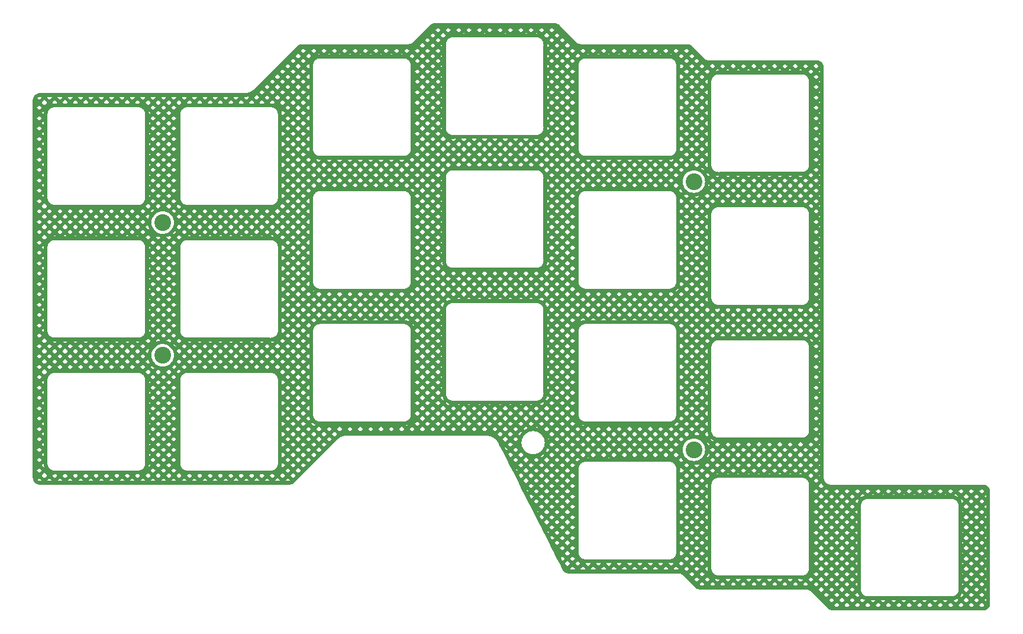
<source format=gbl>
G04 #@! TF.GenerationSoftware,KiCad,Pcbnew,7.0.2*
G04 #@! TF.CreationDate,2023-04-26T23:41:49+03:00*
G04 #@! TF.ProjectId,mriya-top-plate,6d726979-612d-4746-9f70-2d706c617465,0.9*
G04 #@! TF.SameCoordinates,Original*
G04 #@! TF.FileFunction,Copper,L2,Bot*
G04 #@! TF.FilePolarity,Positive*
%FSLAX46Y46*%
G04 Gerber Fmt 4.6, Leading zero omitted, Abs format (unit mm)*
G04 Created by KiCad (PCBNEW 7.0.2) date 2023-04-26 23:41:49*
%MOMM*%
%LPD*%
G01*
G04 APERTURE LIST*
G04 #@! TA.AperFunction,WasherPad*
%ADD10C,2.400000*%
G04 #@! TD*
G04 APERTURE END LIST*
D10*
X144800000Y-101400000D03*
X68800000Y-68900000D03*
X68800000Y-87900000D03*
X144800000Y-63050000D03*
G04 #@! TA.AperFunction,NonConductor*
G36*
X124893574Y-40401112D02*
G01*
X124911007Y-40402484D01*
X125046996Y-40415883D01*
X125073814Y-40420406D01*
X125120699Y-40431661D01*
X125131979Y-40434723D01*
X125224256Y-40462714D01*
X125242628Y-40469287D01*
X125258787Y-40475980D01*
X125291581Y-40489564D01*
X125309223Y-40497908D01*
X125394234Y-40543345D01*
X125404384Y-40549161D01*
X125445477Y-40574342D01*
X125467744Y-40590187D01*
X125573646Y-40677097D01*
X125586907Y-40688423D01*
X125597836Y-40698545D01*
X127896615Y-42997323D01*
X127921411Y-43036785D01*
X127995547Y-43097621D01*
X128010223Y-43110941D01*
X128075957Y-43176861D01*
X128085749Y-43192494D01*
X128138401Y-43220639D01*
X128161569Y-43235153D01*
X128170616Y-43241727D01*
X128179871Y-43248877D01*
X128239459Y-43297774D01*
X128239782Y-43298191D01*
X128251522Y-43299606D01*
X128295159Y-43312843D01*
X128327746Y-43325969D01*
X128330158Y-43327198D01*
X128332660Y-43328011D01*
X128332731Y-43328034D01*
X128365053Y-43341796D01*
X128405255Y-43363286D01*
X128413704Y-43370627D01*
X128415069Y-43370536D01*
X128491804Y-43378094D01*
X128503415Y-43379583D01*
X128514462Y-43381333D01*
X128541102Y-43387453D01*
X128598862Y-43404975D01*
X128619811Y-43401082D01*
X128619811Y-43400500D01*
X128622947Y-43400500D01*
X128624750Y-43400165D01*
X128628124Y-43400500D01*
X128635473Y-43400500D01*
X128709516Y-43400500D01*
X128729022Y-43401458D01*
X128821914Y-43410607D01*
X128843849Y-43402339D01*
X128870843Y-43400500D01*
X143877965Y-43400500D01*
X143893575Y-43401112D01*
X143911211Y-43402500D01*
X144046790Y-43415840D01*
X144073627Y-43420363D01*
X144121206Y-43431786D01*
X144132462Y-43434842D01*
X144223972Y-43462603D01*
X144242347Y-43469178D01*
X144291846Y-43489682D01*
X144309471Y-43498019D01*
X144393846Y-43543121D01*
X144403942Y-43548907D01*
X144445654Y-43574470D01*
X144467912Y-43590313D01*
X144572502Y-43676157D01*
X144587141Y-43688661D01*
X144597938Y-43698646D01*
X146196615Y-45297323D01*
X146221411Y-45336785D01*
X146295547Y-45397621D01*
X146310223Y-45410941D01*
X146375957Y-45476861D01*
X146385749Y-45492494D01*
X146438401Y-45520639D01*
X146461569Y-45535153D01*
X146470616Y-45541727D01*
X146479871Y-45548877D01*
X146539459Y-45597774D01*
X146539782Y-45598191D01*
X146551522Y-45599606D01*
X146595159Y-45612843D01*
X146627746Y-45625969D01*
X146630158Y-45627198D01*
X146632731Y-45628034D01*
X146665053Y-45641796D01*
X146705255Y-45663286D01*
X146713704Y-45670627D01*
X146715069Y-45670536D01*
X146791804Y-45678094D01*
X146803415Y-45679583D01*
X146814462Y-45681333D01*
X146841102Y-45687453D01*
X146898862Y-45704975D01*
X146919811Y-45701082D01*
X146919811Y-45700500D01*
X146922947Y-45700500D01*
X146924750Y-45700165D01*
X146928124Y-45700500D01*
X146935473Y-45700500D01*
X147009516Y-45700500D01*
X147029022Y-45701458D01*
X147121914Y-45710607D01*
X147143849Y-45702339D01*
X147170843Y-45700500D01*
X162391308Y-45700500D01*
X162408652Y-45701257D01*
X162445519Y-45704482D01*
X162565680Y-45716318D01*
X162597610Y-45722129D01*
X162655261Y-45737576D01*
X162661410Y-45739332D01*
X162746464Y-45765133D01*
X162772796Y-45775208D01*
X162831991Y-45802811D01*
X162841678Y-45807653D01*
X162891994Y-45834548D01*
X162915073Y-45846884D01*
X162935405Y-45859374D01*
X162990552Y-45897988D01*
X163002648Y-45907166D01*
X163065607Y-45958835D01*
X163080077Y-45971950D01*
X163128048Y-46019921D01*
X163141163Y-46034391D01*
X163192832Y-46097350D01*
X163202015Y-46109453D01*
X163240624Y-46164593D01*
X163253114Y-46184925D01*
X163292334Y-46258299D01*
X163297187Y-46268007D01*
X163324790Y-46327202D01*
X163334866Y-46353537D01*
X163360659Y-46438566D01*
X163362443Y-46444811D01*
X163373216Y-46485016D01*
X163377862Y-46502355D01*
X163383684Y-46534353D01*
X163395523Y-46654553D01*
X163396271Y-46663093D01*
X163398749Y-46691423D01*
X163399500Y-46708660D01*
X163399500Y-105264553D01*
X163390530Y-105303849D01*
X163398542Y-105385191D01*
X163399500Y-105404696D01*
X163399500Y-105504942D01*
X163397848Y-105504942D01*
X163397002Y-105521870D01*
X163413954Y-105577752D01*
X163419500Y-105600963D01*
X163429899Y-105659939D01*
X163435293Y-105674760D01*
X163440456Y-105715965D01*
X163464616Y-105761165D01*
X163476112Y-105786908D01*
X163483185Y-105806340D01*
X163489775Y-105824445D01*
X163505510Y-105851698D01*
X163518893Y-105895084D01*
X163547892Y-105930420D01*
X163566401Y-105957164D01*
X163585621Y-105990454D01*
X163593049Y-106001440D01*
X163615696Y-106043810D01*
X163615923Y-106043939D01*
X163660540Y-106080556D01*
X163686736Y-106106468D01*
X163689838Y-106110165D01*
X163693530Y-106113263D01*
X163719445Y-106139462D01*
X163756060Y-106184078D01*
X163756165Y-106184289D01*
X163798559Y-106206950D01*
X163809551Y-106214382D01*
X163842837Y-106233600D01*
X163869578Y-106252108D01*
X163903527Y-106279968D01*
X163930782Y-106285500D01*
X163948297Y-106294487D01*
X163975555Y-106310225D01*
X163975557Y-106310226D01*
X164013088Y-106323886D01*
X164038838Y-106335384D01*
X164081199Y-106358027D01*
X164104315Y-106358368D01*
X164125243Y-106364707D01*
X164140062Y-106370101D01*
X164199042Y-106380500D01*
X164222255Y-106386046D01*
X164273462Y-106401580D01*
X164292066Y-106398374D01*
X164310610Y-106400500D01*
X164312468Y-106400500D01*
X164395312Y-106400500D01*
X164414816Y-106401458D01*
X164491159Y-106408976D01*
X164509322Y-106402222D01*
X164535446Y-106400500D01*
X186191308Y-106400500D01*
X186208652Y-106401257D01*
X186245519Y-106404482D01*
X186365680Y-106416318D01*
X186397610Y-106422129D01*
X186455261Y-106437576D01*
X186461410Y-106439332D01*
X186546464Y-106465133D01*
X186572796Y-106475208D01*
X186605199Y-106490318D01*
X186631991Y-106502811D01*
X186641678Y-106507653D01*
X186704411Y-106541185D01*
X186715073Y-106546884D01*
X186735405Y-106559374D01*
X186790552Y-106597988D01*
X186802648Y-106607166D01*
X186865607Y-106658835D01*
X186880077Y-106671950D01*
X186928048Y-106719921D01*
X186941163Y-106734391D01*
X186992832Y-106797350D01*
X187002015Y-106809453D01*
X187040624Y-106864593D01*
X187053114Y-106884925D01*
X187092334Y-106958299D01*
X187097187Y-106968007D01*
X187124790Y-107027202D01*
X187134866Y-107053537D01*
X187160659Y-107138566D01*
X187162448Y-107144828D01*
X187177862Y-107202355D01*
X187183684Y-107234353D01*
X187195523Y-107354553D01*
X187196271Y-107363093D01*
X187198749Y-107391423D01*
X187199500Y-107408660D01*
X187199500Y-123391312D01*
X187198742Y-123408660D01*
X187195523Y-123445444D01*
X187188563Y-123516110D01*
X187183683Y-123565663D01*
X187177864Y-123597638D01*
X187162447Y-123655173D01*
X187160659Y-123661432D01*
X187134866Y-123746461D01*
X187124790Y-123772796D01*
X187097187Y-123831991D01*
X187092334Y-123841699D01*
X187053114Y-123915073D01*
X187040624Y-123935405D01*
X187002015Y-123990545D01*
X186992832Y-124002648D01*
X186941163Y-124065607D01*
X186928048Y-124080077D01*
X186880077Y-124128048D01*
X186865607Y-124141163D01*
X186802648Y-124192832D01*
X186790545Y-124202015D01*
X186735405Y-124240624D01*
X186715073Y-124253114D01*
X186641699Y-124292334D01*
X186631991Y-124297187D01*
X186572796Y-124324790D01*
X186546461Y-124334866D01*
X186461432Y-124360659D01*
X186455170Y-124362448D01*
X186397643Y-124377862D01*
X186365645Y-124383684D01*
X186245446Y-124395523D01*
X186235974Y-124396352D01*
X186208577Y-124398749D01*
X186191339Y-124399500D01*
X164722033Y-124399500D01*
X164706415Y-124398886D01*
X164688822Y-124397501D01*
X164659945Y-124394660D01*
X164553227Y-124384161D01*
X164526349Y-124379631D01*
X164478827Y-124368221D01*
X164467516Y-124365150D01*
X164376036Y-124337398D01*
X164357649Y-124330819D01*
X164308162Y-124310320D01*
X164290510Y-124301971D01*
X164206175Y-124256889D01*
X164196036Y-124251079D01*
X164154351Y-124225532D01*
X164132092Y-124209690D01*
X164027497Y-124123842D01*
X164012842Y-124111324D01*
X164002053Y-124101346D01*
X163504628Y-123603921D01*
X164919902Y-123603921D01*
X164923487Y-123621945D01*
X164944802Y-123653845D01*
X165144457Y-123853500D01*
X165355236Y-123853500D01*
X165554890Y-123653845D01*
X165576205Y-123621945D01*
X165579790Y-123603921D01*
X166401997Y-123603921D01*
X166405582Y-123621945D01*
X166426896Y-123653843D01*
X166626553Y-123853500D01*
X166837332Y-123853500D01*
X167036986Y-123653845D01*
X167058301Y-123621945D01*
X167061886Y-123603921D01*
X167884093Y-123603921D01*
X167887678Y-123621945D01*
X167908990Y-123653840D01*
X168108649Y-123853500D01*
X168319427Y-123853500D01*
X168519085Y-123653840D01*
X168540397Y-123621945D01*
X168543982Y-123603921D01*
X169366189Y-123603921D01*
X169369774Y-123621945D01*
X169391089Y-123653845D01*
X169590744Y-123853500D01*
X169801523Y-123853500D01*
X170001181Y-123653840D01*
X170022493Y-123621945D01*
X170026078Y-123603921D01*
X170848285Y-123603921D01*
X170851870Y-123621945D01*
X170873185Y-123653845D01*
X171072840Y-123853500D01*
X171283619Y-123853500D01*
X171483273Y-123653845D01*
X171504588Y-123621945D01*
X171508173Y-123603921D01*
X172330381Y-123603921D01*
X172333966Y-123621945D01*
X172355281Y-123653845D01*
X172554936Y-123853500D01*
X172765715Y-123853500D01*
X172965369Y-123653845D01*
X172986684Y-123621945D01*
X172990269Y-123603921D01*
X173812477Y-123603921D01*
X173816062Y-123621945D01*
X173837377Y-123653845D01*
X174037032Y-123853500D01*
X174247811Y-123853500D01*
X174447465Y-123653845D01*
X174468780Y-123621945D01*
X174472365Y-123603921D01*
X175294572Y-123603921D01*
X175298157Y-123621945D01*
X175319469Y-123653840D01*
X175519128Y-123853500D01*
X175729907Y-123853500D01*
X175929561Y-123653845D01*
X175950876Y-123621945D01*
X175954461Y-123603921D01*
X176776668Y-123603921D01*
X176780253Y-123621945D01*
X176801565Y-123653840D01*
X177001224Y-123853500D01*
X177212002Y-123853500D01*
X177411660Y-123653840D01*
X177432972Y-123621945D01*
X177436557Y-123603921D01*
X178258764Y-123603921D01*
X178262349Y-123621945D01*
X178283664Y-123653845D01*
X178483319Y-123853500D01*
X178694098Y-123853500D01*
X178893754Y-123653843D01*
X178915068Y-123621945D01*
X178918653Y-123603921D01*
X179740860Y-123603921D01*
X179744445Y-123621945D01*
X179765760Y-123653845D01*
X179965415Y-123853500D01*
X180176194Y-123853500D01*
X180375848Y-123653845D01*
X180397163Y-123621945D01*
X180400748Y-123603921D01*
X181222956Y-123603921D01*
X181226541Y-123621945D01*
X181247856Y-123653845D01*
X181447511Y-123853500D01*
X181658290Y-123853500D01*
X181857944Y-123653845D01*
X181879259Y-123621945D01*
X181882844Y-123603921D01*
X182705051Y-123603921D01*
X182708636Y-123621945D01*
X182729948Y-123653840D01*
X182929607Y-123853500D01*
X183140386Y-123853500D01*
X183340040Y-123653845D01*
X183361355Y-123621945D01*
X183364940Y-123603921D01*
X184187147Y-123603921D01*
X184190732Y-123621945D01*
X184212044Y-123653840D01*
X184411703Y-123853500D01*
X184622481Y-123853500D01*
X184822139Y-123653840D01*
X184843451Y-123621945D01*
X184847036Y-123603921D01*
X185669243Y-123603921D01*
X185672828Y-123621945D01*
X185694143Y-123653845D01*
X185893798Y-123853500D01*
X186104577Y-123853500D01*
X186304233Y-123653843D01*
X186325547Y-123621945D01*
X186329132Y-123603921D01*
X186325547Y-123585897D01*
X186304233Y-123553999D01*
X186049112Y-123298877D01*
X186017212Y-123277562D01*
X185999188Y-123273977D01*
X185981163Y-123277562D01*
X185949263Y-123298877D01*
X185694143Y-123553997D01*
X185672828Y-123585897D01*
X185669243Y-123603921D01*
X184847036Y-123603921D01*
X184843451Y-123585897D01*
X184822137Y-123553999D01*
X184567016Y-123298877D01*
X184535116Y-123277562D01*
X184517091Y-123273977D01*
X184499067Y-123277562D01*
X184467167Y-123298877D01*
X184212046Y-123553999D01*
X184190732Y-123585897D01*
X184187147Y-123603921D01*
X183364940Y-123603921D01*
X183361355Y-123585897D01*
X183340040Y-123553997D01*
X183084920Y-123298877D01*
X183053020Y-123277562D01*
X183034996Y-123273977D01*
X183016971Y-123277562D01*
X182985071Y-123298877D01*
X182729950Y-123553999D01*
X182708636Y-123585897D01*
X182705051Y-123603921D01*
X181882844Y-123603921D01*
X181879259Y-123585897D01*
X181857944Y-123553997D01*
X181602824Y-123298877D01*
X181570924Y-123277562D01*
X181552900Y-123273977D01*
X181534876Y-123277562D01*
X181502976Y-123298877D01*
X181247856Y-123553997D01*
X181226541Y-123585897D01*
X181222956Y-123603921D01*
X180400748Y-123603921D01*
X180397163Y-123585897D01*
X180375848Y-123553997D01*
X180120728Y-123298877D01*
X180088828Y-123277562D01*
X180070804Y-123273977D01*
X180052780Y-123277562D01*
X180020880Y-123298877D01*
X179765760Y-123553997D01*
X179744445Y-123585897D01*
X179740860Y-123603921D01*
X178918653Y-123603921D01*
X178915068Y-123585897D01*
X178893754Y-123553999D01*
X178638630Y-123298875D01*
X178606733Y-123277562D01*
X178588709Y-123273977D01*
X178570684Y-123277562D01*
X178538784Y-123298877D01*
X178283664Y-123553997D01*
X178262349Y-123585897D01*
X178258764Y-123603921D01*
X177436557Y-123603921D01*
X177432972Y-123585897D01*
X177411658Y-123553999D01*
X177156537Y-123298877D01*
X177124637Y-123277562D01*
X177106612Y-123273977D01*
X177088588Y-123277562D01*
X177056688Y-123298877D01*
X176801567Y-123553999D01*
X176780253Y-123585897D01*
X176776668Y-123603921D01*
X175954461Y-123603921D01*
X175950876Y-123585897D01*
X175929561Y-123553997D01*
X175674441Y-123298877D01*
X175642541Y-123277562D01*
X175624517Y-123273977D01*
X175606492Y-123277562D01*
X175574592Y-123298877D01*
X175319471Y-123553999D01*
X175298157Y-123585897D01*
X175294572Y-123603921D01*
X174472365Y-123603921D01*
X174468780Y-123585897D01*
X174447465Y-123553997D01*
X174192345Y-123298877D01*
X174160445Y-123277562D01*
X174142420Y-123273977D01*
X174124396Y-123277562D01*
X174092499Y-123298875D01*
X173837377Y-123553997D01*
X173816062Y-123585897D01*
X173812477Y-123603921D01*
X172990269Y-123603921D01*
X172986684Y-123585897D01*
X172965369Y-123553997D01*
X172710249Y-123298877D01*
X172678349Y-123277562D01*
X172660325Y-123273977D01*
X172642301Y-123277562D01*
X172610401Y-123298877D01*
X172355281Y-123553997D01*
X172333966Y-123585897D01*
X172330381Y-123603921D01*
X171508173Y-123603921D01*
X171504588Y-123585897D01*
X171483273Y-123553997D01*
X171228151Y-123298875D01*
X171196254Y-123277562D01*
X171178230Y-123273977D01*
X171160205Y-123277562D01*
X171128305Y-123298877D01*
X170873185Y-123553997D01*
X170851870Y-123585897D01*
X170848285Y-123603921D01*
X170026078Y-123603921D01*
X170022493Y-123585897D01*
X170001179Y-123553999D01*
X169746058Y-123298877D01*
X169714158Y-123277562D01*
X169696133Y-123273977D01*
X169678109Y-123277562D01*
X169646209Y-123298877D01*
X169391089Y-123553997D01*
X169369774Y-123585897D01*
X169366189Y-123603921D01*
X168543982Y-123603921D01*
X168540397Y-123585897D01*
X168519083Y-123553999D01*
X168263962Y-123298877D01*
X168232062Y-123277562D01*
X168214038Y-123273977D01*
X168196013Y-123277562D01*
X168164113Y-123298877D01*
X167908992Y-123553999D01*
X167887678Y-123585897D01*
X167884093Y-123603921D01*
X167061886Y-123603921D01*
X167058301Y-123585897D01*
X167036986Y-123553997D01*
X166781866Y-123298877D01*
X166749966Y-123277562D01*
X166731941Y-123273977D01*
X166713917Y-123277562D01*
X166682020Y-123298875D01*
X166426896Y-123553999D01*
X166405582Y-123585897D01*
X166401997Y-123603921D01*
X165579790Y-123603921D01*
X165576205Y-123585897D01*
X165554890Y-123553997D01*
X165299770Y-123298877D01*
X165267870Y-123277562D01*
X165249846Y-123273977D01*
X165231822Y-123277562D01*
X165199922Y-123298877D01*
X164944802Y-123553997D01*
X164923487Y-123585897D01*
X164919902Y-123603921D01*
X163504628Y-123603921D01*
X162763581Y-122862873D01*
X164178854Y-122862873D01*
X164182439Y-122880897D01*
X164203754Y-122912797D01*
X164458874Y-123167917D01*
X164490774Y-123189232D01*
X164508798Y-123192817D01*
X164526822Y-123189232D01*
X164558722Y-123167917D01*
X164813842Y-122912797D01*
X164835157Y-122880897D01*
X164838742Y-122862873D01*
X165660950Y-122862873D01*
X165664535Y-122880897D01*
X165685850Y-122912797D01*
X165940972Y-123167919D01*
X165972869Y-123189232D01*
X165990894Y-123192817D01*
X166008918Y-123189232D01*
X166040818Y-123167917D01*
X166295938Y-122912797D01*
X166317253Y-122880897D01*
X166320838Y-122862873D01*
X167143045Y-122862873D01*
X167146630Y-122880897D01*
X167167944Y-122912795D01*
X167423065Y-123167917D01*
X167454965Y-123189232D01*
X167472989Y-123192817D01*
X167491014Y-123189232D01*
X167522914Y-123167917D01*
X167778034Y-122912797D01*
X167799349Y-122880897D01*
X167802934Y-122862873D01*
X168625141Y-122862873D01*
X168628726Y-122880897D01*
X168650040Y-122912795D01*
X168905161Y-123167917D01*
X168937061Y-123189232D01*
X168955086Y-123192817D01*
X168973110Y-123189232D01*
X169005010Y-123167917D01*
X169251426Y-122921500D01*
X170140840Y-122921500D01*
X170387257Y-123167917D01*
X170419157Y-123189232D01*
X170437181Y-123192817D01*
X170455206Y-123189232D01*
X170487103Y-123167919D01*
X170733523Y-122921500D01*
X171622936Y-122921500D01*
X171869353Y-123167917D01*
X171901253Y-123189232D01*
X171919277Y-123192817D01*
X171937301Y-123189232D01*
X171969201Y-123167917D01*
X172215619Y-122921500D01*
X173105032Y-122921500D01*
X173351449Y-123167917D01*
X173383349Y-123189232D01*
X173401373Y-123192817D01*
X173419397Y-123189232D01*
X173451297Y-123167917D01*
X173697715Y-122921500D01*
X174587128Y-122921500D01*
X174833547Y-123167919D01*
X174865444Y-123189232D01*
X174883468Y-123192817D01*
X174901493Y-123189232D01*
X174933393Y-123167917D01*
X175179811Y-122921500D01*
X176069224Y-122921500D01*
X176315640Y-123167917D01*
X176347540Y-123189232D01*
X176365565Y-123192817D01*
X176383589Y-123189232D01*
X176415489Y-123167917D01*
X176661906Y-122921500D01*
X177551319Y-122921500D01*
X177797736Y-123167917D01*
X177829636Y-123189232D01*
X177847660Y-123192817D01*
X177865685Y-123189232D01*
X177897585Y-123167917D01*
X178144002Y-122921500D01*
X179033415Y-122921500D01*
X179279832Y-123167917D01*
X179311732Y-123189232D01*
X179329756Y-123192817D01*
X179347780Y-123189232D01*
X179379680Y-123167917D01*
X179626098Y-122921500D01*
X180515511Y-122921500D01*
X180761928Y-123167917D01*
X180793828Y-123189232D01*
X180811852Y-123192817D01*
X180829876Y-123189232D01*
X180861776Y-123167917D01*
X181108194Y-122921500D01*
X180515511Y-122921500D01*
X179626098Y-122921500D01*
X179033415Y-122921500D01*
X178144002Y-122921500D01*
X177551319Y-122921500D01*
X176661906Y-122921500D01*
X176069224Y-122921500D01*
X175179811Y-122921500D01*
X174587128Y-122921500D01*
X173697715Y-122921500D01*
X173105032Y-122921500D01*
X172215619Y-122921500D01*
X171622936Y-122921500D01*
X170733523Y-122921500D01*
X170140840Y-122921500D01*
X169251426Y-122921500D01*
X169260131Y-122912795D01*
X169272623Y-122894100D01*
X181976411Y-122894100D01*
X181988904Y-122912797D01*
X182244026Y-123167919D01*
X182275923Y-123189232D01*
X182293947Y-123192817D01*
X182311972Y-123189232D01*
X182343872Y-123167917D01*
X182598992Y-122912797D01*
X182620307Y-122880897D01*
X182623892Y-122862873D01*
X183446099Y-122862873D01*
X183449684Y-122880897D01*
X183470998Y-122912795D01*
X183726119Y-123167917D01*
X183758019Y-123189232D01*
X183776044Y-123192817D01*
X183794068Y-123189232D01*
X183825968Y-123167917D01*
X184081088Y-122912797D01*
X184102403Y-122880897D01*
X184105988Y-122862873D01*
X184928195Y-122862873D01*
X184931780Y-122880897D01*
X184953094Y-122912795D01*
X185208215Y-123167917D01*
X185240115Y-123189232D01*
X185258139Y-123192817D01*
X185276164Y-123189232D01*
X185308064Y-123167917D01*
X185563185Y-122912795D01*
X185584499Y-122880897D01*
X185588084Y-122862873D01*
X186410291Y-122862873D01*
X186413876Y-122880897D01*
X186435191Y-122912797D01*
X186653499Y-123131105D01*
X186653499Y-122594642D01*
X186435191Y-122812949D01*
X186413876Y-122844849D01*
X186410291Y-122862873D01*
X185588084Y-122862873D01*
X185584499Y-122844849D01*
X185563185Y-122812951D01*
X185308064Y-122557829D01*
X185276164Y-122536514D01*
X185258139Y-122532929D01*
X185240115Y-122536514D01*
X185208215Y-122557829D01*
X184953094Y-122812951D01*
X184931780Y-122844849D01*
X184928195Y-122862873D01*
X184105988Y-122862873D01*
X184102403Y-122844849D01*
X184081088Y-122812949D01*
X183825968Y-122557829D01*
X183794068Y-122536514D01*
X183776044Y-122532929D01*
X183758019Y-122536514D01*
X183726119Y-122557829D01*
X183470998Y-122812951D01*
X183449684Y-122844849D01*
X183446099Y-122862873D01*
X182623892Y-122862873D01*
X182620307Y-122844849D01*
X182598992Y-122812949D01*
X182487764Y-122701721D01*
X182409657Y-122765823D01*
X182330411Y-122805365D01*
X182260436Y-122809608D01*
X182133833Y-122877281D01*
X182048396Y-122900604D01*
X181983570Y-122891928D01*
X181976411Y-122894100D01*
X169272623Y-122894100D01*
X169280692Y-122882024D01*
X169266170Y-122877280D01*
X169139528Y-122809589D01*
X169051820Y-122800159D01*
X168990344Y-122765824D01*
X168882814Y-122677578D01*
X168880013Y-122677372D01*
X168807799Y-122655191D01*
X168650040Y-122812951D01*
X168628726Y-122844849D01*
X168625141Y-122862873D01*
X167802934Y-122862873D01*
X167799349Y-122844849D01*
X167778034Y-122812949D01*
X167522914Y-122557829D01*
X167491014Y-122536514D01*
X167472989Y-122532929D01*
X167454965Y-122536514D01*
X167423065Y-122557829D01*
X167167944Y-122812951D01*
X167146630Y-122844849D01*
X167143045Y-122862873D01*
X166320838Y-122862873D01*
X166317253Y-122844849D01*
X166295938Y-122812949D01*
X166040818Y-122557829D01*
X166008918Y-122536514D01*
X165990894Y-122532929D01*
X165972869Y-122536514D01*
X165940972Y-122557827D01*
X165685850Y-122812949D01*
X165664535Y-122844849D01*
X165660950Y-122862873D01*
X164838742Y-122862873D01*
X164835157Y-122844849D01*
X164813842Y-122812949D01*
X164558722Y-122557829D01*
X164526822Y-122536514D01*
X164508798Y-122532929D01*
X164490774Y-122536514D01*
X164458874Y-122557829D01*
X164203754Y-122812949D01*
X164182439Y-122844849D01*
X164178854Y-122862873D01*
X162763581Y-122862873D01*
X162022533Y-122121825D01*
X163437806Y-122121825D01*
X163441391Y-122139849D01*
X163462706Y-122171749D01*
X163717826Y-122426869D01*
X163749726Y-122448184D01*
X163767750Y-122451769D01*
X163785774Y-122448184D01*
X163817674Y-122426869D01*
X164072794Y-122171749D01*
X164094109Y-122139849D01*
X164097694Y-122121825D01*
X164919902Y-122121825D01*
X164923487Y-122139849D01*
X164944802Y-122171749D01*
X165199922Y-122426869D01*
X165231822Y-122448184D01*
X165249846Y-122451769D01*
X165267870Y-122448184D01*
X165299770Y-122426869D01*
X165554890Y-122171749D01*
X165576205Y-122139849D01*
X165579790Y-122121825D01*
X166401997Y-122121825D01*
X166405582Y-122139849D01*
X166426896Y-122171747D01*
X166682020Y-122426871D01*
X166713917Y-122448184D01*
X166731942Y-122451769D01*
X166749966Y-122448184D01*
X166781866Y-122426869D01*
X167036986Y-122171749D01*
X167058301Y-122139849D01*
X167061886Y-122121825D01*
X167884093Y-122121825D01*
X167887678Y-122139849D01*
X167908992Y-122171747D01*
X168164113Y-122426869D01*
X168196013Y-122448184D01*
X168214037Y-122451769D01*
X168232062Y-122448184D01*
X168263962Y-122426869D01*
X168432572Y-122258258D01*
X168422633Y-122220007D01*
X168422425Y-122217190D01*
X168334178Y-122109659D01*
X168294637Y-122030413D01*
X168290392Y-121960437D01*
X168222721Y-121833832D01*
X168211412Y-121792403D01*
X168196013Y-121795466D01*
X168164113Y-121816781D01*
X167908992Y-122071903D01*
X167887678Y-122103801D01*
X167884093Y-122121825D01*
X167061886Y-122121825D01*
X167058301Y-122103801D01*
X167036986Y-122071901D01*
X166781866Y-121816781D01*
X166749966Y-121795466D01*
X166731942Y-121791881D01*
X166713917Y-121795466D01*
X166682020Y-121816779D01*
X166426896Y-122071903D01*
X166405582Y-122103801D01*
X166401997Y-122121825D01*
X165579790Y-122121825D01*
X165576205Y-122103801D01*
X165554890Y-122071901D01*
X165299770Y-121816781D01*
X165267870Y-121795466D01*
X165249846Y-121791881D01*
X165231822Y-121795466D01*
X165199922Y-121816781D01*
X164944802Y-122071901D01*
X164923487Y-122103801D01*
X164919902Y-122121825D01*
X164097694Y-122121825D01*
X164094109Y-122103801D01*
X164072794Y-122071901D01*
X163817674Y-121816781D01*
X163785774Y-121795466D01*
X163767750Y-121791881D01*
X163749726Y-121795466D01*
X163717826Y-121816781D01*
X163462706Y-122071901D01*
X163441391Y-122103801D01*
X163437806Y-122121825D01*
X162022533Y-122121825D01*
X161703383Y-121802675D01*
X161678587Y-121763213D01*
X161604396Y-121702332D01*
X161589919Y-121689211D01*
X161565371Y-121664663D01*
X161565292Y-121664610D01*
X161537557Y-121636873D01*
X161537553Y-121636870D01*
X161526483Y-121625799D01*
X161529194Y-121623087D01*
X161516750Y-121608841D01*
X161461596Y-121579358D01*
X161438433Y-121564847D01*
X161429387Y-121558274D01*
X161420128Y-121551122D01*
X161360538Y-121502223D01*
X161360215Y-121501806D01*
X161348477Y-121500392D01*
X161304834Y-121487153D01*
X161272252Y-121474030D01*
X161269840Y-121472801D01*
X161267264Y-121471964D01*
X161234946Y-121458203D01*
X161194736Y-121436708D01*
X161186291Y-121429371D01*
X161184931Y-121429462D01*
X161108180Y-121421903D01*
X161096548Y-121420410D01*
X161085533Y-121418665D01*
X161058902Y-121412547D01*
X161001135Y-121395023D01*
X160980189Y-121398913D01*
X160980189Y-121399500D01*
X160977034Y-121399500D01*
X160975236Y-121399834D01*
X160971869Y-121399500D01*
X160964527Y-121399500D01*
X160890488Y-121399500D01*
X160870983Y-121398542D01*
X160778086Y-121389392D01*
X160756151Y-121397661D01*
X160729157Y-121399500D01*
X145722037Y-121399500D01*
X145706425Y-121398887D01*
X145689016Y-121397517D01*
X145677212Y-121396354D01*
X145553024Y-121384118D01*
X145533216Y-121380778D01*
X162696758Y-121380778D01*
X162700343Y-121398802D01*
X162721656Y-121430699D01*
X162976778Y-121685821D01*
X163008678Y-121707136D01*
X163026703Y-121710721D01*
X163044727Y-121707136D01*
X163076624Y-121685823D01*
X163331748Y-121430699D01*
X163353061Y-121398802D01*
X163356646Y-121380778D01*
X164178854Y-121380778D01*
X164182439Y-121398802D01*
X164203752Y-121430699D01*
X164458874Y-121685821D01*
X164490774Y-121707136D01*
X164508798Y-121710721D01*
X164526822Y-121707136D01*
X164558722Y-121685821D01*
X164813844Y-121430699D01*
X164835157Y-121398802D01*
X164838742Y-121380778D01*
X165660950Y-121380778D01*
X165664535Y-121398802D01*
X165685848Y-121430699D01*
X165940972Y-121685823D01*
X165972869Y-121707136D01*
X165990893Y-121710721D01*
X166008918Y-121707136D01*
X166040818Y-121685821D01*
X166295940Y-121430699D01*
X166317253Y-121398802D01*
X166320838Y-121380778D01*
X167143045Y-121380778D01*
X167146630Y-121398802D01*
X167167943Y-121430698D01*
X167423065Y-121685821D01*
X167454965Y-121707136D01*
X167472990Y-121710721D01*
X167491014Y-121707136D01*
X167522914Y-121685821D01*
X167778036Y-121430699D01*
X167799349Y-121398802D01*
X167802934Y-121380778D01*
X167799349Y-121362753D01*
X167778034Y-121330853D01*
X167726030Y-121278849D01*
X168715530Y-121278849D01*
X168723542Y-121360191D01*
X168724500Y-121379696D01*
X168724500Y-121479942D01*
X168722848Y-121479942D01*
X168722002Y-121496868D01*
X168738954Y-121552750D01*
X168744500Y-121575962D01*
X168754898Y-121634937D01*
X168760294Y-121649761D01*
X168765456Y-121690959D01*
X168789613Y-121736153D01*
X168801109Y-121761898D01*
X168814774Y-121799443D01*
X168830510Y-121826698D01*
X168843893Y-121870084D01*
X168872892Y-121905420D01*
X168891401Y-121932164D01*
X168910624Y-121965459D01*
X168918044Y-121976435D01*
X168940692Y-122018808D01*
X168940916Y-122018935D01*
X168985537Y-122055554D01*
X169011736Y-122081468D01*
X169014838Y-122085165D01*
X169018530Y-122088263D01*
X169044445Y-122114462D01*
X169081063Y-122159082D01*
X169081168Y-122159293D01*
X169123563Y-122181954D01*
X169134538Y-122189374D01*
X169167837Y-122208600D01*
X169194578Y-122227108D01*
X169228527Y-122254968D01*
X169255782Y-122260500D01*
X169273297Y-122269487D01*
X169300555Y-122285225D01*
X169338104Y-122298891D01*
X169363844Y-122310386D01*
X169406202Y-122333026D01*
X169429317Y-122333368D01*
X169450238Y-122339706D01*
X169465059Y-122345100D01*
X169465062Y-122345101D01*
X169507377Y-122352562D01*
X169524044Y-122355501D01*
X169547256Y-122361047D01*
X169598458Y-122376579D01*
X169617054Y-122373374D01*
X169635606Y-122375500D01*
X169720312Y-122375500D01*
X169739816Y-122376458D01*
X169816159Y-122383976D01*
X169834322Y-122377222D01*
X169860446Y-122375500D01*
X181539553Y-122375500D01*
X181578846Y-122384468D01*
X181660183Y-122376458D01*
X181679687Y-122375500D01*
X181779942Y-122375500D01*
X181779942Y-122377153D01*
X181796867Y-122377997D01*
X181852746Y-122361046D01*
X181875957Y-122355500D01*
X181892621Y-122352562D01*
X182910766Y-122352562D01*
X182985074Y-122426871D01*
X183016971Y-122448184D01*
X183034995Y-122451769D01*
X183053020Y-122448184D01*
X183084920Y-122426869D01*
X183340040Y-122171749D01*
X183361355Y-122139849D01*
X183364940Y-122121825D01*
X184187147Y-122121825D01*
X184190732Y-122139849D01*
X184212046Y-122171747D01*
X184467167Y-122426869D01*
X184499067Y-122448184D01*
X184517092Y-122451769D01*
X184535116Y-122448184D01*
X184567016Y-122426869D01*
X184822137Y-122171747D01*
X184843451Y-122139849D01*
X184847036Y-122121825D01*
X185669243Y-122121825D01*
X185672828Y-122139849D01*
X185694143Y-122171749D01*
X185949263Y-122426869D01*
X185981163Y-122448184D01*
X185999188Y-122451769D01*
X186017212Y-122448184D01*
X186049112Y-122426869D01*
X186304233Y-122171747D01*
X186325547Y-122139849D01*
X186329132Y-122121825D01*
X186325547Y-122103801D01*
X186304233Y-122071903D01*
X186049112Y-121816781D01*
X186017212Y-121795466D01*
X185999188Y-121791881D01*
X185981163Y-121795466D01*
X185949263Y-121816781D01*
X185694143Y-122071901D01*
X185672828Y-122103801D01*
X185669243Y-122121825D01*
X184847036Y-122121825D01*
X184843451Y-122103801D01*
X184822137Y-122071903D01*
X184567016Y-121816781D01*
X184535116Y-121795466D01*
X184517092Y-121791881D01*
X184499067Y-121795466D01*
X184467167Y-121816781D01*
X184212046Y-122071903D01*
X184190732Y-122103801D01*
X184187147Y-122121825D01*
X183364940Y-122121825D01*
X183361355Y-122103801D01*
X183340040Y-122071901D01*
X183151048Y-121882909D01*
X183109589Y-121960470D01*
X183100159Y-122048181D01*
X183065823Y-122109657D01*
X182977578Y-122217182D01*
X182977371Y-122220001D01*
X182951363Y-122304660D01*
X182910766Y-122352562D01*
X181892621Y-122352562D01*
X181934938Y-122345101D01*
X181949755Y-122339707D01*
X181990960Y-122334543D01*
X182036156Y-122310386D01*
X182061899Y-122298890D01*
X182099445Y-122285225D01*
X182126698Y-122269489D01*
X182170085Y-122256106D01*
X182205417Y-122227110D01*
X182232156Y-122208603D01*
X182251055Y-122197692D01*
X182251057Y-122197689D01*
X182265447Y-122189382D01*
X182276443Y-122181947D01*
X182318812Y-122159300D01*
X182318940Y-122159075D01*
X182355554Y-122114461D01*
X182381471Y-122088261D01*
X182385163Y-122085163D01*
X182388261Y-122081471D01*
X182414461Y-122055554D01*
X182459075Y-122018940D01*
X182459288Y-122018833D01*
X182481947Y-121976443D01*
X182489382Y-121965447D01*
X182497689Y-121951057D01*
X182497692Y-121951055D01*
X182508603Y-121932156D01*
X182527110Y-121905417D01*
X182554969Y-121871470D01*
X182560500Y-121844217D01*
X182569482Y-121826711D01*
X182585225Y-121799445D01*
X182598891Y-121761898D01*
X182610386Y-121736156D01*
X182633030Y-121693792D01*
X182633373Y-121670667D01*
X182639708Y-121649755D01*
X182639980Y-121649009D01*
X182645101Y-121634938D01*
X182655500Y-121575957D01*
X182661046Y-121552746D01*
X182676581Y-121501534D01*
X182673375Y-121482922D01*
X182675499Y-121464392D01*
X182675499Y-121462537D01*
X182675500Y-121462532D01*
X182675500Y-121380778D01*
X183446099Y-121380778D01*
X183449684Y-121398802D01*
X183470997Y-121430698D01*
X183726119Y-121685821D01*
X183758019Y-121707136D01*
X183776043Y-121710721D01*
X183794068Y-121707136D01*
X183825968Y-121685821D01*
X184081090Y-121430699D01*
X184102403Y-121398802D01*
X184105988Y-121380778D01*
X184928195Y-121380778D01*
X184931780Y-121398802D01*
X184953093Y-121430698D01*
X185208215Y-121685821D01*
X185240115Y-121707136D01*
X185258140Y-121710721D01*
X185276164Y-121707136D01*
X185308064Y-121685821D01*
X185563186Y-121430698D01*
X185584499Y-121398802D01*
X185588084Y-121380778D01*
X186410291Y-121380778D01*
X186413876Y-121398802D01*
X186435189Y-121430699D01*
X186653499Y-121649009D01*
X186653499Y-121112546D01*
X186435191Y-121330853D01*
X186413876Y-121362753D01*
X186410291Y-121380778D01*
X185588084Y-121380778D01*
X185584499Y-121362753D01*
X185563185Y-121330855D01*
X185308064Y-121075733D01*
X185276164Y-121054418D01*
X185258140Y-121050833D01*
X185240115Y-121054418D01*
X185208215Y-121075733D01*
X184953094Y-121330855D01*
X184931780Y-121362753D01*
X184928195Y-121380778D01*
X184105988Y-121380778D01*
X184102403Y-121362753D01*
X184081088Y-121330853D01*
X183825968Y-121075733D01*
X183794068Y-121054418D01*
X183776044Y-121050833D01*
X183758019Y-121054418D01*
X183726119Y-121075733D01*
X183470998Y-121330855D01*
X183449684Y-121362753D01*
X183446099Y-121380778D01*
X182675500Y-121380778D01*
X182675500Y-121379667D01*
X182676457Y-121360180D01*
X182683976Y-121283837D01*
X182677222Y-121265677D01*
X182675500Y-121239553D01*
X182675500Y-120471265D01*
X183221500Y-120471265D01*
X183221500Y-120808193D01*
X183340042Y-120689651D01*
X183361355Y-120657754D01*
X183364940Y-120639730D01*
X184187147Y-120639730D01*
X184190732Y-120657754D01*
X184212045Y-120689650D01*
X184467169Y-120944775D01*
X184499067Y-120966089D01*
X184517091Y-120969674D01*
X184535116Y-120966089D01*
X184567014Y-120944775D01*
X184822138Y-120689650D01*
X184843451Y-120657754D01*
X184847036Y-120639730D01*
X185669243Y-120639730D01*
X185672828Y-120657754D01*
X185694141Y-120689651D01*
X185949265Y-120944775D01*
X185981163Y-120966089D01*
X185999187Y-120969674D01*
X186017212Y-120966089D01*
X186049110Y-120944775D01*
X186304234Y-120689650D01*
X186325547Y-120657754D01*
X186329132Y-120639730D01*
X186325547Y-120621705D01*
X186304233Y-120589807D01*
X186049112Y-120334685D01*
X186017212Y-120313370D01*
X185999188Y-120309785D01*
X185981163Y-120313370D01*
X185949263Y-120334685D01*
X185694143Y-120589805D01*
X185672828Y-120621705D01*
X185669243Y-120639730D01*
X184847036Y-120639730D01*
X184847036Y-120639729D01*
X184843451Y-120621705D01*
X184822137Y-120589807D01*
X184567016Y-120334685D01*
X184535116Y-120313370D01*
X184517091Y-120309785D01*
X184499067Y-120313370D01*
X184467167Y-120334685D01*
X184212046Y-120589807D01*
X184190732Y-120621705D01*
X184187147Y-120639730D01*
X183364940Y-120639730D01*
X183361355Y-120621705D01*
X183340040Y-120589805D01*
X183221500Y-120471265D01*
X182675500Y-120471265D01*
X182675500Y-119898682D01*
X183446099Y-119898682D01*
X183449684Y-119916706D01*
X183470998Y-119948604D01*
X183726121Y-120203727D01*
X183758019Y-120225041D01*
X183776044Y-120228626D01*
X183794068Y-120225041D01*
X183825966Y-120203727D01*
X184081088Y-119948606D01*
X184102403Y-119916706D01*
X184105988Y-119898681D01*
X184928195Y-119898681D01*
X184931780Y-119916706D01*
X184953094Y-119948604D01*
X185208217Y-120203727D01*
X185240115Y-120225041D01*
X185258140Y-120228626D01*
X185276164Y-120225041D01*
X185308062Y-120203727D01*
X185563185Y-119948604D01*
X185584499Y-119916706D01*
X185588084Y-119898682D01*
X186410291Y-119898682D01*
X186413876Y-119916706D01*
X186435191Y-119948606D01*
X186653499Y-120166913D01*
X186653499Y-119630449D01*
X186435191Y-119848757D01*
X186413876Y-119880657D01*
X186410291Y-119898682D01*
X185588084Y-119898682D01*
X185588084Y-119898681D01*
X185584499Y-119880657D01*
X185563185Y-119848759D01*
X185308064Y-119593637D01*
X185276164Y-119572322D01*
X185258140Y-119568737D01*
X185240115Y-119572322D01*
X185208215Y-119593637D01*
X184953094Y-119848759D01*
X184931780Y-119880657D01*
X184928195Y-119898681D01*
X184105988Y-119898681D01*
X184102403Y-119880657D01*
X184081088Y-119848757D01*
X183825968Y-119593637D01*
X183794068Y-119572322D01*
X183776043Y-119568737D01*
X183758019Y-119572322D01*
X183726119Y-119593637D01*
X183470998Y-119848759D01*
X183449684Y-119880657D01*
X183446099Y-119898682D01*
X182675500Y-119898682D01*
X182675500Y-118989169D01*
X183221500Y-118989169D01*
X183221500Y-119326098D01*
X183340040Y-119207558D01*
X183361355Y-119175658D01*
X183364940Y-119157634D01*
X184187147Y-119157634D01*
X184190732Y-119175658D01*
X184212046Y-119207556D01*
X184467169Y-119462679D01*
X184499067Y-119483993D01*
X184517092Y-119487578D01*
X184535116Y-119483993D01*
X184567014Y-119462679D01*
X184822137Y-119207556D01*
X184843451Y-119175658D01*
X184847036Y-119157634D01*
X185669243Y-119157634D01*
X185672828Y-119175658D01*
X185694143Y-119207558D01*
X185949265Y-119462679D01*
X185981163Y-119483993D01*
X185999188Y-119487578D01*
X186017212Y-119483993D01*
X186049110Y-119462679D01*
X186304233Y-119207556D01*
X186325547Y-119175658D01*
X186329132Y-119157634D01*
X186325547Y-119139609D01*
X186304233Y-119107711D01*
X186049110Y-118852588D01*
X186017212Y-118831274D01*
X185999188Y-118827689D01*
X185981163Y-118831274D01*
X185949265Y-118852588D01*
X185694143Y-119107709D01*
X185672828Y-119139609D01*
X185669243Y-119157634D01*
X184847036Y-119157634D01*
X184843451Y-119139609D01*
X184822137Y-119107711D01*
X184567014Y-118852588D01*
X184535116Y-118831274D01*
X184517092Y-118827689D01*
X184499067Y-118831274D01*
X184467169Y-118852588D01*
X184212046Y-119107711D01*
X184190732Y-119139609D01*
X184187147Y-119157634D01*
X183364940Y-119157634D01*
X183361355Y-119139609D01*
X183340040Y-119107709D01*
X183221500Y-118989169D01*
X182675500Y-118989169D01*
X182675500Y-118416585D01*
X183446099Y-118416585D01*
X183449684Y-118434610D01*
X183470998Y-118466508D01*
X183726121Y-118721631D01*
X183758019Y-118742945D01*
X183776044Y-118746530D01*
X183794068Y-118742945D01*
X183825966Y-118721631D01*
X184081088Y-118466510D01*
X184102403Y-118434610D01*
X184105988Y-118416586D01*
X184928195Y-118416586D01*
X184931780Y-118434610D01*
X184953094Y-118466508D01*
X185208217Y-118721631D01*
X185240115Y-118742945D01*
X185258140Y-118746530D01*
X185276164Y-118742945D01*
X185308062Y-118721631D01*
X185563185Y-118466508D01*
X185584499Y-118434610D01*
X185588084Y-118416585D01*
X186410291Y-118416585D01*
X186413876Y-118434610D01*
X186435191Y-118466510D01*
X186653499Y-118684817D01*
X186653499Y-118148354D01*
X186435191Y-118366661D01*
X186413876Y-118398561D01*
X186410291Y-118416585D01*
X185588084Y-118416585D01*
X185584499Y-118398561D01*
X185563185Y-118366663D01*
X185308062Y-118111540D01*
X185276164Y-118090226D01*
X185258140Y-118086641D01*
X185240115Y-118090226D01*
X185208217Y-118111540D01*
X184953094Y-118366663D01*
X184931780Y-118398561D01*
X184928195Y-118416586D01*
X184105988Y-118416586D01*
X184105988Y-118416585D01*
X184102403Y-118398561D01*
X184081088Y-118366661D01*
X183825966Y-118111540D01*
X183794068Y-118090226D01*
X183776044Y-118086641D01*
X183758019Y-118090226D01*
X183726121Y-118111540D01*
X183470998Y-118366663D01*
X183449684Y-118398561D01*
X183446099Y-118416585D01*
X182675500Y-118416585D01*
X182675500Y-117507073D01*
X183221500Y-117507073D01*
X183221500Y-117844002D01*
X183340040Y-117725462D01*
X183361355Y-117693562D01*
X183364940Y-117675537D01*
X184187147Y-117675537D01*
X184190732Y-117693562D01*
X184212046Y-117725460D01*
X184467167Y-117980582D01*
X184499067Y-118001897D01*
X184517091Y-118005482D01*
X184535116Y-118001897D01*
X184567016Y-117980582D01*
X184822137Y-117725460D01*
X184843451Y-117693562D01*
X184847036Y-117675538D01*
X184847036Y-117675537D01*
X185669243Y-117675537D01*
X185672828Y-117693562D01*
X185694143Y-117725462D01*
X185949263Y-117980582D01*
X185981163Y-118001897D01*
X185999188Y-118005482D01*
X186017212Y-118001897D01*
X186049112Y-117980582D01*
X186304233Y-117725460D01*
X186325547Y-117693562D01*
X186329132Y-117675537D01*
X186325547Y-117657513D01*
X186304233Y-117625615D01*
X186049110Y-117370492D01*
X186017212Y-117349178D01*
X185999188Y-117345593D01*
X185981163Y-117349178D01*
X185949265Y-117370492D01*
X185694143Y-117625613D01*
X185672828Y-117657513D01*
X185669243Y-117675537D01*
X184847036Y-117675537D01*
X184843451Y-117657513D01*
X184822137Y-117625615D01*
X184567014Y-117370492D01*
X184535116Y-117349178D01*
X184517091Y-117345593D01*
X184499067Y-117349178D01*
X184467169Y-117370492D01*
X184212046Y-117625615D01*
X184190732Y-117657513D01*
X184187147Y-117675537D01*
X183364940Y-117675537D01*
X183361355Y-117657513D01*
X183340040Y-117625613D01*
X183221500Y-117507073D01*
X182675500Y-117507073D01*
X182675500Y-116934490D01*
X183446099Y-116934490D01*
X183449684Y-116952514D01*
X183470998Y-116984412D01*
X183726119Y-117239534D01*
X183758019Y-117260849D01*
X183776043Y-117264434D01*
X183794068Y-117260849D01*
X183825968Y-117239534D01*
X184081088Y-116984414D01*
X184102403Y-116952514D01*
X184105988Y-116934490D01*
X184105988Y-116934489D01*
X184928195Y-116934489D01*
X184931780Y-116952514D01*
X184953094Y-116984412D01*
X185208215Y-117239534D01*
X185240115Y-117260849D01*
X185258140Y-117264434D01*
X185276164Y-117260849D01*
X185308064Y-117239534D01*
X185563185Y-116984412D01*
X185584499Y-116952514D01*
X185588084Y-116934490D01*
X186410291Y-116934490D01*
X186413876Y-116952514D01*
X186435191Y-116984414D01*
X186653499Y-117202722D01*
X186653499Y-116666258D01*
X186435189Y-116884568D01*
X186413876Y-116916465D01*
X186410291Y-116934490D01*
X185588084Y-116934490D01*
X185584499Y-116916465D01*
X185563186Y-116884569D01*
X185308062Y-116629444D01*
X185276164Y-116608130D01*
X185258140Y-116604545D01*
X185240115Y-116608130D01*
X185208217Y-116629444D01*
X184953093Y-116884569D01*
X184931780Y-116916465D01*
X184928195Y-116934489D01*
X184105988Y-116934489D01*
X184102403Y-116916465D01*
X184081090Y-116884568D01*
X183825966Y-116629444D01*
X183794068Y-116608130D01*
X183776044Y-116604545D01*
X183758019Y-116608130D01*
X183726121Y-116629444D01*
X183470997Y-116884569D01*
X183449684Y-116916465D01*
X183446099Y-116934490D01*
X182675500Y-116934490D01*
X182675500Y-116024978D01*
X183221500Y-116024978D01*
X183221500Y-116361906D01*
X183340040Y-116243366D01*
X183361355Y-116211466D01*
X183364940Y-116193442D01*
X183364940Y-116193441D01*
X184187147Y-116193441D01*
X184190732Y-116211466D01*
X184212046Y-116243364D01*
X184467167Y-116498486D01*
X184499067Y-116519801D01*
X184517092Y-116523386D01*
X184535116Y-116519801D01*
X184567016Y-116498486D01*
X184822137Y-116243364D01*
X184843451Y-116211466D01*
X184847036Y-116193441D01*
X185669243Y-116193441D01*
X185672828Y-116211466D01*
X185694143Y-116243366D01*
X185949263Y-116498486D01*
X185981163Y-116519801D01*
X185999188Y-116523386D01*
X186017212Y-116519801D01*
X186049112Y-116498486D01*
X186304233Y-116243364D01*
X186325547Y-116211466D01*
X186329132Y-116193442D01*
X186325547Y-116175417D01*
X186304234Y-116143521D01*
X186049112Y-115888398D01*
X186017212Y-115867083D01*
X185999188Y-115863498D01*
X185981163Y-115867083D01*
X185949263Y-115888398D01*
X185694141Y-116143520D01*
X185672828Y-116175417D01*
X185669243Y-116193441D01*
X184847036Y-116193441D01*
X184843451Y-116175417D01*
X184822138Y-116143521D01*
X184567016Y-115888398D01*
X184535116Y-115867083D01*
X184517092Y-115863498D01*
X184499067Y-115867083D01*
X184467167Y-115888398D01*
X184212045Y-116143521D01*
X184190732Y-116175417D01*
X184187147Y-116193441D01*
X183364940Y-116193441D01*
X183361355Y-116175417D01*
X183340042Y-116143520D01*
X183221500Y-116024978D01*
X182675500Y-116024978D01*
X182675500Y-115452394D01*
X183446099Y-115452394D01*
X183449684Y-115470418D01*
X183470998Y-115502316D01*
X183726119Y-115757438D01*
X183758019Y-115778753D01*
X183776043Y-115782338D01*
X183794068Y-115778753D01*
X183825968Y-115757438D01*
X184081088Y-115502318D01*
X184102403Y-115470418D01*
X184105988Y-115452394D01*
X184928195Y-115452394D01*
X184931780Y-115470418D01*
X184953094Y-115502316D01*
X185208215Y-115757438D01*
X185240115Y-115778753D01*
X185258140Y-115782338D01*
X185276164Y-115778753D01*
X185308064Y-115757438D01*
X185563185Y-115502316D01*
X185584499Y-115470418D01*
X185588084Y-115452394D01*
X186410291Y-115452394D01*
X186413876Y-115470418D01*
X186435191Y-115502318D01*
X186653499Y-115720626D01*
X186653499Y-115184163D01*
X186435191Y-115402470D01*
X186413876Y-115434370D01*
X186410291Y-115452394D01*
X185588084Y-115452394D01*
X185584499Y-115434370D01*
X185563185Y-115402472D01*
X185308064Y-115147350D01*
X185276164Y-115126035D01*
X185258140Y-115122450D01*
X185240115Y-115126035D01*
X185208215Y-115147350D01*
X184953094Y-115402472D01*
X184931780Y-115434370D01*
X184928195Y-115452394D01*
X184105988Y-115452394D01*
X184102403Y-115434370D01*
X184081088Y-115402470D01*
X183825968Y-115147350D01*
X183794068Y-115126035D01*
X183776043Y-115122450D01*
X183758019Y-115126035D01*
X183726119Y-115147350D01*
X183470998Y-115402472D01*
X183449684Y-115434370D01*
X183446099Y-115452394D01*
X182675500Y-115452394D01*
X182675500Y-114542881D01*
X183221500Y-114542881D01*
X183221500Y-114879811D01*
X183340040Y-114761270D01*
X183361355Y-114729370D01*
X183364940Y-114711346D01*
X184187147Y-114711346D01*
X184190732Y-114729370D01*
X184212046Y-114761268D01*
X184467167Y-115016390D01*
X184499067Y-115037705D01*
X184517091Y-115041290D01*
X184535116Y-115037705D01*
X184567016Y-115016390D01*
X184822137Y-114761268D01*
X184843451Y-114729370D01*
X184847036Y-114711346D01*
X185669243Y-114711346D01*
X185672828Y-114729370D01*
X185694143Y-114761270D01*
X185949263Y-115016390D01*
X185981163Y-115037705D01*
X185999188Y-115041290D01*
X186017212Y-115037705D01*
X186049112Y-115016390D01*
X186304233Y-114761268D01*
X186325547Y-114729370D01*
X186329132Y-114711346D01*
X186325547Y-114693322D01*
X186304233Y-114661424D01*
X186049112Y-114406302D01*
X186017212Y-114384987D01*
X185999188Y-114381402D01*
X185981163Y-114384987D01*
X185949263Y-114406302D01*
X185694143Y-114661422D01*
X185672828Y-114693322D01*
X185669243Y-114711346D01*
X184847036Y-114711346D01*
X184843451Y-114693322D01*
X184822137Y-114661424D01*
X184567016Y-114406302D01*
X184535116Y-114384987D01*
X184517091Y-114381402D01*
X184499067Y-114384987D01*
X184467167Y-114406302D01*
X184212046Y-114661424D01*
X184190732Y-114693322D01*
X184187147Y-114711346D01*
X183364940Y-114711346D01*
X183361355Y-114693322D01*
X183340040Y-114661422D01*
X183221500Y-114542881D01*
X182675500Y-114542881D01*
X182675500Y-113970298D01*
X183446099Y-113970298D01*
X183449684Y-113988322D01*
X183470998Y-114020220D01*
X183726119Y-114275342D01*
X183758019Y-114296657D01*
X183776044Y-114300242D01*
X183794068Y-114296657D01*
X183825968Y-114275342D01*
X184081088Y-114020222D01*
X184102403Y-113988322D01*
X184105988Y-113970298D01*
X184928195Y-113970298D01*
X184931780Y-113988322D01*
X184953094Y-114020220D01*
X185208215Y-114275342D01*
X185240115Y-114296657D01*
X185258139Y-114300242D01*
X185276164Y-114296657D01*
X185308064Y-114275342D01*
X185563185Y-114020220D01*
X185584499Y-113988322D01*
X185588084Y-113970298D01*
X186410291Y-113970298D01*
X186413876Y-113988322D01*
X186435191Y-114020222D01*
X186653499Y-114238529D01*
X186653499Y-113702067D01*
X186435191Y-113920374D01*
X186413876Y-113952274D01*
X186410291Y-113970298D01*
X185588084Y-113970298D01*
X185584499Y-113952274D01*
X185563185Y-113920376D01*
X185308064Y-113665254D01*
X185276164Y-113643939D01*
X185258139Y-113640354D01*
X185240115Y-113643939D01*
X185208215Y-113665254D01*
X184953094Y-113920376D01*
X184931780Y-113952274D01*
X184928195Y-113970298D01*
X184105988Y-113970298D01*
X184102403Y-113952274D01*
X184081088Y-113920374D01*
X183825968Y-113665254D01*
X183794068Y-113643939D01*
X183776044Y-113640354D01*
X183758019Y-113643939D01*
X183726119Y-113665254D01*
X183470998Y-113920376D01*
X183449684Y-113952274D01*
X183446099Y-113970298D01*
X182675500Y-113970298D01*
X182675500Y-113060786D01*
X183221500Y-113060786D01*
X183221500Y-113397714D01*
X183340042Y-113279172D01*
X183361355Y-113247275D01*
X183364940Y-113229251D01*
X184187147Y-113229251D01*
X184190732Y-113247275D01*
X184212045Y-113279171D01*
X184467167Y-113534294D01*
X184499067Y-113555609D01*
X184517092Y-113559194D01*
X184535116Y-113555609D01*
X184567016Y-113534294D01*
X184822138Y-113279171D01*
X184843451Y-113247275D01*
X184847036Y-113229251D01*
X185669243Y-113229251D01*
X185672828Y-113247275D01*
X185694141Y-113279172D01*
X185949263Y-113534294D01*
X185981163Y-113555609D01*
X185999188Y-113559194D01*
X186017212Y-113555609D01*
X186049112Y-113534294D01*
X186304234Y-113279171D01*
X186325547Y-113247275D01*
X186329132Y-113229250D01*
X186325547Y-113211226D01*
X186304233Y-113179328D01*
X186049112Y-112924206D01*
X186017212Y-112902891D01*
X185999187Y-112899306D01*
X185981163Y-112902891D01*
X185949263Y-112924206D01*
X185694143Y-113179326D01*
X185672828Y-113211226D01*
X185669243Y-113229251D01*
X184847036Y-113229251D01*
X184843451Y-113211226D01*
X184822137Y-113179328D01*
X184567016Y-112924206D01*
X184535116Y-112902891D01*
X184517092Y-112899306D01*
X184499067Y-112902891D01*
X184467167Y-112924206D01*
X184212046Y-113179328D01*
X184190732Y-113211226D01*
X184187147Y-113229251D01*
X183364940Y-113229251D01*
X183364940Y-113229250D01*
X183361355Y-113211226D01*
X183340040Y-113179326D01*
X183221500Y-113060786D01*
X182675500Y-113060786D01*
X182675500Y-112488202D01*
X183446099Y-112488202D01*
X183449684Y-112506227D01*
X183470997Y-112538123D01*
X183726121Y-112793248D01*
X183758019Y-112814562D01*
X183776044Y-112818147D01*
X183794068Y-112814562D01*
X183825966Y-112793248D01*
X184081090Y-112538124D01*
X184102403Y-112506227D01*
X184105988Y-112488203D01*
X184928195Y-112488203D01*
X184931780Y-112506227D01*
X184953093Y-112538123D01*
X185208217Y-112793248D01*
X185240115Y-112814562D01*
X185258140Y-112818147D01*
X185276164Y-112814562D01*
X185308062Y-112793248D01*
X185563186Y-112538123D01*
X185584499Y-112506227D01*
X185588084Y-112488202D01*
X186410291Y-112488202D01*
X186413876Y-112506227D01*
X186435189Y-112538124D01*
X186653499Y-112756434D01*
X186653499Y-112219971D01*
X186435191Y-112438278D01*
X186413876Y-112470178D01*
X186410291Y-112488202D01*
X185588084Y-112488202D01*
X185584499Y-112470178D01*
X185563185Y-112438280D01*
X185308064Y-112183158D01*
X185276164Y-112161843D01*
X185258139Y-112158258D01*
X185240115Y-112161843D01*
X185208215Y-112183158D01*
X184953094Y-112438280D01*
X184931780Y-112470178D01*
X184928195Y-112488203D01*
X184105988Y-112488203D01*
X184105988Y-112488202D01*
X184102403Y-112470178D01*
X184081088Y-112438278D01*
X183825968Y-112183158D01*
X183794068Y-112161843D01*
X183776044Y-112158258D01*
X183758019Y-112161843D01*
X183726119Y-112183158D01*
X183470998Y-112438280D01*
X183449684Y-112470178D01*
X183446099Y-112488202D01*
X182675500Y-112488202D01*
X182675500Y-111578690D01*
X183221500Y-111578690D01*
X183221500Y-111915619D01*
X183340040Y-111797079D01*
X183361355Y-111765179D01*
X183364940Y-111747154D01*
X184187147Y-111747154D01*
X184190732Y-111765179D01*
X184212046Y-111797077D01*
X184467169Y-112052200D01*
X184499067Y-112073514D01*
X184517091Y-112077099D01*
X184535116Y-112073514D01*
X184567014Y-112052200D01*
X184822137Y-111797077D01*
X184843451Y-111765179D01*
X184847036Y-111747155D01*
X184847036Y-111747154D01*
X185669243Y-111747154D01*
X185672828Y-111765179D01*
X185694143Y-111797079D01*
X185949265Y-112052200D01*
X185981163Y-112073514D01*
X185999188Y-112077099D01*
X186017212Y-112073514D01*
X186049110Y-112052200D01*
X186304233Y-111797077D01*
X186325547Y-111765179D01*
X186329132Y-111747154D01*
X186325547Y-111729130D01*
X186304233Y-111697232D01*
X186049112Y-111442110D01*
X186017212Y-111420795D01*
X185999188Y-111417210D01*
X185981163Y-111420795D01*
X185949263Y-111442110D01*
X185694143Y-111697230D01*
X185672828Y-111729130D01*
X185669243Y-111747154D01*
X184847036Y-111747154D01*
X184843451Y-111729130D01*
X184822137Y-111697232D01*
X184567016Y-111442110D01*
X184535116Y-111420795D01*
X184517092Y-111417210D01*
X184499067Y-111420795D01*
X184467167Y-111442110D01*
X184212046Y-111697232D01*
X184190732Y-111729130D01*
X184187147Y-111747154D01*
X183364940Y-111747154D01*
X183361355Y-111729130D01*
X183340040Y-111697230D01*
X183221500Y-111578690D01*
X182675500Y-111578690D01*
X182675500Y-111006107D01*
X183446099Y-111006107D01*
X183449684Y-111024131D01*
X183470998Y-111056029D01*
X183726121Y-111311152D01*
X183758019Y-111332466D01*
X183776043Y-111336051D01*
X183794068Y-111332466D01*
X183825966Y-111311152D01*
X184081088Y-111056031D01*
X184102403Y-111024131D01*
X184105988Y-111006107D01*
X184105988Y-111006106D01*
X184928195Y-111006106D01*
X184931780Y-111024131D01*
X184953094Y-111056029D01*
X185208217Y-111311152D01*
X185240115Y-111332466D01*
X185258140Y-111336051D01*
X185276164Y-111332466D01*
X185308062Y-111311152D01*
X185563185Y-111056029D01*
X185584499Y-111024131D01*
X185588084Y-111006107D01*
X186410291Y-111006107D01*
X186413876Y-111024131D01*
X186435191Y-111056031D01*
X186653499Y-111274338D01*
X186653499Y-110737875D01*
X186435191Y-110956182D01*
X186413876Y-110988082D01*
X186410291Y-111006107D01*
X185588084Y-111006107D01*
X185584499Y-110988082D01*
X185563185Y-110956184D01*
X185308062Y-110701061D01*
X185276164Y-110679747D01*
X185258140Y-110676162D01*
X185240115Y-110679747D01*
X185208217Y-110701061D01*
X184953094Y-110956184D01*
X184931780Y-110988082D01*
X184928195Y-111006106D01*
X184105988Y-111006106D01*
X184102403Y-110988082D01*
X184081088Y-110956182D01*
X183825966Y-110701061D01*
X183794068Y-110679747D01*
X183776044Y-110676162D01*
X183758019Y-110679747D01*
X183726121Y-110701061D01*
X183470998Y-110956184D01*
X183449684Y-110988082D01*
X183446099Y-111006107D01*
X182675500Y-111006107D01*
X182675500Y-110096594D01*
X183221500Y-110096594D01*
X183221500Y-110433523D01*
X183340040Y-110314983D01*
X183361355Y-110283083D01*
X183364940Y-110265059D01*
X183364940Y-110265058D01*
X184187147Y-110265058D01*
X184190732Y-110283083D01*
X184212046Y-110314981D01*
X184467169Y-110570104D01*
X184499067Y-110591418D01*
X184517092Y-110595003D01*
X184535116Y-110591418D01*
X184567014Y-110570104D01*
X184822137Y-110314981D01*
X184843451Y-110283083D01*
X184847036Y-110265058D01*
X185669243Y-110265058D01*
X185672828Y-110283083D01*
X185694143Y-110314983D01*
X185949265Y-110570104D01*
X185981163Y-110591418D01*
X185999188Y-110595003D01*
X186017212Y-110591418D01*
X186049110Y-110570104D01*
X186304233Y-110314981D01*
X186325547Y-110283083D01*
X186329132Y-110265059D01*
X186325547Y-110247034D01*
X186304233Y-110215136D01*
X186049110Y-109960013D01*
X186017212Y-109938699D01*
X185999187Y-109935114D01*
X185981163Y-109938699D01*
X185949265Y-109960013D01*
X185694143Y-110215134D01*
X185672828Y-110247034D01*
X185669243Y-110265058D01*
X184847036Y-110265058D01*
X184843451Y-110247034D01*
X184822137Y-110215136D01*
X184567014Y-109960013D01*
X184535116Y-109938699D01*
X184517091Y-109935114D01*
X184499067Y-109938699D01*
X184467169Y-109960013D01*
X184212046Y-110215136D01*
X184190732Y-110247034D01*
X184187147Y-110265058D01*
X183364940Y-110265058D01*
X183361355Y-110247034D01*
X183340040Y-110215134D01*
X183221500Y-110096594D01*
X182675500Y-110096594D01*
X182675500Y-109560445D01*
X182683815Y-109524011D01*
X183446099Y-109524011D01*
X183449684Y-109542035D01*
X183470998Y-109573933D01*
X183726119Y-109829055D01*
X183758019Y-109850370D01*
X183776044Y-109853955D01*
X183794068Y-109850370D01*
X183825968Y-109829055D01*
X184081088Y-109573935D01*
X184102403Y-109542035D01*
X184105988Y-109524011D01*
X184928195Y-109524011D01*
X184931780Y-109542035D01*
X184953094Y-109573933D01*
X185208215Y-109829055D01*
X185240115Y-109850370D01*
X185258140Y-109853955D01*
X185276164Y-109850370D01*
X185308064Y-109829055D01*
X185563185Y-109573933D01*
X185584499Y-109542035D01*
X185588084Y-109524011D01*
X186410291Y-109524011D01*
X186413876Y-109542035D01*
X186435191Y-109573935D01*
X186653499Y-109792242D01*
X186653499Y-109255779D01*
X186435191Y-109474086D01*
X186413876Y-109505986D01*
X186410291Y-109524011D01*
X185588084Y-109524011D01*
X185584499Y-109505986D01*
X185563185Y-109474088D01*
X185308062Y-109218965D01*
X185276164Y-109197651D01*
X185258140Y-109194066D01*
X185240115Y-109197651D01*
X185208217Y-109218965D01*
X184953094Y-109474088D01*
X184931780Y-109505986D01*
X184928195Y-109524011D01*
X184105988Y-109524011D01*
X184102403Y-109505986D01*
X184081088Y-109474086D01*
X183825966Y-109218965D01*
X183794068Y-109197651D01*
X183776043Y-109194066D01*
X183758019Y-109197651D01*
X183726121Y-109218965D01*
X183470998Y-109474088D01*
X183449684Y-109505986D01*
X183446099Y-109524011D01*
X182683815Y-109524011D01*
X182684468Y-109521151D01*
X182676458Y-109439816D01*
X182675500Y-109420312D01*
X182675500Y-109320058D01*
X182677153Y-109320058D01*
X182677996Y-109303132D01*
X182661046Y-109247255D01*
X182655500Y-109224040D01*
X182645101Y-109165063D01*
X182639707Y-109150242D01*
X182634542Y-109109034D01*
X182610384Y-109063838D01*
X182598886Y-109038088D01*
X182585226Y-109000557D01*
X182578740Y-108989323D01*
X182569489Y-108973300D01*
X182556105Y-108929912D01*
X182527108Y-108894578D01*
X182508600Y-108867837D01*
X182489382Y-108834551D01*
X182481950Y-108823559D01*
X182459301Y-108781186D01*
X182459078Y-108781060D01*
X182414462Y-108744445D01*
X182388263Y-108718530D01*
X182385165Y-108714838D01*
X182381468Y-108711736D01*
X182355556Y-108685540D01*
X182318939Y-108640923D01*
X182318831Y-108640707D01*
X182276440Y-108618049D01*
X182265454Y-108610621D01*
X182232164Y-108591401D01*
X182205420Y-108572892D01*
X182171467Y-108545028D01*
X182144205Y-108539494D01*
X182126702Y-108530512D01*
X182099445Y-108514775D01*
X182088582Y-108510821D01*
X182077395Y-108506749D01*
X182956241Y-108506749D01*
X182959397Y-108510821D01*
X182977375Y-108580016D01*
X182977581Y-108582818D01*
X183065824Y-108690344D01*
X183105365Y-108769590D01*
X183109607Y-108839559D01*
X183177283Y-108966168D01*
X183183604Y-108989323D01*
X183340040Y-108832887D01*
X183361355Y-108800987D01*
X183364940Y-108782963D01*
X184187147Y-108782963D01*
X184190732Y-108800987D01*
X184212046Y-108832885D01*
X184467167Y-109088007D01*
X184499067Y-109109322D01*
X184517091Y-109112907D01*
X184535116Y-109109322D01*
X184567016Y-109088007D01*
X184822137Y-108832885D01*
X184843451Y-108800987D01*
X184847036Y-108782963D01*
X185669243Y-108782963D01*
X185672828Y-108800987D01*
X185694143Y-108832887D01*
X185949263Y-109088007D01*
X185981163Y-109109322D01*
X185999188Y-109112907D01*
X186017212Y-109109322D01*
X186049112Y-109088007D01*
X186304233Y-108832885D01*
X186325547Y-108800987D01*
X186329132Y-108782962D01*
X186325547Y-108764938D01*
X186304234Y-108733042D01*
X186049110Y-108477917D01*
X186017212Y-108456603D01*
X185999188Y-108453018D01*
X185981163Y-108456603D01*
X185949265Y-108477917D01*
X185694141Y-108733041D01*
X185672828Y-108764938D01*
X185669243Y-108782963D01*
X184847036Y-108782963D01*
X184843451Y-108764938D01*
X184822138Y-108733042D01*
X184567014Y-108477917D01*
X184535116Y-108456603D01*
X184517092Y-108453018D01*
X184499067Y-108456603D01*
X184467169Y-108477917D01*
X184212045Y-108733042D01*
X184190732Y-108764938D01*
X184187147Y-108782963D01*
X183364940Y-108782963D01*
X183364940Y-108782962D01*
X183361355Y-108764938D01*
X183340042Y-108733041D01*
X183084918Y-108477917D01*
X183053020Y-108456603D01*
X183034996Y-108453018D01*
X183016971Y-108456603D01*
X182985073Y-108477917D01*
X182956241Y-108506749D01*
X182077395Y-108506749D01*
X182061908Y-108501112D01*
X182036165Y-108489616D01*
X181993794Y-108466968D01*
X181970656Y-108466624D01*
X181949760Y-108460293D01*
X181934939Y-108454899D01*
X181875963Y-108444500D01*
X181852752Y-108438954D01*
X181801534Y-108423417D01*
X181782919Y-108426624D01*
X181764393Y-108424500D01*
X181762532Y-108424500D01*
X181679697Y-108424500D01*
X181660193Y-108423542D01*
X181583842Y-108416022D01*
X181565678Y-108422778D01*
X181539553Y-108424500D01*
X169860446Y-108424500D01*
X169821149Y-108415530D01*
X169739806Y-108423542D01*
X169720302Y-108424500D01*
X169620058Y-108424500D01*
X169620058Y-108422846D01*
X169603138Y-108422000D01*
X169547249Y-108438954D01*
X169524041Y-108444499D01*
X169465055Y-108454900D01*
X169450251Y-108460288D01*
X169409047Y-108465450D01*
X169363839Y-108489615D01*
X169338097Y-108501110D01*
X169300551Y-108514776D01*
X169273308Y-108530505D01*
X169229917Y-108543889D01*
X169194577Y-108572892D01*
X169167841Y-108591397D01*
X169134548Y-108610619D01*
X169123560Y-108618048D01*
X169081187Y-108640696D01*
X169081058Y-108640925D01*
X169044449Y-108685534D01*
X169018538Y-108711730D01*
X169014836Y-108714836D01*
X169011730Y-108718538D01*
X168985534Y-108744449D01*
X168940925Y-108781058D01*
X168940708Y-108781166D01*
X168918048Y-108823560D01*
X168910619Y-108834548D01*
X168891397Y-108867841D01*
X168872892Y-108894577D01*
X168845026Y-108928532D01*
X168839494Y-108955792D01*
X168830505Y-108973308D01*
X168814776Y-109000551D01*
X168801110Y-109038097D01*
X168789615Y-109063839D01*
X168766964Y-109106215D01*
X168766622Y-109129341D01*
X168760288Y-109150251D01*
X168754900Y-109165055D01*
X168744499Y-109224041D01*
X168738954Y-109247249D01*
X168723416Y-109298469D01*
X168726623Y-109317075D01*
X168724500Y-109335597D01*
X168724500Y-109420302D01*
X168723542Y-109439806D01*
X168716022Y-109516151D01*
X168722776Y-109534305D01*
X168724500Y-109560445D01*
X168724500Y-121239553D01*
X168715530Y-121278849D01*
X167726030Y-121278849D01*
X167522914Y-121075733D01*
X167491014Y-121054418D01*
X167472990Y-121050833D01*
X167454965Y-121054418D01*
X167423065Y-121075733D01*
X167167944Y-121330855D01*
X167146630Y-121362753D01*
X167143045Y-121380778D01*
X166320838Y-121380778D01*
X166317253Y-121362753D01*
X166295938Y-121330853D01*
X166040818Y-121075733D01*
X166008918Y-121054418D01*
X165990893Y-121050833D01*
X165972869Y-121054418D01*
X165940972Y-121075731D01*
X165685850Y-121330853D01*
X165664535Y-121362753D01*
X165660950Y-121380778D01*
X164838742Y-121380778D01*
X164835157Y-121362753D01*
X164813842Y-121330853D01*
X164558722Y-121075733D01*
X164526822Y-121054418D01*
X164508798Y-121050833D01*
X164490774Y-121054418D01*
X164458874Y-121075733D01*
X164203754Y-121330853D01*
X164182439Y-121362753D01*
X164178854Y-121380778D01*
X163356646Y-121380778D01*
X163353061Y-121362753D01*
X163331746Y-121330853D01*
X163076624Y-121075731D01*
X163044727Y-121054418D01*
X163026702Y-121050833D01*
X163008678Y-121054418D01*
X162976778Y-121075733D01*
X162721658Y-121330853D01*
X162700343Y-121362753D01*
X162696758Y-121380778D01*
X145533216Y-121380778D01*
X145526177Y-121379591D01*
X145479315Y-121368341D01*
X145468005Y-121365271D01*
X145375758Y-121337290D01*
X145357368Y-121330710D01*
X145308417Y-121310434D01*
X145290764Y-121302085D01*
X145205772Y-121256657D01*
X145195605Y-121250832D01*
X145177198Y-121239553D01*
X145154519Y-121225655D01*
X145132263Y-121209818D01*
X145026379Y-121122922D01*
X145013076Y-121111561D01*
X145002137Y-121101430D01*
X144540436Y-120639729D01*
X145652656Y-120639729D01*
X145656241Y-120657754D01*
X145677554Y-120689651D01*
X145841403Y-120853500D01*
X146123798Y-120853500D01*
X146287649Y-120689647D01*
X146308960Y-120657754D01*
X146312545Y-120639730D01*
X147134752Y-120639730D01*
X147138337Y-120657754D01*
X147159650Y-120689651D01*
X147323499Y-120853500D01*
X147605894Y-120853500D01*
X147769742Y-120689651D01*
X147791055Y-120657754D01*
X147794640Y-120639730D01*
X147794640Y-120639729D01*
X148616848Y-120639729D01*
X148620433Y-120657754D01*
X148641746Y-120689651D01*
X148805595Y-120853500D01*
X149087990Y-120853500D01*
X149251838Y-120689651D01*
X149273151Y-120657754D01*
X149276736Y-120639730D01*
X150098944Y-120639730D01*
X150102529Y-120657754D01*
X150123842Y-120689651D01*
X150287691Y-120853500D01*
X150570086Y-120853500D01*
X150733934Y-120689651D01*
X150755247Y-120657754D01*
X150758832Y-120639730D01*
X150758832Y-120639729D01*
X151581039Y-120639729D01*
X151584624Y-120657754D01*
X151605935Y-120689647D01*
X151769787Y-120853500D01*
X152052182Y-120853500D01*
X152216030Y-120689651D01*
X152237343Y-120657754D01*
X152240928Y-120639730D01*
X153063135Y-120639730D01*
X153066720Y-120657754D01*
X153088031Y-120689647D01*
X153251883Y-120853500D01*
X153534277Y-120853500D01*
X153698128Y-120689647D01*
X153719439Y-120657754D01*
X153723024Y-120639730D01*
X154545231Y-120639730D01*
X154548816Y-120657754D01*
X154570129Y-120689651D01*
X154733978Y-120853500D01*
X155016373Y-120853500D01*
X155180222Y-120689650D01*
X155201535Y-120657754D01*
X155205120Y-120639730D01*
X155205120Y-120639729D01*
X156027327Y-120639729D01*
X156030912Y-120657754D01*
X156052225Y-120689651D01*
X156216074Y-120853500D01*
X156498469Y-120853500D01*
X156662317Y-120689651D01*
X156683630Y-120657754D01*
X156687215Y-120639730D01*
X157509423Y-120639730D01*
X157513008Y-120657754D01*
X157534321Y-120689651D01*
X157698170Y-120853500D01*
X157980565Y-120853500D01*
X158144413Y-120689651D01*
X158165726Y-120657754D01*
X158169311Y-120639730D01*
X158991518Y-120639730D01*
X158995103Y-120657754D01*
X159016414Y-120689647D01*
X159180266Y-120853500D01*
X159462661Y-120853500D01*
X159626509Y-120689651D01*
X159647822Y-120657754D01*
X159651407Y-120639730D01*
X160473614Y-120639730D01*
X160477199Y-120657754D01*
X160498510Y-120689647D01*
X160646358Y-120837496D01*
X160703130Y-120833368D01*
X160873289Y-120850127D01*
X160874889Y-120849242D01*
X160959975Y-120824668D01*
X160972135Y-120826120D01*
X161108605Y-120689650D01*
X161129918Y-120657754D01*
X161133503Y-120639730D01*
X161133503Y-120639729D01*
X161955710Y-120639729D01*
X161959295Y-120657754D01*
X161980608Y-120689651D01*
X162235732Y-120944775D01*
X162267630Y-120966089D01*
X162285655Y-120969674D01*
X162303679Y-120966089D01*
X162335575Y-120944776D01*
X162590701Y-120689650D01*
X162612014Y-120657754D01*
X162615599Y-120639730D01*
X163437806Y-120639730D01*
X163441391Y-120657754D01*
X163462704Y-120689651D01*
X163717828Y-120944775D01*
X163749726Y-120966089D01*
X163767750Y-120969674D01*
X163785774Y-120966089D01*
X163817672Y-120944775D01*
X164072796Y-120689651D01*
X164094109Y-120657754D01*
X164097694Y-120639730D01*
X164097694Y-120639729D01*
X164919902Y-120639729D01*
X164923487Y-120657754D01*
X164944800Y-120689651D01*
X165199924Y-120944775D01*
X165231822Y-120966089D01*
X165249846Y-120969674D01*
X165267870Y-120966089D01*
X165299768Y-120944775D01*
X165554892Y-120689651D01*
X165576205Y-120657754D01*
X165579790Y-120639730D01*
X166401997Y-120639730D01*
X166405582Y-120657754D01*
X166426895Y-120689650D01*
X166682021Y-120944776D01*
X166713917Y-120966089D01*
X166731942Y-120969674D01*
X166749966Y-120966089D01*
X166781864Y-120944775D01*
X167036988Y-120689651D01*
X167058301Y-120657754D01*
X167061886Y-120639730D01*
X167061886Y-120639729D01*
X167884093Y-120639729D01*
X167887678Y-120657754D01*
X167908991Y-120689650D01*
X168164115Y-120944775D01*
X168178500Y-120954386D01*
X168178500Y-120325072D01*
X168164113Y-120334685D01*
X167908992Y-120589807D01*
X167887678Y-120621705D01*
X167884093Y-120639729D01*
X167061886Y-120639729D01*
X167058301Y-120621705D01*
X167036986Y-120589805D01*
X166781866Y-120334685D01*
X166749966Y-120313370D01*
X166731942Y-120309785D01*
X166713917Y-120313370D01*
X166682020Y-120334683D01*
X166426896Y-120589807D01*
X166405582Y-120621705D01*
X166401997Y-120639730D01*
X165579790Y-120639730D01*
X165579790Y-120639729D01*
X165576205Y-120621705D01*
X165554890Y-120589805D01*
X165299770Y-120334685D01*
X165267870Y-120313370D01*
X165249846Y-120309785D01*
X165231822Y-120313370D01*
X165199922Y-120334685D01*
X164944802Y-120589805D01*
X164923487Y-120621705D01*
X164919902Y-120639729D01*
X164097694Y-120639729D01*
X164094109Y-120621705D01*
X164072794Y-120589805D01*
X163817674Y-120334685D01*
X163785774Y-120313370D01*
X163767750Y-120309785D01*
X163749726Y-120313370D01*
X163717826Y-120334685D01*
X163462706Y-120589805D01*
X163441391Y-120621705D01*
X163437806Y-120639730D01*
X162615599Y-120639730D01*
X162615599Y-120639729D01*
X162612014Y-120621705D01*
X162590700Y-120589807D01*
X162335576Y-120334683D01*
X162303679Y-120313370D01*
X162285655Y-120309785D01*
X162267630Y-120313370D01*
X162235730Y-120334685D01*
X161980610Y-120589805D01*
X161959295Y-120621705D01*
X161955710Y-120639729D01*
X161133503Y-120639729D01*
X161129918Y-120621705D01*
X161108604Y-120589807D01*
X160853483Y-120334685D01*
X160821583Y-120313370D01*
X160803559Y-120309785D01*
X160785534Y-120313370D01*
X160753634Y-120334685D01*
X160498513Y-120589807D01*
X160477199Y-120621705D01*
X160473614Y-120639730D01*
X159651407Y-120639730D01*
X159651407Y-120639729D01*
X159647822Y-120621705D01*
X159626507Y-120589805D01*
X159371387Y-120334685D01*
X159339487Y-120313370D01*
X159321462Y-120309785D01*
X159303438Y-120313370D01*
X159271538Y-120334685D01*
X159016417Y-120589807D01*
X158995103Y-120621705D01*
X158991518Y-120639730D01*
X158169311Y-120639730D01*
X158165726Y-120621705D01*
X158144411Y-120589805D01*
X157889291Y-120334685D01*
X157857391Y-120313370D01*
X157839367Y-120309785D01*
X157821343Y-120313370D01*
X157789443Y-120334685D01*
X157534323Y-120589805D01*
X157513008Y-120621705D01*
X157509423Y-120639730D01*
X156687215Y-120639730D01*
X156683630Y-120621705D01*
X156662315Y-120589805D01*
X156407195Y-120334685D01*
X156375295Y-120313370D01*
X156357271Y-120309785D01*
X156339247Y-120313370D01*
X156307347Y-120334685D01*
X156052227Y-120589805D01*
X156030912Y-120621705D01*
X156027327Y-120639729D01*
X155205120Y-120639729D01*
X155201535Y-120621705D01*
X155180221Y-120589807D01*
X154925097Y-120334683D01*
X154893200Y-120313370D01*
X154875176Y-120309785D01*
X154857151Y-120313370D01*
X154825251Y-120334685D01*
X154570131Y-120589805D01*
X154548816Y-120621705D01*
X154545231Y-120639730D01*
X153723024Y-120639730D01*
X153723024Y-120639729D01*
X153719439Y-120621705D01*
X153698125Y-120589807D01*
X153443004Y-120334685D01*
X153411104Y-120313370D01*
X153393079Y-120309785D01*
X153375055Y-120313370D01*
X153343155Y-120334685D01*
X153088034Y-120589807D01*
X153066720Y-120621705D01*
X153063135Y-120639730D01*
X152240928Y-120639730D01*
X152237343Y-120621705D01*
X152216028Y-120589805D01*
X151960908Y-120334685D01*
X151929008Y-120313370D01*
X151910984Y-120309785D01*
X151892959Y-120313370D01*
X151861059Y-120334685D01*
X151605938Y-120589807D01*
X151584624Y-120621705D01*
X151581039Y-120639729D01*
X150758832Y-120639729D01*
X150755247Y-120621705D01*
X150733932Y-120589805D01*
X150478812Y-120334685D01*
X150446912Y-120313370D01*
X150428888Y-120309785D01*
X150410863Y-120313370D01*
X150378966Y-120334683D01*
X150123844Y-120589805D01*
X150102529Y-120621705D01*
X150098944Y-120639730D01*
X149276736Y-120639730D01*
X149276736Y-120639729D01*
X149273151Y-120621705D01*
X149251836Y-120589805D01*
X148996716Y-120334685D01*
X148964816Y-120313370D01*
X148946792Y-120309785D01*
X148928768Y-120313370D01*
X148896868Y-120334685D01*
X148641748Y-120589805D01*
X148620433Y-120621705D01*
X148616848Y-120639729D01*
X147794640Y-120639729D01*
X147791055Y-120621705D01*
X147769740Y-120589805D01*
X147514618Y-120334683D01*
X147482721Y-120313370D01*
X147464696Y-120309785D01*
X147446672Y-120313370D01*
X147414772Y-120334685D01*
X147159652Y-120589805D01*
X147138337Y-120621705D01*
X147134752Y-120639730D01*
X146312545Y-120639730D01*
X146312545Y-120639729D01*
X146308960Y-120621705D01*
X146287646Y-120589807D01*
X146032525Y-120334685D01*
X146000625Y-120313370D01*
X145982601Y-120309785D01*
X145964576Y-120313370D01*
X145932676Y-120334685D01*
X145677556Y-120589805D01*
X145656241Y-120621705D01*
X145652656Y-120639729D01*
X144540436Y-120639729D01*
X143799389Y-119898681D01*
X144911608Y-119898681D01*
X144915193Y-119916706D01*
X144936507Y-119948604D01*
X145191630Y-120203727D01*
X145223528Y-120225041D01*
X145241553Y-120228626D01*
X145259577Y-120225041D01*
X145291475Y-120203727D01*
X145546598Y-119948604D01*
X145567912Y-119916706D01*
X145571497Y-119898682D01*
X146393704Y-119898682D01*
X146397289Y-119916706D01*
X146418604Y-119948606D01*
X146673726Y-120203727D01*
X146705624Y-120225041D01*
X146723649Y-120228626D01*
X146741673Y-120225041D01*
X146773569Y-120203728D01*
X147028694Y-119948604D01*
X147050008Y-119916706D01*
X147053593Y-119898682D01*
X147875800Y-119898682D01*
X147879385Y-119916706D01*
X147900700Y-119948606D01*
X148155822Y-120203727D01*
X148187720Y-120225041D01*
X148205744Y-120228626D01*
X148223768Y-120225041D01*
X148255666Y-120203727D01*
X148510788Y-119948606D01*
X148518378Y-119937247D01*
X148486406Y-119939537D01*
X148307633Y-119921930D01*
X148228860Y-119944129D01*
X148161088Y-119935812D01*
X148113909Y-119921500D01*
X149364685Y-119921500D01*
X149382796Y-119948606D01*
X149637918Y-120203727D01*
X149669816Y-120225041D01*
X149687840Y-120228626D01*
X149705864Y-120225041D01*
X149737762Y-120203727D01*
X149992884Y-119948606D01*
X150010996Y-119921500D01*
X150846780Y-119921500D01*
X150864890Y-119948604D01*
X151120015Y-120203728D01*
X151151911Y-120225041D01*
X151169936Y-120228626D01*
X151187960Y-120225041D01*
X151219858Y-120203727D01*
X151474980Y-119948606D01*
X151493092Y-119921500D01*
X152328876Y-119921500D01*
X152346986Y-119948604D01*
X152602109Y-120203727D01*
X152634007Y-120225041D01*
X152652032Y-120228626D01*
X152670056Y-120225041D01*
X152701954Y-120203727D01*
X152957077Y-119948604D01*
X152975188Y-119921500D01*
X153810972Y-119921500D01*
X153829083Y-119948606D01*
X154084205Y-120203727D01*
X154116103Y-120225041D01*
X154134128Y-120228626D01*
X154152152Y-120225041D01*
X154184050Y-120203727D01*
X154439173Y-119948604D01*
X154457284Y-119921500D01*
X155293068Y-119921500D01*
X155311179Y-119948606D01*
X155566301Y-120203727D01*
X155598199Y-120225041D01*
X155616223Y-120228626D01*
X155634247Y-120225041D01*
X155666145Y-120203727D01*
X155921267Y-119948606D01*
X155939379Y-119921500D01*
X156775164Y-119921500D01*
X156793275Y-119948606D01*
X157048397Y-120203727D01*
X157080295Y-120225041D01*
X157098319Y-120228626D01*
X157116343Y-120225041D01*
X157148241Y-120203727D01*
X157403363Y-119948606D01*
X157421475Y-119921500D01*
X158257259Y-119921500D01*
X158275369Y-119948604D01*
X158530494Y-120203728D01*
X158562390Y-120225041D01*
X158580415Y-120228626D01*
X158598439Y-120225041D01*
X158630337Y-120203727D01*
X158885459Y-119948606D01*
X158903571Y-119921500D01*
X159739355Y-119921500D01*
X159757465Y-119948604D01*
X160012588Y-120203727D01*
X160044486Y-120225041D01*
X160062511Y-120228626D01*
X160080535Y-120225041D01*
X160112433Y-120203727D01*
X160367556Y-119948604D01*
X160373010Y-119940442D01*
X160350572Y-119942019D01*
X160291519Y-119922013D01*
X160113593Y-119939537D01*
X160025734Y-119928387D01*
X160013713Y-119921500D01*
X159739355Y-119921500D01*
X158903571Y-119921500D01*
X158257259Y-119921500D01*
X157421475Y-119921500D01*
X156775164Y-119921500D01*
X155939379Y-119921500D01*
X155293068Y-119921500D01*
X154457284Y-119921500D01*
X153810972Y-119921500D01*
X152975188Y-119921500D01*
X152328876Y-119921500D01*
X151493092Y-119921500D01*
X150846780Y-119921500D01*
X150010996Y-119921500D01*
X149364685Y-119921500D01*
X148113909Y-119921500D01*
X148038691Y-119898682D01*
X161214662Y-119898682D01*
X161218247Y-119916706D01*
X161239562Y-119948606D01*
X161494684Y-120203727D01*
X161526582Y-120225041D01*
X161544607Y-120228626D01*
X161562631Y-120225041D01*
X161594529Y-120203727D01*
X161849652Y-119948604D01*
X161870966Y-119916706D01*
X161874551Y-119898681D01*
X162696758Y-119898681D01*
X162700343Y-119916706D01*
X162721658Y-119948606D01*
X162976780Y-120203727D01*
X163008678Y-120225041D01*
X163026702Y-120228626D01*
X163044727Y-120225041D01*
X163076623Y-120203728D01*
X163331746Y-119948606D01*
X163353061Y-119916706D01*
X163356646Y-119898681D01*
X164178854Y-119898681D01*
X164182439Y-119916706D01*
X164203754Y-119948606D01*
X164458876Y-120203727D01*
X164490774Y-120225041D01*
X164508798Y-120228626D01*
X164526822Y-120225041D01*
X164558720Y-120203727D01*
X164813842Y-119948606D01*
X164835157Y-119916706D01*
X164838742Y-119898681D01*
X165660950Y-119898681D01*
X165664535Y-119916706D01*
X165685850Y-119948606D01*
X165940973Y-120203728D01*
X165972869Y-120225041D01*
X165990894Y-120228626D01*
X166008918Y-120225041D01*
X166040816Y-120203727D01*
X166295938Y-119948606D01*
X166317253Y-119916706D01*
X166320838Y-119898682D01*
X167143045Y-119898682D01*
X167146630Y-119916706D01*
X167167944Y-119948604D01*
X167423067Y-120203727D01*
X167454965Y-120225041D01*
X167472990Y-120228626D01*
X167491014Y-120225041D01*
X167522912Y-120203727D01*
X167778034Y-119948606D01*
X167799349Y-119916706D01*
X167802934Y-119898681D01*
X167799349Y-119880657D01*
X167778034Y-119848757D01*
X167522914Y-119593637D01*
X167491014Y-119572322D01*
X167472990Y-119568737D01*
X167454965Y-119572322D01*
X167423065Y-119593637D01*
X167167944Y-119848759D01*
X167146630Y-119880657D01*
X167143045Y-119898682D01*
X166320838Y-119898682D01*
X166320838Y-119898681D01*
X166317253Y-119880657D01*
X166295938Y-119848757D01*
X166040818Y-119593637D01*
X166008918Y-119572322D01*
X165990894Y-119568737D01*
X165972869Y-119572322D01*
X165940972Y-119593635D01*
X165685850Y-119848757D01*
X165664535Y-119880657D01*
X165660950Y-119898681D01*
X164838742Y-119898681D01*
X164835157Y-119880657D01*
X164813842Y-119848757D01*
X164558722Y-119593637D01*
X164526822Y-119572322D01*
X164508798Y-119568737D01*
X164490774Y-119572322D01*
X164458874Y-119593637D01*
X164203754Y-119848757D01*
X164182439Y-119880657D01*
X164178854Y-119898681D01*
X163356646Y-119898681D01*
X163353061Y-119880657D01*
X163331746Y-119848757D01*
X163076624Y-119593635D01*
X163044727Y-119572322D01*
X163026703Y-119568737D01*
X163008678Y-119572322D01*
X162976778Y-119593637D01*
X162721658Y-119848757D01*
X162700343Y-119880657D01*
X162696758Y-119898681D01*
X161874551Y-119898681D01*
X161870966Y-119880657D01*
X161849652Y-119848759D01*
X161594531Y-119593637D01*
X161562631Y-119572322D01*
X161544607Y-119568737D01*
X161526582Y-119572322D01*
X161494682Y-119593637D01*
X161239562Y-119848757D01*
X161218247Y-119880657D01*
X161214662Y-119898682D01*
X148038691Y-119898682D01*
X148015913Y-119891772D01*
X147932087Y-119898813D01*
X147879210Y-119881539D01*
X147875800Y-119898682D01*
X147053593Y-119898682D01*
X147050008Y-119880657D01*
X147028694Y-119848759D01*
X146773570Y-119593635D01*
X146741673Y-119572322D01*
X146723648Y-119568737D01*
X146705624Y-119572322D01*
X146673724Y-119593637D01*
X146418604Y-119848757D01*
X146397289Y-119880657D01*
X146393704Y-119898682D01*
X145571497Y-119898682D01*
X145571497Y-119898681D01*
X145567912Y-119880657D01*
X145546598Y-119848759D01*
X145291477Y-119593637D01*
X145259577Y-119572322D01*
X145241553Y-119568737D01*
X145223528Y-119572322D01*
X145191628Y-119593637D01*
X144936507Y-119848759D01*
X144915193Y-119880657D01*
X144911608Y-119898681D01*
X143799389Y-119898681D01*
X143403383Y-119502675D01*
X143378587Y-119463213D01*
X143304396Y-119402332D01*
X143289919Y-119389211D01*
X143265371Y-119364663D01*
X143265292Y-119364610D01*
X143237557Y-119336873D01*
X143237553Y-119336870D01*
X143226483Y-119325799D01*
X143229194Y-119323087D01*
X143216750Y-119308841D01*
X143161596Y-119279358D01*
X143138433Y-119264847D01*
X143129387Y-119258274D01*
X143120128Y-119251122D01*
X143060538Y-119202223D01*
X143060215Y-119201806D01*
X143048477Y-119200392D01*
X143004834Y-119187153D01*
X142972252Y-119174030D01*
X142969840Y-119172801D01*
X142967264Y-119171964D01*
X142934946Y-119158203D01*
X142933880Y-119157633D01*
X144170560Y-119157633D01*
X144174145Y-119175658D01*
X144195459Y-119207556D01*
X144450582Y-119462679D01*
X144482480Y-119483993D01*
X144500505Y-119487578D01*
X144518529Y-119483993D01*
X144550427Y-119462679D01*
X144805550Y-119207556D01*
X144826864Y-119175658D01*
X144830449Y-119157634D01*
X145652656Y-119157634D01*
X145656241Y-119175658D01*
X145677556Y-119207558D01*
X145932678Y-119462679D01*
X145964576Y-119483993D01*
X145982601Y-119487578D01*
X146000625Y-119483993D01*
X146032523Y-119462679D01*
X146287646Y-119207556D01*
X146308960Y-119175658D01*
X146312545Y-119157634D01*
X146308960Y-119139609D01*
X146287646Y-119107711D01*
X146032523Y-118852588D01*
X146000625Y-118831274D01*
X145982601Y-118827689D01*
X145964576Y-118831274D01*
X145932678Y-118852588D01*
X145677556Y-119107709D01*
X145656241Y-119139609D01*
X145652656Y-119157634D01*
X144830449Y-119157634D01*
X144830449Y-119157633D01*
X144826864Y-119139609D01*
X144805550Y-119107711D01*
X144550427Y-118852588D01*
X144518529Y-118831274D01*
X144500504Y-118827689D01*
X144482480Y-118831274D01*
X144450582Y-118852588D01*
X144195459Y-119107711D01*
X144174145Y-119139609D01*
X144170560Y-119157633D01*
X142933880Y-119157633D01*
X142894736Y-119136708D01*
X142886291Y-119129371D01*
X142884931Y-119129462D01*
X142808180Y-119121903D01*
X142796548Y-119120410D01*
X142785533Y-119118665D01*
X142758902Y-119112547D01*
X142701135Y-119095023D01*
X142680189Y-119098913D01*
X142680189Y-119099500D01*
X142677034Y-119099500D01*
X142675236Y-119099834D01*
X142671869Y-119099500D01*
X142664527Y-119099500D01*
X142590488Y-119099500D01*
X142570983Y-119098542D01*
X142478086Y-119089392D01*
X142456151Y-119097661D01*
X142429157Y-119099500D01*
X126921669Y-119099500D01*
X126906040Y-119098885D01*
X126875754Y-119096499D01*
X126851449Y-119094265D01*
X126761093Y-119085961D01*
X126732831Y-119081289D01*
X126680577Y-119068727D01*
X126673013Y-119066751D01*
X126592959Y-119044142D01*
X126570794Y-119036444D01*
X126516402Y-119013880D01*
X126504527Y-119008491D01*
X126434148Y-118973729D01*
X126418166Y-118964901D01*
X126366986Y-118933483D01*
X126351884Y-118923230D01*
X126289025Y-118876202D01*
X126278845Y-118868053D01*
X126249544Y-118842977D01*
X126234102Y-118829761D01*
X126217210Y-118813484D01*
X126160791Y-118752306D01*
X126155630Y-118746483D01*
X126120770Y-118705566D01*
X126103810Y-118682476D01*
X126042954Y-118585714D01*
X126026493Y-118558763D01*
X126019048Y-118545420D01*
X125953649Y-118416585D01*
X127126458Y-118416585D01*
X127130043Y-118434610D01*
X127151357Y-118466508D01*
X127238349Y-118553500D01*
X127674456Y-118553500D01*
X127761449Y-118466506D01*
X127782762Y-118434610D01*
X127786347Y-118416586D01*
X128608554Y-118416586D01*
X128612139Y-118434610D01*
X128633453Y-118466508D01*
X128720445Y-118553500D01*
X129156553Y-118553500D01*
X129243544Y-118466508D01*
X129264858Y-118434610D01*
X129268443Y-118416586D01*
X129268443Y-118416585D01*
X130090650Y-118416585D01*
X130094235Y-118434610D01*
X130115548Y-118466506D01*
X130202542Y-118553500D01*
X130638649Y-118553500D01*
X130725640Y-118466508D01*
X130746954Y-118434610D01*
X130750539Y-118416586D01*
X131572746Y-118416586D01*
X131576331Y-118434610D01*
X131597644Y-118466506D01*
X131684638Y-118553500D01*
X132120743Y-118553500D01*
X132207736Y-118466506D01*
X132229049Y-118434610D01*
X132232634Y-118416586D01*
X133054842Y-118416586D01*
X133058427Y-118434610D01*
X133079740Y-118466506D01*
X133166734Y-118553500D01*
X133602839Y-118553500D01*
X133689832Y-118466506D01*
X133711145Y-118434610D01*
X133714730Y-118416586D01*
X134536937Y-118416586D01*
X134540522Y-118434610D01*
X134561834Y-118466505D01*
X134648830Y-118553500D01*
X135084935Y-118553500D01*
X135171928Y-118466506D01*
X135193241Y-118434610D01*
X135196826Y-118416586D01*
X136019033Y-118416586D01*
X136022618Y-118434610D01*
X136043932Y-118466508D01*
X136130924Y-118553500D01*
X136567032Y-118553500D01*
X136654023Y-118466508D01*
X136675337Y-118434610D01*
X136678922Y-118416586D01*
X137501129Y-118416586D01*
X137504714Y-118434610D01*
X137526027Y-118466506D01*
X137613021Y-118553500D01*
X138049128Y-118553500D01*
X138136119Y-118466508D01*
X138157433Y-118434610D01*
X138161018Y-118416586D01*
X138983225Y-118416586D01*
X138986810Y-118434610D01*
X139008123Y-118466506D01*
X139095117Y-118553500D01*
X139531222Y-118553500D01*
X139618215Y-118466506D01*
X139639528Y-118434610D01*
X139643113Y-118416586D01*
X140465321Y-118416586D01*
X140468906Y-118434610D01*
X140490219Y-118466506D01*
X140577213Y-118553500D01*
X141013318Y-118553500D01*
X141100311Y-118466506D01*
X141121624Y-118434610D01*
X141125209Y-118416586D01*
X141125209Y-118416585D01*
X141947417Y-118416585D01*
X141951002Y-118434610D01*
X141972315Y-118466506D01*
X142059309Y-118553500D01*
X142305532Y-118553500D01*
X142335676Y-118538273D01*
X142403130Y-118533368D01*
X142505467Y-118543447D01*
X142582406Y-118466509D01*
X142603720Y-118434610D01*
X142607305Y-118416586D01*
X143429512Y-118416586D01*
X143433097Y-118434610D01*
X143454411Y-118466508D01*
X143709534Y-118721631D01*
X143741432Y-118742945D01*
X143759457Y-118746530D01*
X143777481Y-118742945D01*
X143809379Y-118721631D01*
X144064501Y-118466510D01*
X144085816Y-118434610D01*
X144089401Y-118416586D01*
X144911608Y-118416586D01*
X144915193Y-118434610D01*
X144936507Y-118466508D01*
X145191630Y-118721631D01*
X145223528Y-118742945D01*
X145241553Y-118746530D01*
X145259577Y-118742945D01*
X145291475Y-118721631D01*
X145546598Y-118466508D01*
X145567912Y-118434610D01*
X145571497Y-118416586D01*
X145571497Y-118416585D01*
X146393704Y-118416585D01*
X146397289Y-118434610D01*
X146418604Y-118466510D01*
X146673726Y-118721631D01*
X146705624Y-118742945D01*
X146723649Y-118746530D01*
X146741673Y-118742945D01*
X146773569Y-118721632D01*
X146807525Y-118687676D01*
X146808073Y-118683582D01*
X146764189Y-118538916D01*
X146757983Y-118450570D01*
X146777986Y-118391525D01*
X146766889Y-118278849D01*
X147315530Y-118278849D01*
X147323542Y-118360191D01*
X147324500Y-118379696D01*
X147324500Y-118479942D01*
X147322848Y-118479942D01*
X147322002Y-118496868D01*
X147338954Y-118552750D01*
X147344500Y-118575962D01*
X147354898Y-118634937D01*
X147360294Y-118649761D01*
X147365456Y-118690959D01*
X147389613Y-118736153D01*
X147401109Y-118761898D01*
X147414774Y-118799443D01*
X147430510Y-118826698D01*
X147443893Y-118870084D01*
X147472892Y-118905420D01*
X147491401Y-118932164D01*
X147510624Y-118965459D01*
X147518044Y-118976435D01*
X147540692Y-119018808D01*
X147540916Y-119018935D01*
X147585537Y-119055554D01*
X147611736Y-119081468D01*
X147614838Y-119085165D01*
X147618530Y-119088263D01*
X147644445Y-119114462D01*
X147681063Y-119159082D01*
X147681168Y-119159293D01*
X147723563Y-119181954D01*
X147734538Y-119189374D01*
X147767837Y-119208600D01*
X147794578Y-119227108D01*
X147828527Y-119254968D01*
X147855782Y-119260500D01*
X147873297Y-119269487D01*
X147900555Y-119285225D01*
X147938104Y-119298891D01*
X147963844Y-119310386D01*
X148006202Y-119333026D01*
X148029317Y-119333368D01*
X148050238Y-119339706D01*
X148065059Y-119345100D01*
X148065062Y-119345101D01*
X148108688Y-119352793D01*
X148124044Y-119355501D01*
X148147256Y-119361047D01*
X148198458Y-119376579D01*
X148217054Y-119373374D01*
X148235606Y-119375500D01*
X148320312Y-119375500D01*
X148339816Y-119376458D01*
X148416159Y-119383976D01*
X148434322Y-119377222D01*
X148460446Y-119375500D01*
X160139553Y-119375500D01*
X160178846Y-119384468D01*
X160260183Y-119376458D01*
X160279687Y-119375500D01*
X160379942Y-119375500D01*
X160379942Y-119377153D01*
X160396867Y-119377997D01*
X160452746Y-119361046D01*
X160475957Y-119355500D01*
X160534938Y-119345101D01*
X160549755Y-119339707D01*
X160590960Y-119334543D01*
X160636156Y-119310386D01*
X160661899Y-119298890D01*
X160699445Y-119285225D01*
X160726698Y-119269489D01*
X160770085Y-119256106D01*
X160805417Y-119227110D01*
X160832156Y-119208603D01*
X160851055Y-119197692D01*
X160851057Y-119197689D01*
X160865447Y-119189382D01*
X160876443Y-119181947D01*
X160918812Y-119159300D01*
X160918940Y-119159075D01*
X160920123Y-119157634D01*
X161955710Y-119157634D01*
X161959295Y-119175658D01*
X161980610Y-119207558D01*
X162235732Y-119462679D01*
X162267630Y-119483993D01*
X162285654Y-119487578D01*
X162303679Y-119483993D01*
X162335575Y-119462680D01*
X162590700Y-119207556D01*
X162612014Y-119175658D01*
X162615599Y-119157634D01*
X162615599Y-119157633D01*
X163437806Y-119157633D01*
X163441391Y-119175658D01*
X163462706Y-119207558D01*
X163717828Y-119462679D01*
X163749726Y-119483993D01*
X163767750Y-119487578D01*
X163785774Y-119483993D01*
X163817672Y-119462679D01*
X164072794Y-119207558D01*
X164094109Y-119175658D01*
X164097694Y-119157634D01*
X164919902Y-119157634D01*
X164923487Y-119175658D01*
X164944802Y-119207558D01*
X165199924Y-119462679D01*
X165231822Y-119483993D01*
X165249846Y-119487578D01*
X165267870Y-119483993D01*
X165299768Y-119462679D01*
X165554890Y-119207558D01*
X165576205Y-119175658D01*
X165579790Y-119157634D01*
X166401997Y-119157634D01*
X166405582Y-119175658D01*
X166426896Y-119207556D01*
X166682021Y-119462680D01*
X166713917Y-119483993D01*
X166731941Y-119487578D01*
X166749966Y-119483993D01*
X166781864Y-119462679D01*
X167036986Y-119207558D01*
X167058301Y-119175658D01*
X167061886Y-119157634D01*
X167884093Y-119157634D01*
X167887678Y-119175658D01*
X167908992Y-119207556D01*
X168164115Y-119462679D01*
X168178500Y-119472290D01*
X168178500Y-118842977D01*
X168164115Y-118852588D01*
X167908992Y-119107711D01*
X167887678Y-119139609D01*
X167884093Y-119157634D01*
X167061886Y-119157634D01*
X167058301Y-119139609D01*
X167036986Y-119107709D01*
X166781864Y-118852588D01*
X166749966Y-118831274D01*
X166731941Y-118827689D01*
X166713917Y-118831274D01*
X166682021Y-118852587D01*
X166426896Y-119107711D01*
X166405582Y-119139609D01*
X166401997Y-119157634D01*
X165579790Y-119157634D01*
X165576205Y-119139609D01*
X165554890Y-119107709D01*
X165299768Y-118852588D01*
X165267870Y-118831274D01*
X165249846Y-118827689D01*
X165231822Y-118831274D01*
X165199924Y-118852588D01*
X164944802Y-119107709D01*
X164923487Y-119139609D01*
X164919902Y-119157634D01*
X164097694Y-119157634D01*
X164097694Y-119157633D01*
X164094109Y-119139609D01*
X164072794Y-119107709D01*
X163817672Y-118852588D01*
X163785774Y-118831274D01*
X163767750Y-118827689D01*
X163749726Y-118831274D01*
X163717828Y-118852588D01*
X163462706Y-119107709D01*
X163441391Y-119139609D01*
X163437806Y-119157633D01*
X162615599Y-119157633D01*
X162612014Y-119139609D01*
X162590700Y-119107711D01*
X162335575Y-118852587D01*
X162303679Y-118831274D01*
X162285655Y-118827689D01*
X162267630Y-118831274D01*
X162235732Y-118852588D01*
X161980610Y-119107709D01*
X161959295Y-119139609D01*
X161955710Y-119157634D01*
X160920123Y-119157634D01*
X160955554Y-119114461D01*
X160981471Y-119088261D01*
X160985163Y-119085163D01*
X160988261Y-119081471D01*
X161014461Y-119055554D01*
X161059075Y-119018940D01*
X161059288Y-119018833D01*
X161081947Y-118976443D01*
X161089382Y-118965447D01*
X161097689Y-118951057D01*
X161097692Y-118951055D01*
X161108603Y-118932156D01*
X161127110Y-118905417D01*
X161154969Y-118871470D01*
X161160500Y-118844217D01*
X161169482Y-118826711D01*
X161185225Y-118799445D01*
X161198891Y-118761898D01*
X161210386Y-118736156D01*
X161233030Y-118693792D01*
X161233373Y-118670667D01*
X161239708Y-118649755D01*
X161245101Y-118634937D01*
X161255500Y-118575960D01*
X161261046Y-118552746D01*
X161276581Y-118501534D01*
X161273375Y-118482922D01*
X161275500Y-118464390D01*
X161275500Y-118392360D01*
X161821930Y-118392360D01*
X161844131Y-118471154D01*
X161844008Y-118472152D01*
X161849652Y-118466508D01*
X161870966Y-118434610D01*
X161874551Y-118416586D01*
X162696758Y-118416586D01*
X162700343Y-118434610D01*
X162721658Y-118466510D01*
X162976780Y-118721631D01*
X163008678Y-118742945D01*
X163026703Y-118746530D01*
X163044727Y-118742945D01*
X163076623Y-118721632D01*
X163331746Y-118466510D01*
X163353061Y-118434610D01*
X163356646Y-118416585D01*
X164178854Y-118416585D01*
X164182439Y-118434610D01*
X164203754Y-118466510D01*
X164458876Y-118721631D01*
X164490774Y-118742945D01*
X164508798Y-118746530D01*
X164526822Y-118742945D01*
X164558720Y-118721631D01*
X164813842Y-118466510D01*
X164835157Y-118434610D01*
X164838742Y-118416585D01*
X165660950Y-118416585D01*
X165664535Y-118434610D01*
X165685850Y-118466510D01*
X165940973Y-118721632D01*
X165972869Y-118742945D01*
X165990893Y-118746530D01*
X166008918Y-118742945D01*
X166040816Y-118721631D01*
X166295938Y-118466510D01*
X166317253Y-118434610D01*
X166320838Y-118416585D01*
X167143045Y-118416585D01*
X167146630Y-118434610D01*
X167167944Y-118466508D01*
X167423067Y-118721631D01*
X167454965Y-118742945D01*
X167472990Y-118746530D01*
X167491014Y-118742945D01*
X167522912Y-118721631D01*
X167778034Y-118466510D01*
X167799349Y-118434610D01*
X167802934Y-118416586D01*
X167799349Y-118398561D01*
X167778034Y-118366661D01*
X167522912Y-118111540D01*
X167491014Y-118090226D01*
X167472990Y-118086641D01*
X167454965Y-118090226D01*
X167423067Y-118111540D01*
X167167944Y-118366663D01*
X167146630Y-118398561D01*
X167143045Y-118416585D01*
X166320838Y-118416585D01*
X166317253Y-118398561D01*
X166295938Y-118366661D01*
X166040816Y-118111540D01*
X166008918Y-118090226D01*
X165990893Y-118086641D01*
X165972869Y-118090226D01*
X165940973Y-118111539D01*
X165685850Y-118366661D01*
X165664535Y-118398561D01*
X165660950Y-118416585D01*
X164838742Y-118416585D01*
X164835157Y-118398561D01*
X164813842Y-118366661D01*
X164558720Y-118111540D01*
X164526822Y-118090226D01*
X164508798Y-118086641D01*
X164490774Y-118090226D01*
X164458876Y-118111540D01*
X164203754Y-118366661D01*
X164182439Y-118398561D01*
X164178854Y-118416585D01*
X163356646Y-118416585D01*
X163353061Y-118398561D01*
X163331746Y-118366661D01*
X163076623Y-118111539D01*
X163044727Y-118090226D01*
X163026702Y-118086641D01*
X163008678Y-118090226D01*
X162976780Y-118111540D01*
X162721658Y-118366661D01*
X162700343Y-118398561D01*
X162696758Y-118416586D01*
X161874551Y-118416586D01*
X161870966Y-118398561D01*
X161849652Y-118366663D01*
X161826719Y-118343730D01*
X161821930Y-118392360D01*
X161275500Y-118392360D01*
X161275500Y-118379686D01*
X161276458Y-118360181D01*
X161283976Y-118283839D01*
X161277222Y-118265677D01*
X161275500Y-118239553D01*
X161275500Y-117675537D01*
X161955710Y-117675537D01*
X161959295Y-117693562D01*
X161980610Y-117725462D01*
X162235730Y-117980582D01*
X162267630Y-118001897D01*
X162285655Y-118005482D01*
X162303679Y-118001897D01*
X162335576Y-117980584D01*
X162590700Y-117725460D01*
X162612014Y-117693562D01*
X162615599Y-117675538D01*
X163437806Y-117675538D01*
X163441391Y-117693562D01*
X163462706Y-117725462D01*
X163717826Y-117980582D01*
X163749726Y-118001897D01*
X163767750Y-118005482D01*
X163785774Y-118001897D01*
X163817674Y-117980582D01*
X164072794Y-117725462D01*
X164094109Y-117693562D01*
X164097694Y-117675538D01*
X164097694Y-117675537D01*
X164919902Y-117675537D01*
X164923487Y-117693562D01*
X164944802Y-117725462D01*
X165199922Y-117980582D01*
X165231822Y-118001897D01*
X165249846Y-118005482D01*
X165267870Y-118001897D01*
X165299770Y-117980582D01*
X165554890Y-117725462D01*
X165576205Y-117693562D01*
X165579790Y-117675537D01*
X166401997Y-117675537D01*
X166405582Y-117693562D01*
X166426896Y-117725460D01*
X166682020Y-117980584D01*
X166713917Y-118001897D01*
X166731942Y-118005482D01*
X166749966Y-118001897D01*
X166781866Y-117980582D01*
X167036986Y-117725462D01*
X167058301Y-117693562D01*
X167061886Y-117675537D01*
X167884093Y-117675537D01*
X167887678Y-117693562D01*
X167908992Y-117725460D01*
X168164113Y-117980582D01*
X168178500Y-117990195D01*
X168178500Y-117360881D01*
X168164115Y-117370492D01*
X167908992Y-117625615D01*
X167887678Y-117657513D01*
X167884093Y-117675537D01*
X167061886Y-117675537D01*
X167058301Y-117657513D01*
X167036986Y-117625613D01*
X166781864Y-117370492D01*
X166749966Y-117349178D01*
X166731942Y-117345593D01*
X166713917Y-117349178D01*
X166682021Y-117370491D01*
X166426896Y-117625615D01*
X166405582Y-117657513D01*
X166401997Y-117675537D01*
X165579790Y-117675537D01*
X165576205Y-117657513D01*
X165554890Y-117625613D01*
X165299768Y-117370492D01*
X165267870Y-117349178D01*
X165249846Y-117345593D01*
X165231822Y-117349178D01*
X165199924Y-117370492D01*
X164944802Y-117625613D01*
X164923487Y-117657513D01*
X164919902Y-117675537D01*
X164097694Y-117675537D01*
X164094109Y-117657513D01*
X164072794Y-117625613D01*
X163817672Y-117370492D01*
X163785774Y-117349178D01*
X163767750Y-117345593D01*
X163749726Y-117349178D01*
X163717828Y-117370492D01*
X163462706Y-117625613D01*
X163441391Y-117657513D01*
X163437806Y-117675538D01*
X162615599Y-117675538D01*
X162615599Y-117675537D01*
X162612014Y-117657513D01*
X162590700Y-117625615D01*
X162335575Y-117370491D01*
X162303679Y-117349178D01*
X162285654Y-117345593D01*
X162267630Y-117349178D01*
X162235732Y-117370492D01*
X161980610Y-117625613D01*
X161959295Y-117657513D01*
X161955710Y-117675537D01*
X161275500Y-117675537D01*
X161275500Y-116856414D01*
X161821499Y-116856414D01*
X161821499Y-117012566D01*
X161849652Y-116984412D01*
X161870966Y-116952514D01*
X161874551Y-116934490D01*
X162696758Y-116934490D01*
X162700343Y-116952514D01*
X162721658Y-116984414D01*
X162976778Y-117239534D01*
X163008678Y-117260849D01*
X163026702Y-117264434D01*
X163044727Y-117260849D01*
X163076624Y-117239536D01*
X163331746Y-116984414D01*
X163353061Y-116952514D01*
X163356646Y-116934490D01*
X163356646Y-116934489D01*
X164178854Y-116934489D01*
X164182439Y-116952514D01*
X164203754Y-116984414D01*
X164458874Y-117239534D01*
X164490774Y-117260849D01*
X164508798Y-117264434D01*
X164526822Y-117260849D01*
X164558722Y-117239534D01*
X164813842Y-116984414D01*
X164835157Y-116952514D01*
X164838742Y-116934489D01*
X165660950Y-116934489D01*
X165664535Y-116952514D01*
X165685850Y-116984414D01*
X165940972Y-117239536D01*
X165972869Y-117260849D01*
X165990894Y-117264434D01*
X166008918Y-117260849D01*
X166040818Y-117239534D01*
X166295938Y-116984414D01*
X166317253Y-116952514D01*
X166320838Y-116934490D01*
X167143045Y-116934490D01*
X167146630Y-116952514D01*
X167167944Y-116984412D01*
X167423065Y-117239534D01*
X167454965Y-117260849D01*
X167472990Y-117264434D01*
X167491014Y-117260849D01*
X167522914Y-117239534D01*
X167778034Y-116984414D01*
X167799349Y-116952514D01*
X167802934Y-116934489D01*
X167799349Y-116916465D01*
X167778036Y-116884568D01*
X167522912Y-116629444D01*
X167491014Y-116608130D01*
X167472989Y-116604545D01*
X167454965Y-116608130D01*
X167423067Y-116629444D01*
X167167943Y-116884569D01*
X167146630Y-116916465D01*
X167143045Y-116934490D01*
X166320838Y-116934490D01*
X166317253Y-116916465D01*
X166295940Y-116884568D01*
X166040816Y-116629444D01*
X166008918Y-116608130D01*
X165990894Y-116604545D01*
X165972869Y-116608130D01*
X165940973Y-116629443D01*
X165685848Y-116884568D01*
X165664535Y-116916465D01*
X165660950Y-116934489D01*
X164838742Y-116934489D01*
X164835157Y-116916465D01*
X164813844Y-116884568D01*
X164558720Y-116629444D01*
X164526822Y-116608130D01*
X164508798Y-116604545D01*
X164490774Y-116608130D01*
X164458876Y-116629444D01*
X164203752Y-116884568D01*
X164182439Y-116916465D01*
X164178854Y-116934489D01*
X163356646Y-116934489D01*
X163353061Y-116916465D01*
X163331748Y-116884568D01*
X163076623Y-116629443D01*
X163044727Y-116608130D01*
X163026703Y-116604545D01*
X163008678Y-116608130D01*
X162976780Y-116629444D01*
X162721656Y-116884568D01*
X162700343Y-116916465D01*
X162696758Y-116934490D01*
X161874551Y-116934490D01*
X161870966Y-116916465D01*
X161849653Y-116884569D01*
X161821499Y-116856414D01*
X161275500Y-116856414D01*
X161275500Y-116193441D01*
X161955710Y-116193441D01*
X161959295Y-116211466D01*
X161980610Y-116243366D01*
X162235730Y-116498486D01*
X162267630Y-116519801D01*
X162285655Y-116523386D01*
X162303679Y-116519801D01*
X162335576Y-116498488D01*
X162590700Y-116243364D01*
X162612014Y-116211466D01*
X162615599Y-116193442D01*
X163437806Y-116193442D01*
X163441391Y-116211466D01*
X163462706Y-116243366D01*
X163717826Y-116498486D01*
X163749726Y-116519801D01*
X163767750Y-116523386D01*
X163785774Y-116519801D01*
X163817674Y-116498486D01*
X164072794Y-116243366D01*
X164094109Y-116211466D01*
X164097694Y-116193442D01*
X164919902Y-116193442D01*
X164923487Y-116211466D01*
X164944802Y-116243366D01*
X165199922Y-116498486D01*
X165231822Y-116519801D01*
X165249846Y-116523386D01*
X165267870Y-116519801D01*
X165299770Y-116498486D01*
X165554890Y-116243366D01*
X165576205Y-116211466D01*
X165579790Y-116193442D01*
X166401997Y-116193442D01*
X166405582Y-116211466D01*
X166426896Y-116243364D01*
X166682020Y-116498488D01*
X166713917Y-116519801D01*
X166731941Y-116523386D01*
X166749966Y-116519801D01*
X166781866Y-116498486D01*
X167036986Y-116243366D01*
X167058301Y-116211466D01*
X167061886Y-116193442D01*
X167061886Y-116193441D01*
X167884093Y-116193441D01*
X167887678Y-116211466D01*
X167908992Y-116243364D01*
X168164113Y-116498486D01*
X168178500Y-116508099D01*
X168178500Y-115878785D01*
X168164113Y-115888398D01*
X167908991Y-116143521D01*
X167887678Y-116175417D01*
X167884093Y-116193441D01*
X167061886Y-116193441D01*
X167058301Y-116175417D01*
X167036988Y-116143520D01*
X166781866Y-115888398D01*
X166749966Y-115867083D01*
X166731942Y-115863498D01*
X166713917Y-115867083D01*
X166682020Y-115888396D01*
X166426895Y-116143521D01*
X166405582Y-116175417D01*
X166401997Y-116193442D01*
X165579790Y-116193442D01*
X165576205Y-116175417D01*
X165554892Y-116143520D01*
X165299770Y-115888398D01*
X165267870Y-115867083D01*
X165249846Y-115863498D01*
X165231822Y-115867083D01*
X165199922Y-115888398D01*
X164944800Y-116143520D01*
X164923487Y-116175417D01*
X164919902Y-116193442D01*
X164097694Y-116193442D01*
X164094109Y-116175417D01*
X164072796Y-116143520D01*
X163817674Y-115888398D01*
X163785774Y-115867083D01*
X163767750Y-115863498D01*
X163749726Y-115867083D01*
X163717826Y-115888398D01*
X163462704Y-116143520D01*
X163441391Y-116175417D01*
X163437806Y-116193442D01*
X162615599Y-116193442D01*
X162615599Y-116193441D01*
X162612014Y-116175417D01*
X162590701Y-116143521D01*
X162335576Y-115888396D01*
X162303679Y-115867083D01*
X162285655Y-115863498D01*
X162267630Y-115867083D01*
X162235730Y-115888398D01*
X161980608Y-116143520D01*
X161959295Y-116175417D01*
X161955710Y-116193441D01*
X161275500Y-116193441D01*
X161275500Y-115374318D01*
X161821499Y-115374318D01*
X161821499Y-115530470D01*
X161849652Y-115502316D01*
X161870966Y-115470418D01*
X161874551Y-115452394D01*
X162696758Y-115452394D01*
X162700343Y-115470418D01*
X162721658Y-115502318D01*
X162976778Y-115757438D01*
X163008678Y-115778753D01*
X163026703Y-115782338D01*
X163044727Y-115778753D01*
X163076624Y-115757440D01*
X163331746Y-115502318D01*
X163353061Y-115470418D01*
X163356646Y-115452394D01*
X164178854Y-115452394D01*
X164182439Y-115470418D01*
X164203754Y-115502318D01*
X164458874Y-115757438D01*
X164490774Y-115778753D01*
X164508798Y-115782338D01*
X164526822Y-115778753D01*
X164558722Y-115757438D01*
X164813842Y-115502318D01*
X164835157Y-115470418D01*
X164838742Y-115452394D01*
X165660950Y-115452394D01*
X165664535Y-115470418D01*
X165685850Y-115502318D01*
X165940972Y-115757440D01*
X165972869Y-115778753D01*
X165990894Y-115782338D01*
X166008918Y-115778753D01*
X166040818Y-115757438D01*
X166295938Y-115502318D01*
X166317253Y-115470418D01*
X166320838Y-115452394D01*
X167143045Y-115452394D01*
X167146630Y-115470418D01*
X167167944Y-115502316D01*
X167423065Y-115757438D01*
X167454965Y-115778753D01*
X167472990Y-115782338D01*
X167491014Y-115778753D01*
X167522914Y-115757438D01*
X167778034Y-115502318D01*
X167799349Y-115470418D01*
X167802934Y-115452394D01*
X167799349Y-115434370D01*
X167778034Y-115402470D01*
X167522914Y-115147350D01*
X167491014Y-115126035D01*
X167472990Y-115122450D01*
X167454965Y-115126035D01*
X167423065Y-115147350D01*
X167167944Y-115402472D01*
X167146630Y-115434370D01*
X167143045Y-115452394D01*
X166320838Y-115452394D01*
X166317253Y-115434370D01*
X166295938Y-115402470D01*
X166040818Y-115147350D01*
X166008918Y-115126035D01*
X165990893Y-115122450D01*
X165972869Y-115126035D01*
X165940972Y-115147348D01*
X165685850Y-115402470D01*
X165664535Y-115434370D01*
X165660950Y-115452394D01*
X164838742Y-115452394D01*
X164835157Y-115434370D01*
X164813842Y-115402470D01*
X164558722Y-115147350D01*
X164526822Y-115126035D01*
X164508798Y-115122450D01*
X164490774Y-115126035D01*
X164458874Y-115147350D01*
X164203754Y-115402470D01*
X164182439Y-115434370D01*
X164178854Y-115452394D01*
X163356646Y-115452394D01*
X163353061Y-115434370D01*
X163331746Y-115402470D01*
X163076624Y-115147348D01*
X163044727Y-115126035D01*
X163026703Y-115122450D01*
X163008678Y-115126035D01*
X162976778Y-115147350D01*
X162721658Y-115402470D01*
X162700343Y-115434370D01*
X162696758Y-115452394D01*
X161874551Y-115452394D01*
X161870966Y-115434370D01*
X161849652Y-115402472D01*
X161821499Y-115374318D01*
X161275500Y-115374318D01*
X161275500Y-114711346D01*
X161955710Y-114711346D01*
X161959295Y-114729370D01*
X161980610Y-114761270D01*
X162235730Y-115016390D01*
X162267630Y-115037705D01*
X162285654Y-115041290D01*
X162303679Y-115037705D01*
X162335576Y-115016392D01*
X162590700Y-114761268D01*
X162612014Y-114729370D01*
X162615599Y-114711346D01*
X163437806Y-114711346D01*
X163441391Y-114729370D01*
X163462706Y-114761270D01*
X163717826Y-115016390D01*
X163749726Y-115037705D01*
X163767750Y-115041290D01*
X163785774Y-115037705D01*
X163817674Y-115016390D01*
X164072794Y-114761270D01*
X164094109Y-114729370D01*
X164097694Y-114711346D01*
X164919902Y-114711346D01*
X164923487Y-114729370D01*
X164944802Y-114761270D01*
X165199922Y-115016390D01*
X165231822Y-115037705D01*
X165249846Y-115041290D01*
X165267870Y-115037705D01*
X165299770Y-115016390D01*
X165554890Y-114761270D01*
X165576205Y-114729370D01*
X165579790Y-114711346D01*
X166401997Y-114711346D01*
X166405582Y-114729370D01*
X166426896Y-114761268D01*
X166682020Y-115016392D01*
X166713917Y-115037705D01*
X166731942Y-115041290D01*
X166749966Y-115037705D01*
X166781866Y-115016390D01*
X167036986Y-114761270D01*
X167058301Y-114729370D01*
X167061886Y-114711346D01*
X167884093Y-114711346D01*
X167887678Y-114729370D01*
X167908992Y-114761268D01*
X168164113Y-115016390D01*
X168178500Y-115026003D01*
X168178500Y-114396689D01*
X168164113Y-114406302D01*
X167908992Y-114661424D01*
X167887678Y-114693322D01*
X167884093Y-114711346D01*
X167061886Y-114711346D01*
X167058301Y-114693322D01*
X167036986Y-114661422D01*
X166781866Y-114406302D01*
X166749966Y-114384987D01*
X166731941Y-114381402D01*
X166713917Y-114384987D01*
X166682020Y-114406300D01*
X166426896Y-114661424D01*
X166405582Y-114693322D01*
X166401997Y-114711346D01*
X165579790Y-114711346D01*
X165576205Y-114693322D01*
X165554890Y-114661422D01*
X165299770Y-114406302D01*
X165267870Y-114384987D01*
X165249846Y-114381402D01*
X165231822Y-114384987D01*
X165199922Y-114406302D01*
X164944802Y-114661422D01*
X164923487Y-114693322D01*
X164919902Y-114711346D01*
X164097694Y-114711346D01*
X164094109Y-114693322D01*
X164072794Y-114661422D01*
X163817674Y-114406302D01*
X163785774Y-114384987D01*
X163767750Y-114381402D01*
X163749726Y-114384987D01*
X163717826Y-114406302D01*
X163462706Y-114661422D01*
X163441391Y-114693322D01*
X163437806Y-114711346D01*
X162615599Y-114711346D01*
X162612014Y-114693322D01*
X162590700Y-114661424D01*
X162335576Y-114406300D01*
X162303679Y-114384987D01*
X162285654Y-114381402D01*
X162267630Y-114384987D01*
X162235730Y-114406302D01*
X161980610Y-114661422D01*
X161959295Y-114693322D01*
X161955710Y-114711346D01*
X161275500Y-114711346D01*
X161275500Y-113892222D01*
X161821499Y-113892222D01*
X161821499Y-114048374D01*
X161849652Y-114020220D01*
X161870966Y-113988322D01*
X161874551Y-113970298D01*
X162696758Y-113970298D01*
X162700343Y-113988322D01*
X162721658Y-114020222D01*
X162976778Y-114275342D01*
X163008678Y-114296657D01*
X163026702Y-114300242D01*
X163044727Y-114296657D01*
X163076624Y-114275344D01*
X163331746Y-114020222D01*
X163353061Y-113988322D01*
X163356646Y-113970298D01*
X164178854Y-113970298D01*
X164182439Y-113988322D01*
X164203754Y-114020222D01*
X164458874Y-114275342D01*
X164490774Y-114296657D01*
X164508798Y-114300242D01*
X164526822Y-114296657D01*
X164558722Y-114275342D01*
X164813842Y-114020222D01*
X164835157Y-113988322D01*
X164838742Y-113970298D01*
X165660950Y-113970298D01*
X165664535Y-113988322D01*
X165685850Y-114020222D01*
X165940972Y-114275344D01*
X165972869Y-114296657D01*
X165990894Y-114300242D01*
X166008918Y-114296657D01*
X166040818Y-114275342D01*
X166295938Y-114020222D01*
X166317253Y-113988322D01*
X166320838Y-113970298D01*
X167143045Y-113970298D01*
X167146630Y-113988322D01*
X167167944Y-114020220D01*
X167423065Y-114275342D01*
X167454965Y-114296657D01*
X167472990Y-114300242D01*
X167491014Y-114296657D01*
X167522914Y-114275342D01*
X167778034Y-114020222D01*
X167799349Y-113988322D01*
X167802934Y-113970298D01*
X167799349Y-113952274D01*
X167778034Y-113920374D01*
X167522914Y-113665254D01*
X167491014Y-113643939D01*
X167472989Y-113640354D01*
X167454965Y-113643939D01*
X167423065Y-113665254D01*
X167167944Y-113920376D01*
X167146630Y-113952274D01*
X167143045Y-113970298D01*
X166320838Y-113970298D01*
X166317253Y-113952274D01*
X166295938Y-113920374D01*
X166040818Y-113665254D01*
X166008918Y-113643939D01*
X165990894Y-113640354D01*
X165972869Y-113643939D01*
X165940972Y-113665252D01*
X165685850Y-113920374D01*
X165664535Y-113952274D01*
X165660950Y-113970298D01*
X164838742Y-113970298D01*
X164835157Y-113952274D01*
X164813842Y-113920374D01*
X164558722Y-113665254D01*
X164526822Y-113643939D01*
X164508798Y-113640354D01*
X164490774Y-113643939D01*
X164458874Y-113665254D01*
X164203754Y-113920374D01*
X164182439Y-113952274D01*
X164178854Y-113970298D01*
X163356646Y-113970298D01*
X163353061Y-113952274D01*
X163331746Y-113920374D01*
X163076624Y-113665252D01*
X163044727Y-113643939D01*
X163026702Y-113640354D01*
X163008678Y-113643939D01*
X162976778Y-113665254D01*
X162721658Y-113920374D01*
X162700343Y-113952274D01*
X162696758Y-113970298D01*
X161874551Y-113970298D01*
X161870966Y-113952274D01*
X161849652Y-113920376D01*
X161821499Y-113892222D01*
X161275500Y-113892222D01*
X161275500Y-113229251D01*
X161955710Y-113229251D01*
X161959295Y-113247275D01*
X161980608Y-113279172D01*
X162235730Y-113534294D01*
X162267630Y-113555609D01*
X162285655Y-113559194D01*
X162303679Y-113555609D01*
X162335576Y-113534296D01*
X162590701Y-113279171D01*
X162612014Y-113247275D01*
X162615599Y-113229251D01*
X163437806Y-113229251D01*
X163441391Y-113247275D01*
X163462704Y-113279172D01*
X163717826Y-113534294D01*
X163749726Y-113555609D01*
X163767750Y-113559194D01*
X163785774Y-113555609D01*
X163817674Y-113534294D01*
X164072796Y-113279172D01*
X164094109Y-113247275D01*
X164097694Y-113229251D01*
X164097694Y-113229250D01*
X164919902Y-113229250D01*
X164923487Y-113247275D01*
X164944800Y-113279172D01*
X165199922Y-113534294D01*
X165231822Y-113555609D01*
X165249846Y-113559194D01*
X165267870Y-113555609D01*
X165299770Y-113534294D01*
X165554892Y-113279172D01*
X165576205Y-113247275D01*
X165579790Y-113229251D01*
X166401997Y-113229251D01*
X166405582Y-113247275D01*
X166426895Y-113279171D01*
X166682020Y-113534296D01*
X166713917Y-113555609D01*
X166731942Y-113559194D01*
X166749966Y-113555609D01*
X166781866Y-113534294D01*
X167036988Y-113279172D01*
X167058301Y-113247275D01*
X167061886Y-113229251D01*
X167884093Y-113229251D01*
X167887678Y-113247275D01*
X167908991Y-113279171D01*
X168164113Y-113534294D01*
X168178500Y-113543907D01*
X168178500Y-112914593D01*
X168164113Y-112924206D01*
X167908992Y-113179328D01*
X167887678Y-113211226D01*
X167884093Y-113229251D01*
X167061886Y-113229251D01*
X167058301Y-113211226D01*
X167036986Y-113179326D01*
X166781866Y-112924206D01*
X166749966Y-112902891D01*
X166731941Y-112899306D01*
X166713917Y-112902891D01*
X166682020Y-112924204D01*
X166426896Y-113179328D01*
X166405582Y-113211226D01*
X166401997Y-113229251D01*
X165579790Y-113229251D01*
X165579790Y-113229250D01*
X165576205Y-113211226D01*
X165554890Y-113179326D01*
X165299770Y-112924206D01*
X165267870Y-112902891D01*
X165249846Y-112899306D01*
X165231822Y-112902891D01*
X165199922Y-112924206D01*
X164944802Y-113179326D01*
X164923487Y-113211226D01*
X164919902Y-113229250D01*
X164097694Y-113229250D01*
X164094109Y-113211226D01*
X164072794Y-113179326D01*
X163817674Y-112924206D01*
X163785774Y-112902891D01*
X163767750Y-112899306D01*
X163749726Y-112902891D01*
X163717826Y-112924206D01*
X163462706Y-113179326D01*
X163441391Y-113211226D01*
X163437806Y-113229251D01*
X162615599Y-113229251D01*
X162612014Y-113211226D01*
X162590700Y-113179328D01*
X162335576Y-112924204D01*
X162303679Y-112902891D01*
X162285655Y-112899306D01*
X162267630Y-112902891D01*
X162235730Y-112924206D01*
X161980610Y-113179326D01*
X161959295Y-113211226D01*
X161955710Y-113229251D01*
X161275500Y-113229251D01*
X161275500Y-112410126D01*
X161821499Y-112410126D01*
X161821499Y-112566278D01*
X161849653Y-112538123D01*
X161870966Y-112506227D01*
X161874551Y-112488203D01*
X162696758Y-112488203D01*
X162700343Y-112506227D01*
X162721656Y-112538124D01*
X162976780Y-112793248D01*
X163008678Y-112814562D01*
X163026703Y-112818147D01*
X163044727Y-112814562D01*
X163076623Y-112793249D01*
X163331748Y-112538124D01*
X163353061Y-112506227D01*
X163356646Y-112488202D01*
X164178854Y-112488202D01*
X164182439Y-112506227D01*
X164203752Y-112538124D01*
X164458876Y-112793248D01*
X164490774Y-112814562D01*
X164508798Y-112818147D01*
X164526822Y-112814562D01*
X164558720Y-112793248D01*
X164813844Y-112538124D01*
X164835157Y-112506227D01*
X164838742Y-112488202D01*
X165660950Y-112488202D01*
X165664535Y-112506227D01*
X165685848Y-112538124D01*
X165940973Y-112793249D01*
X165972869Y-112814562D01*
X165990893Y-112818147D01*
X166008918Y-112814562D01*
X166040816Y-112793248D01*
X166295940Y-112538124D01*
X166317253Y-112506227D01*
X166320838Y-112488202D01*
X167143045Y-112488202D01*
X167146630Y-112506227D01*
X167167943Y-112538123D01*
X167423067Y-112793248D01*
X167454965Y-112814562D01*
X167472990Y-112818147D01*
X167491014Y-112814562D01*
X167522912Y-112793248D01*
X167778036Y-112538124D01*
X167799349Y-112506227D01*
X167802934Y-112488203D01*
X167799349Y-112470178D01*
X167778034Y-112438278D01*
X167522914Y-112183158D01*
X167491014Y-112161843D01*
X167472990Y-112158258D01*
X167454965Y-112161843D01*
X167423065Y-112183158D01*
X167167944Y-112438280D01*
X167146630Y-112470178D01*
X167143045Y-112488202D01*
X166320838Y-112488202D01*
X166317253Y-112470178D01*
X166295938Y-112438278D01*
X166040818Y-112183158D01*
X166008918Y-112161843D01*
X165990894Y-112158258D01*
X165972869Y-112161843D01*
X165940972Y-112183156D01*
X165685850Y-112438278D01*
X165664535Y-112470178D01*
X165660950Y-112488202D01*
X164838742Y-112488202D01*
X164835157Y-112470178D01*
X164813842Y-112438278D01*
X164558722Y-112183158D01*
X164526822Y-112161843D01*
X164508798Y-112158258D01*
X164490774Y-112161843D01*
X164458874Y-112183158D01*
X164203754Y-112438278D01*
X164182439Y-112470178D01*
X164178854Y-112488202D01*
X163356646Y-112488202D01*
X163353061Y-112470178D01*
X163331746Y-112438278D01*
X163076624Y-112183156D01*
X163044727Y-112161843D01*
X163026702Y-112158258D01*
X163008678Y-112161843D01*
X162976778Y-112183158D01*
X162721658Y-112438278D01*
X162700343Y-112470178D01*
X162696758Y-112488203D01*
X161874551Y-112488203D01*
X161870966Y-112470178D01*
X161849652Y-112438280D01*
X161821499Y-112410126D01*
X161275500Y-112410126D01*
X161275500Y-111747154D01*
X161955710Y-111747154D01*
X161959295Y-111765179D01*
X161980610Y-111797079D01*
X162235732Y-112052200D01*
X162267630Y-112073514D01*
X162285655Y-112077099D01*
X162303679Y-112073514D01*
X162335575Y-112052201D01*
X162590700Y-111797077D01*
X162612014Y-111765179D01*
X162615599Y-111747154D01*
X163437806Y-111747154D01*
X163441391Y-111765179D01*
X163462706Y-111797079D01*
X163717828Y-112052200D01*
X163749726Y-112073514D01*
X163767750Y-112077099D01*
X163785774Y-112073514D01*
X163817672Y-112052200D01*
X164072794Y-111797079D01*
X164094109Y-111765179D01*
X164097694Y-111747155D01*
X164919902Y-111747155D01*
X164923487Y-111765179D01*
X164944802Y-111797079D01*
X165199924Y-112052200D01*
X165231822Y-112073514D01*
X165249846Y-112077099D01*
X165267870Y-112073514D01*
X165299768Y-112052200D01*
X165554890Y-111797079D01*
X165576205Y-111765179D01*
X165579790Y-111747155D01*
X165579790Y-111747154D01*
X166401997Y-111747154D01*
X166405582Y-111765179D01*
X166426896Y-111797077D01*
X166682021Y-112052201D01*
X166713917Y-112073514D01*
X166731942Y-112077099D01*
X166749966Y-112073514D01*
X166781864Y-112052200D01*
X167036986Y-111797079D01*
X167058301Y-111765179D01*
X167061886Y-111747154D01*
X167884093Y-111747154D01*
X167887678Y-111765179D01*
X167908992Y-111797077D01*
X168164115Y-112052200D01*
X168178500Y-112061811D01*
X168178500Y-111432497D01*
X168164113Y-111442110D01*
X167908992Y-111697232D01*
X167887678Y-111729130D01*
X167884093Y-111747154D01*
X167061886Y-111747154D01*
X167058301Y-111729130D01*
X167036986Y-111697230D01*
X166781866Y-111442110D01*
X166749966Y-111420795D01*
X166731941Y-111417210D01*
X166713917Y-111420795D01*
X166682020Y-111442108D01*
X166426896Y-111697232D01*
X166405582Y-111729130D01*
X166401997Y-111747154D01*
X165579790Y-111747154D01*
X165576205Y-111729130D01*
X165554890Y-111697230D01*
X165299770Y-111442110D01*
X165267870Y-111420795D01*
X165249846Y-111417210D01*
X165231822Y-111420795D01*
X165199922Y-111442110D01*
X164944802Y-111697230D01*
X164923487Y-111729130D01*
X164919902Y-111747155D01*
X164097694Y-111747155D01*
X164097694Y-111747154D01*
X164094109Y-111729130D01*
X164072794Y-111697230D01*
X163817674Y-111442110D01*
X163785774Y-111420795D01*
X163767750Y-111417210D01*
X163749726Y-111420795D01*
X163717826Y-111442110D01*
X163462706Y-111697230D01*
X163441391Y-111729130D01*
X163437806Y-111747154D01*
X162615599Y-111747154D01*
X162612014Y-111729130D01*
X162590700Y-111697232D01*
X162335576Y-111442108D01*
X162303679Y-111420795D01*
X162285654Y-111417210D01*
X162267630Y-111420795D01*
X162235730Y-111442110D01*
X161980610Y-111697230D01*
X161959295Y-111729130D01*
X161955710Y-111747154D01*
X161275500Y-111747154D01*
X161275500Y-110928031D01*
X161821499Y-110928031D01*
X161821499Y-111084182D01*
X161849652Y-111056029D01*
X161870966Y-111024131D01*
X161874551Y-111006107D01*
X161874551Y-111006106D01*
X162696758Y-111006106D01*
X162700343Y-111024131D01*
X162721658Y-111056031D01*
X162976780Y-111311152D01*
X163008678Y-111332466D01*
X163026703Y-111336051D01*
X163044727Y-111332466D01*
X163076623Y-111311153D01*
X163331746Y-111056031D01*
X163353061Y-111024131D01*
X163356646Y-111006106D01*
X164178854Y-111006106D01*
X164182439Y-111024131D01*
X164203754Y-111056031D01*
X164458876Y-111311152D01*
X164490774Y-111332466D01*
X164508798Y-111336051D01*
X164526822Y-111332466D01*
X164558720Y-111311152D01*
X164813842Y-111056031D01*
X164835157Y-111024131D01*
X164838742Y-111006106D01*
X165660950Y-111006106D01*
X165664535Y-111024131D01*
X165685850Y-111056031D01*
X165940973Y-111311153D01*
X165972869Y-111332466D01*
X165990894Y-111336051D01*
X166008918Y-111332466D01*
X166040816Y-111311152D01*
X166295938Y-111056031D01*
X166317253Y-111024131D01*
X166320838Y-111006107D01*
X167143045Y-111006107D01*
X167146630Y-111024131D01*
X167167944Y-111056029D01*
X167423067Y-111311152D01*
X167454965Y-111332466D01*
X167472990Y-111336051D01*
X167491014Y-111332466D01*
X167522912Y-111311152D01*
X167778034Y-111056031D01*
X167799349Y-111024131D01*
X167802934Y-111006106D01*
X167799349Y-110988082D01*
X167778034Y-110956182D01*
X167522912Y-110701061D01*
X167491014Y-110679747D01*
X167472989Y-110676162D01*
X167454965Y-110679747D01*
X167423067Y-110701061D01*
X167167944Y-110956184D01*
X167146630Y-110988082D01*
X167143045Y-111006107D01*
X166320838Y-111006107D01*
X166317253Y-110988082D01*
X166295938Y-110956182D01*
X166040816Y-110701061D01*
X166008918Y-110679747D01*
X165990893Y-110676162D01*
X165972869Y-110679747D01*
X165940973Y-110701060D01*
X165685850Y-110956182D01*
X165664535Y-110988082D01*
X165660950Y-111006106D01*
X164838742Y-111006106D01*
X164835157Y-110988082D01*
X164813842Y-110956182D01*
X164558720Y-110701061D01*
X164526822Y-110679747D01*
X164508798Y-110676162D01*
X164490774Y-110679747D01*
X164458876Y-110701061D01*
X164203754Y-110956182D01*
X164182439Y-110988082D01*
X164178854Y-111006106D01*
X163356646Y-111006106D01*
X163353061Y-110988082D01*
X163331746Y-110956182D01*
X163076623Y-110701060D01*
X163044727Y-110679747D01*
X163026703Y-110676162D01*
X163008678Y-110679747D01*
X162976780Y-110701061D01*
X162721658Y-110956182D01*
X162700343Y-110988082D01*
X162696758Y-111006106D01*
X161874551Y-111006106D01*
X161870966Y-110988082D01*
X161849652Y-110956184D01*
X161821499Y-110928031D01*
X161275500Y-110928031D01*
X161275500Y-110265058D01*
X161955710Y-110265058D01*
X161959295Y-110283083D01*
X161980610Y-110314983D01*
X162235732Y-110570104D01*
X162267630Y-110591418D01*
X162285655Y-110595003D01*
X162303679Y-110591418D01*
X162335575Y-110570105D01*
X162590700Y-110314981D01*
X162612014Y-110283083D01*
X162615599Y-110265059D01*
X163437806Y-110265059D01*
X163441391Y-110283083D01*
X163462706Y-110314983D01*
X163717828Y-110570104D01*
X163749726Y-110591418D01*
X163767750Y-110595003D01*
X163785774Y-110591418D01*
X163817672Y-110570104D01*
X164072794Y-110314983D01*
X164094109Y-110283083D01*
X164097694Y-110265059D01*
X164097694Y-110265058D01*
X164919902Y-110265058D01*
X164923487Y-110283083D01*
X164944802Y-110314983D01*
X165199924Y-110570104D01*
X165231822Y-110591418D01*
X165249846Y-110595003D01*
X165267870Y-110591418D01*
X165299768Y-110570104D01*
X165554890Y-110314983D01*
X165576205Y-110283083D01*
X165579790Y-110265059D01*
X166401997Y-110265059D01*
X166405582Y-110283083D01*
X166426896Y-110314981D01*
X166682021Y-110570105D01*
X166713917Y-110591418D01*
X166731941Y-110595003D01*
X166749966Y-110591418D01*
X166781864Y-110570104D01*
X167036986Y-110314983D01*
X167058301Y-110283083D01*
X167061886Y-110265059D01*
X167061886Y-110265058D01*
X167884093Y-110265058D01*
X167887678Y-110283083D01*
X167908992Y-110314981D01*
X168164115Y-110570104D01*
X168178500Y-110579715D01*
X168178500Y-109950402D01*
X168164115Y-109960013D01*
X167908992Y-110215136D01*
X167887678Y-110247034D01*
X167884093Y-110265058D01*
X167061886Y-110265058D01*
X167058301Y-110247034D01*
X167036986Y-110215134D01*
X166781864Y-109960013D01*
X166749966Y-109938699D01*
X166731942Y-109935114D01*
X166713917Y-109938699D01*
X166682021Y-109960012D01*
X166426896Y-110215136D01*
X166405582Y-110247034D01*
X166401997Y-110265059D01*
X165579790Y-110265059D01*
X165579790Y-110265058D01*
X165576205Y-110247034D01*
X165554890Y-110215134D01*
X165299768Y-109960013D01*
X165267870Y-109938699D01*
X165249846Y-109935114D01*
X165231822Y-109938699D01*
X165199924Y-109960013D01*
X164944802Y-110215134D01*
X164923487Y-110247034D01*
X164919902Y-110265058D01*
X164097694Y-110265058D01*
X164094109Y-110247034D01*
X164072794Y-110215134D01*
X163817672Y-109960013D01*
X163785774Y-109938699D01*
X163767750Y-109935114D01*
X163749726Y-109938699D01*
X163717828Y-109960013D01*
X163462706Y-110215134D01*
X163441391Y-110247034D01*
X163437806Y-110265059D01*
X162615599Y-110265059D01*
X162615599Y-110265058D01*
X162612014Y-110247034D01*
X162590700Y-110215136D01*
X162335575Y-109960012D01*
X162303679Y-109938699D01*
X162285655Y-109935114D01*
X162267630Y-109938699D01*
X162235732Y-109960013D01*
X161980610Y-110215134D01*
X161959295Y-110247034D01*
X161955710Y-110265058D01*
X161275500Y-110265058D01*
X161275500Y-109445934D01*
X161821499Y-109445934D01*
X161821499Y-109602087D01*
X161849652Y-109573933D01*
X161870966Y-109542035D01*
X161874551Y-109524011D01*
X162696758Y-109524011D01*
X162700343Y-109542035D01*
X162721658Y-109573935D01*
X162976778Y-109829055D01*
X163008678Y-109850370D01*
X163026702Y-109853955D01*
X163044727Y-109850370D01*
X163076624Y-109829057D01*
X163331746Y-109573935D01*
X163353061Y-109542035D01*
X163356646Y-109524011D01*
X163356646Y-109524010D01*
X164178854Y-109524010D01*
X164182439Y-109542035D01*
X164203754Y-109573935D01*
X164458874Y-109829055D01*
X164490774Y-109850370D01*
X164508798Y-109853955D01*
X164526822Y-109850370D01*
X164558722Y-109829055D01*
X164813842Y-109573935D01*
X164835157Y-109542035D01*
X164838742Y-109524010D01*
X165660950Y-109524010D01*
X165664535Y-109542035D01*
X165685850Y-109573935D01*
X165940972Y-109829057D01*
X165972869Y-109850370D01*
X165990893Y-109853955D01*
X166008918Y-109850370D01*
X166040818Y-109829055D01*
X166295938Y-109573935D01*
X166317253Y-109542035D01*
X166320838Y-109524011D01*
X167143045Y-109524011D01*
X167146630Y-109542035D01*
X167167944Y-109573933D01*
X167423065Y-109829055D01*
X167454965Y-109850370D01*
X167472990Y-109853955D01*
X167491014Y-109850370D01*
X167522914Y-109829055D01*
X167778034Y-109573935D01*
X167799349Y-109542035D01*
X167802934Y-109524011D01*
X167799349Y-109505986D01*
X167778034Y-109474086D01*
X167522912Y-109218965D01*
X167491014Y-109197651D01*
X167472990Y-109194066D01*
X167454965Y-109197651D01*
X167423067Y-109218965D01*
X167167944Y-109474088D01*
X167146630Y-109505986D01*
X167143045Y-109524011D01*
X166320838Y-109524011D01*
X166317253Y-109505986D01*
X166295938Y-109474086D01*
X166040816Y-109218965D01*
X166008918Y-109197651D01*
X165990894Y-109194066D01*
X165972869Y-109197651D01*
X165940973Y-109218964D01*
X165685850Y-109474086D01*
X165664535Y-109505986D01*
X165660950Y-109524010D01*
X164838742Y-109524010D01*
X164835157Y-109505986D01*
X164813842Y-109474086D01*
X164558720Y-109218965D01*
X164526822Y-109197651D01*
X164508798Y-109194066D01*
X164490774Y-109197651D01*
X164458876Y-109218965D01*
X164203754Y-109474086D01*
X164182439Y-109505986D01*
X164178854Y-109524010D01*
X163356646Y-109524010D01*
X163353061Y-109505986D01*
X163331746Y-109474086D01*
X163076623Y-109218964D01*
X163044727Y-109197651D01*
X163026702Y-109194066D01*
X163008678Y-109197651D01*
X162976780Y-109218965D01*
X162721658Y-109474086D01*
X162700343Y-109505986D01*
X162696758Y-109524011D01*
X161874551Y-109524011D01*
X161870966Y-109505986D01*
X161849652Y-109474088D01*
X161821499Y-109445934D01*
X161275500Y-109445934D01*
X161275500Y-108782963D01*
X161955710Y-108782963D01*
X161959295Y-108800987D01*
X161980610Y-108832887D01*
X162235730Y-109088007D01*
X162267630Y-109109322D01*
X162285654Y-109112907D01*
X162303679Y-109109322D01*
X162335576Y-109088009D01*
X162590700Y-108832885D01*
X162612014Y-108800987D01*
X162615599Y-108782963D01*
X163437806Y-108782963D01*
X163441391Y-108800987D01*
X163462706Y-108832887D01*
X163717826Y-109088007D01*
X163749726Y-109109322D01*
X163767750Y-109112907D01*
X163785774Y-109109322D01*
X163817674Y-109088007D01*
X164072794Y-108832887D01*
X164094109Y-108800987D01*
X164097694Y-108782963D01*
X164919902Y-108782963D01*
X164923487Y-108800987D01*
X164944802Y-108832887D01*
X165199922Y-109088007D01*
X165231822Y-109109322D01*
X165249846Y-109112907D01*
X165267870Y-109109322D01*
X165299770Y-109088007D01*
X165554890Y-108832887D01*
X165576205Y-108800987D01*
X165579790Y-108782963D01*
X165579790Y-108782962D01*
X166401997Y-108782962D01*
X166405582Y-108800987D01*
X166426896Y-108832885D01*
X166682020Y-109088009D01*
X166713917Y-109109322D01*
X166731942Y-109112907D01*
X166749966Y-109109322D01*
X166781866Y-109088007D01*
X167036986Y-108832887D01*
X167058301Y-108800987D01*
X167061886Y-108782963D01*
X167884093Y-108782963D01*
X167887678Y-108800987D01*
X167908992Y-108832885D01*
X168164113Y-109088007D01*
X168196013Y-109109322D01*
X168207858Y-109111678D01*
X168201177Y-109032099D01*
X168222709Y-108966185D01*
X168290402Y-108839537D01*
X168299835Y-108751824D01*
X168334168Y-108690353D01*
X168398275Y-108612234D01*
X168263957Y-108477915D01*
X168232062Y-108456603D01*
X168214038Y-108453018D01*
X168196013Y-108456603D01*
X168164115Y-108477917D01*
X167908991Y-108733042D01*
X167887678Y-108764938D01*
X167884093Y-108782963D01*
X167061886Y-108782963D01*
X167061886Y-108782962D01*
X167058301Y-108764938D01*
X167036988Y-108733041D01*
X166781864Y-108477917D01*
X166749966Y-108456603D01*
X166731941Y-108453018D01*
X166713917Y-108456603D01*
X166682021Y-108477916D01*
X166426895Y-108733042D01*
X166405582Y-108764938D01*
X166401997Y-108782962D01*
X165579790Y-108782962D01*
X165576205Y-108764938D01*
X165554892Y-108733041D01*
X165299768Y-108477917D01*
X165267870Y-108456603D01*
X165249846Y-108453018D01*
X165231822Y-108456603D01*
X165199924Y-108477917D01*
X164944800Y-108733041D01*
X164923487Y-108764938D01*
X164919902Y-108782963D01*
X164097694Y-108782963D01*
X164094109Y-108764938D01*
X164072796Y-108733041D01*
X163817672Y-108477917D01*
X163785774Y-108456603D01*
X163767750Y-108453018D01*
X163749726Y-108456603D01*
X163717828Y-108477917D01*
X163462704Y-108733041D01*
X163441391Y-108764938D01*
X163437806Y-108782963D01*
X162615599Y-108782963D01*
X162612014Y-108764938D01*
X162590701Y-108733042D01*
X162335575Y-108477916D01*
X162303679Y-108456603D01*
X162285654Y-108453018D01*
X162267630Y-108456603D01*
X162235732Y-108477917D01*
X161980608Y-108733041D01*
X161959295Y-108764938D01*
X161955710Y-108782963D01*
X161275500Y-108782963D01*
X161275500Y-107963839D01*
X161821499Y-107963839D01*
X161821499Y-108119991D01*
X161849652Y-108091837D01*
X161870966Y-108059939D01*
X161874551Y-108041915D01*
X162696758Y-108041915D01*
X162700343Y-108059939D01*
X162721658Y-108091839D01*
X162976778Y-108346959D01*
X163008678Y-108368274D01*
X163026703Y-108371859D01*
X163044727Y-108368274D01*
X163076624Y-108346961D01*
X163331746Y-108091839D01*
X163353061Y-108059939D01*
X163356646Y-108041915D01*
X164178854Y-108041915D01*
X164182439Y-108059939D01*
X164203754Y-108091839D01*
X164458874Y-108346959D01*
X164490774Y-108368274D01*
X164508798Y-108371859D01*
X164526822Y-108368274D01*
X164558722Y-108346959D01*
X164813842Y-108091839D01*
X164835157Y-108059939D01*
X164838742Y-108041915D01*
X165660950Y-108041915D01*
X165664535Y-108059939D01*
X165685850Y-108091839D01*
X165940972Y-108346961D01*
X165972869Y-108368274D01*
X165990894Y-108371859D01*
X166008918Y-108368274D01*
X166040818Y-108346959D01*
X166295938Y-108091839D01*
X166317253Y-108059939D01*
X166320838Y-108041915D01*
X167143045Y-108041915D01*
X167146630Y-108059939D01*
X167167944Y-108091837D01*
X167423065Y-108346959D01*
X167454965Y-108368274D01*
X167472990Y-108371859D01*
X167491014Y-108368274D01*
X167522914Y-108346959D01*
X167778034Y-108091839D01*
X167799349Y-108059939D01*
X167802934Y-108041915D01*
X168625141Y-108041915D01*
X168628726Y-108059939D01*
X168650038Y-108091834D01*
X168747707Y-108189503D01*
X168810846Y-108140590D01*
X168880018Y-108122619D01*
X168882823Y-108122412D01*
X168990353Y-108034168D01*
X169069600Y-107994628D01*
X169139571Y-107990384D01*
X169217089Y-107948950D01*
X169172226Y-107904087D01*
X182076808Y-107904087D01*
X182133833Y-107922718D01*
X182260475Y-107990410D01*
X182348196Y-107999847D01*
X182409659Y-108034178D01*
X182517188Y-108122423D01*
X182520007Y-108122632D01*
X182556872Y-108133958D01*
X182598994Y-108091836D01*
X182620307Y-108059939D01*
X182623892Y-108041915D01*
X183446099Y-108041915D01*
X183449684Y-108059939D01*
X183470998Y-108091837D01*
X183726119Y-108346959D01*
X183758019Y-108368274D01*
X183776043Y-108371859D01*
X183794068Y-108368274D01*
X183825968Y-108346959D01*
X184081088Y-108091839D01*
X184102403Y-108059939D01*
X184105988Y-108041915D01*
X184928195Y-108041915D01*
X184931780Y-108059939D01*
X184953094Y-108091837D01*
X185208215Y-108346959D01*
X185240115Y-108368274D01*
X185258140Y-108371859D01*
X185276164Y-108368274D01*
X185308064Y-108346959D01*
X185563185Y-108091837D01*
X185584499Y-108059939D01*
X185588084Y-108041915D01*
X186410291Y-108041915D01*
X186413876Y-108059939D01*
X186435191Y-108091839D01*
X186653499Y-108310146D01*
X186653499Y-107773684D01*
X186435191Y-107991991D01*
X186413876Y-108023891D01*
X186410291Y-108041915D01*
X185588084Y-108041915D01*
X185584499Y-108023891D01*
X185563185Y-107991993D01*
X185308064Y-107736871D01*
X185276164Y-107715556D01*
X185258139Y-107711971D01*
X185240115Y-107715556D01*
X185208215Y-107736871D01*
X184953094Y-107991993D01*
X184931780Y-108023891D01*
X184928195Y-108041915D01*
X184105988Y-108041915D01*
X184102403Y-108023891D01*
X184081088Y-107991991D01*
X183825968Y-107736871D01*
X183794068Y-107715556D01*
X183776044Y-107711971D01*
X183758019Y-107715556D01*
X183726119Y-107736871D01*
X183470998Y-107991993D01*
X183449684Y-108023891D01*
X183446099Y-108041915D01*
X182623892Y-108041915D01*
X182620307Y-108023891D01*
X182598992Y-107991991D01*
X182343872Y-107736871D01*
X182311972Y-107715556D01*
X182293948Y-107711971D01*
X182275923Y-107715556D01*
X182244026Y-107736869D01*
X182076808Y-107904087D01*
X169172226Y-107904087D01*
X169146639Y-107878500D01*
X170245629Y-107878500D01*
X170628734Y-107878500D01*
X171727725Y-107878500D01*
X172110830Y-107878500D01*
X173209821Y-107878500D01*
X173592926Y-107878500D01*
X174691917Y-107878500D01*
X175075022Y-107878500D01*
X176174013Y-107878500D01*
X176557117Y-107878500D01*
X177656108Y-107878500D01*
X178039213Y-107878500D01*
X179138204Y-107878500D01*
X179521309Y-107878500D01*
X180620300Y-107878500D01*
X181003405Y-107878500D01*
X180861776Y-107736871D01*
X180829876Y-107715556D01*
X180811852Y-107711971D01*
X180793828Y-107715556D01*
X180761928Y-107736871D01*
X180620300Y-107878500D01*
X179521309Y-107878500D01*
X179379680Y-107736871D01*
X179347780Y-107715556D01*
X179329756Y-107711971D01*
X179311732Y-107715556D01*
X179279832Y-107736871D01*
X179138204Y-107878500D01*
X178039213Y-107878500D01*
X177897585Y-107736871D01*
X177865685Y-107715556D01*
X177847660Y-107711971D01*
X177829636Y-107715556D01*
X177797736Y-107736871D01*
X177656108Y-107878500D01*
X176557117Y-107878500D01*
X176415489Y-107736871D01*
X176383589Y-107715556D01*
X176365565Y-107711971D01*
X176347540Y-107715556D01*
X176315640Y-107736871D01*
X176174013Y-107878500D01*
X175075022Y-107878500D01*
X174933393Y-107736871D01*
X174901493Y-107715556D01*
X174883469Y-107711971D01*
X174865444Y-107715556D01*
X174833547Y-107736869D01*
X174691917Y-107878500D01*
X173592926Y-107878500D01*
X173451297Y-107736871D01*
X173419397Y-107715556D01*
X173401373Y-107711971D01*
X173383349Y-107715556D01*
X173351449Y-107736871D01*
X173209821Y-107878500D01*
X172110830Y-107878500D01*
X171969201Y-107736871D01*
X171937301Y-107715556D01*
X171919277Y-107711971D01*
X171901253Y-107715556D01*
X171869353Y-107736871D01*
X171727725Y-107878500D01*
X170628734Y-107878500D01*
X170487103Y-107736869D01*
X170455206Y-107715556D01*
X170437181Y-107711971D01*
X170419157Y-107715556D01*
X170387257Y-107736871D01*
X170245629Y-107878500D01*
X169146639Y-107878500D01*
X169005010Y-107736871D01*
X168973110Y-107715556D01*
X168955086Y-107711971D01*
X168937061Y-107715556D01*
X168905161Y-107736871D01*
X168650040Y-107991993D01*
X168628726Y-108023891D01*
X168625141Y-108041915D01*
X167802934Y-108041915D01*
X167799349Y-108023891D01*
X167778034Y-107991991D01*
X167522914Y-107736871D01*
X167491014Y-107715556D01*
X167472990Y-107711971D01*
X167454965Y-107715556D01*
X167423065Y-107736871D01*
X167167944Y-107991993D01*
X167146630Y-108023891D01*
X167143045Y-108041915D01*
X166320838Y-108041915D01*
X166317253Y-108023891D01*
X166295938Y-107991991D01*
X166040818Y-107736871D01*
X166008918Y-107715556D01*
X165990894Y-107711971D01*
X165972869Y-107715556D01*
X165940972Y-107736869D01*
X165685850Y-107991991D01*
X165664535Y-108023891D01*
X165660950Y-108041915D01*
X164838742Y-108041915D01*
X164835157Y-108023891D01*
X164813842Y-107991991D01*
X164558722Y-107736871D01*
X164526822Y-107715556D01*
X164508798Y-107711971D01*
X164490774Y-107715556D01*
X164458874Y-107736871D01*
X164203754Y-107991991D01*
X164182439Y-108023891D01*
X164178854Y-108041915D01*
X163356646Y-108041915D01*
X163353061Y-108023891D01*
X163331746Y-107991991D01*
X163076624Y-107736869D01*
X163044727Y-107715556D01*
X163026702Y-107711971D01*
X163008678Y-107715556D01*
X162976778Y-107736871D01*
X162721658Y-107991991D01*
X162700343Y-108023891D01*
X162696758Y-108041915D01*
X161874551Y-108041915D01*
X161870966Y-108023891D01*
X161849652Y-107991993D01*
X161821499Y-107963839D01*
X161275500Y-107963839D01*
X161275500Y-107300867D01*
X161955710Y-107300867D01*
X161959295Y-107318891D01*
X161980610Y-107350791D01*
X162235730Y-107605911D01*
X162267630Y-107627226D01*
X162285655Y-107630811D01*
X162303679Y-107627226D01*
X162335576Y-107605913D01*
X162590700Y-107350789D01*
X162612014Y-107318891D01*
X162615599Y-107300867D01*
X163437806Y-107300867D01*
X163441391Y-107318891D01*
X163462706Y-107350791D01*
X163717826Y-107605911D01*
X163749726Y-107627226D01*
X163767750Y-107630811D01*
X163785774Y-107627226D01*
X163817674Y-107605911D01*
X164072794Y-107350791D01*
X164094109Y-107318891D01*
X164097694Y-107300867D01*
X164919902Y-107300867D01*
X164923487Y-107318891D01*
X164944802Y-107350791D01*
X165199922Y-107605911D01*
X165231822Y-107627226D01*
X165249846Y-107630811D01*
X165267870Y-107627226D01*
X165299770Y-107605911D01*
X165554890Y-107350791D01*
X165576205Y-107318891D01*
X165579790Y-107300867D01*
X166401997Y-107300867D01*
X166405582Y-107318891D01*
X166426896Y-107350789D01*
X166682020Y-107605913D01*
X166713917Y-107627226D01*
X166731942Y-107630811D01*
X166749966Y-107627226D01*
X166781866Y-107605911D01*
X167036986Y-107350791D01*
X167058301Y-107318891D01*
X167061886Y-107300867D01*
X167884093Y-107300867D01*
X167887678Y-107318891D01*
X167908992Y-107350789D01*
X168164113Y-107605911D01*
X168196013Y-107627226D01*
X168214038Y-107630811D01*
X168232062Y-107627226D01*
X168263962Y-107605911D01*
X168519083Y-107350789D01*
X168540397Y-107318891D01*
X168543982Y-107300867D01*
X169366189Y-107300867D01*
X169369774Y-107318891D01*
X169391089Y-107350791D01*
X169646209Y-107605911D01*
X169678109Y-107627226D01*
X169696134Y-107630811D01*
X169714158Y-107627226D01*
X169746058Y-107605911D01*
X170001179Y-107350789D01*
X170022493Y-107318891D01*
X170026078Y-107300867D01*
X170848285Y-107300867D01*
X170851870Y-107318891D01*
X170873185Y-107350791D01*
X171128305Y-107605911D01*
X171160205Y-107627226D01*
X171178229Y-107630811D01*
X171196254Y-107627226D01*
X171228151Y-107605913D01*
X171483273Y-107350791D01*
X171504588Y-107318891D01*
X171508173Y-107300867D01*
X172330381Y-107300867D01*
X172333966Y-107318891D01*
X172355281Y-107350791D01*
X172610401Y-107605911D01*
X172642301Y-107627226D01*
X172660325Y-107630811D01*
X172678349Y-107627226D01*
X172710249Y-107605911D01*
X172965369Y-107350791D01*
X172986684Y-107318891D01*
X172990269Y-107300867D01*
X173812477Y-107300867D01*
X173816062Y-107318891D01*
X173837377Y-107350791D01*
X174092499Y-107605913D01*
X174124396Y-107627226D01*
X174142421Y-107630811D01*
X174160445Y-107627226D01*
X174192345Y-107605911D01*
X174447465Y-107350791D01*
X174468780Y-107318891D01*
X174472365Y-107300867D01*
X175294572Y-107300867D01*
X175298157Y-107318891D01*
X175319471Y-107350789D01*
X175574592Y-107605911D01*
X175606492Y-107627226D01*
X175624517Y-107630811D01*
X175642541Y-107627226D01*
X175674441Y-107605911D01*
X175929561Y-107350791D01*
X175950876Y-107318891D01*
X175954461Y-107300867D01*
X176776668Y-107300867D01*
X176780253Y-107318891D01*
X176801567Y-107350789D01*
X177056688Y-107605911D01*
X177088588Y-107627226D01*
X177106613Y-107630811D01*
X177124637Y-107627226D01*
X177156537Y-107605911D01*
X177411658Y-107350789D01*
X177432972Y-107318891D01*
X177436557Y-107300867D01*
X178258764Y-107300867D01*
X178262349Y-107318891D01*
X178283664Y-107350791D01*
X178538784Y-107605911D01*
X178570684Y-107627226D01*
X178588708Y-107630811D01*
X178606733Y-107627226D01*
X178638630Y-107605913D01*
X178893754Y-107350789D01*
X178915068Y-107318891D01*
X178918653Y-107300867D01*
X179740860Y-107300867D01*
X179744445Y-107318891D01*
X179765760Y-107350791D01*
X180020880Y-107605911D01*
X180052780Y-107627226D01*
X180070804Y-107630811D01*
X180088828Y-107627226D01*
X180120728Y-107605911D01*
X180375848Y-107350791D01*
X180397163Y-107318891D01*
X180400748Y-107300867D01*
X181222956Y-107300867D01*
X181226541Y-107318891D01*
X181247856Y-107350791D01*
X181502976Y-107605911D01*
X181534876Y-107627226D01*
X181552900Y-107630811D01*
X181570924Y-107627226D01*
X181602824Y-107605911D01*
X181857944Y-107350791D01*
X181879259Y-107318891D01*
X181882844Y-107300867D01*
X182705051Y-107300867D01*
X182708636Y-107318891D01*
X182729950Y-107350789D01*
X182985071Y-107605911D01*
X183016971Y-107627226D01*
X183034996Y-107630811D01*
X183053020Y-107627226D01*
X183084920Y-107605911D01*
X183340040Y-107350791D01*
X183361355Y-107318891D01*
X183364940Y-107300867D01*
X184187147Y-107300867D01*
X184190732Y-107318891D01*
X184212046Y-107350789D01*
X184467167Y-107605911D01*
X184499067Y-107627226D01*
X184517092Y-107630811D01*
X184535116Y-107627226D01*
X184567016Y-107605911D01*
X184822137Y-107350789D01*
X184843451Y-107318891D01*
X184847036Y-107300867D01*
X185669243Y-107300867D01*
X185672828Y-107318891D01*
X185694143Y-107350791D01*
X185949263Y-107605911D01*
X185981163Y-107627226D01*
X185999187Y-107630811D01*
X186017212Y-107627226D01*
X186049112Y-107605911D01*
X186304233Y-107350789D01*
X186325547Y-107318891D01*
X186329132Y-107300867D01*
X186325547Y-107282843D01*
X186304233Y-107250945D01*
X186049112Y-106995823D01*
X186017212Y-106974508D01*
X185999187Y-106970923D01*
X185981163Y-106974508D01*
X185949263Y-106995823D01*
X185694143Y-107250943D01*
X185672828Y-107282843D01*
X185669243Y-107300867D01*
X184847036Y-107300867D01*
X184843451Y-107282843D01*
X184822137Y-107250945D01*
X184567016Y-106995823D01*
X184535116Y-106974508D01*
X184517092Y-106970923D01*
X184499067Y-106974508D01*
X184467167Y-106995823D01*
X184212046Y-107250945D01*
X184190732Y-107282843D01*
X184187147Y-107300867D01*
X183364940Y-107300867D01*
X183361355Y-107282843D01*
X183340040Y-107250943D01*
X183084920Y-106995823D01*
X183053020Y-106974508D01*
X183034996Y-106970923D01*
X183016971Y-106974508D01*
X182985071Y-106995823D01*
X182729950Y-107250945D01*
X182708636Y-107282843D01*
X182705051Y-107300867D01*
X181882844Y-107300867D01*
X181879259Y-107282843D01*
X181857944Y-107250943D01*
X181602824Y-106995823D01*
X181570924Y-106974508D01*
X181552900Y-106970923D01*
X181534876Y-106974508D01*
X181502976Y-106995823D01*
X181247856Y-107250943D01*
X181226541Y-107282843D01*
X181222956Y-107300867D01*
X180400748Y-107300867D01*
X180397163Y-107282843D01*
X180375848Y-107250943D01*
X180120728Y-106995823D01*
X180088828Y-106974508D01*
X180070804Y-106970923D01*
X180052780Y-106974508D01*
X180020880Y-106995823D01*
X179765760Y-107250943D01*
X179744445Y-107282843D01*
X179740860Y-107300867D01*
X178918653Y-107300867D01*
X178915068Y-107282843D01*
X178893754Y-107250945D01*
X178638630Y-106995821D01*
X178606733Y-106974508D01*
X178588708Y-106970923D01*
X178570684Y-106974508D01*
X178538784Y-106995823D01*
X178283664Y-107250943D01*
X178262349Y-107282843D01*
X178258764Y-107300867D01*
X177436557Y-107300867D01*
X177432972Y-107282843D01*
X177411658Y-107250945D01*
X177156537Y-106995823D01*
X177124637Y-106974508D01*
X177106613Y-106970923D01*
X177088588Y-106974508D01*
X177056688Y-106995823D01*
X176801567Y-107250945D01*
X176780253Y-107282843D01*
X176776668Y-107300867D01*
X175954461Y-107300867D01*
X175950876Y-107282843D01*
X175929561Y-107250943D01*
X175674441Y-106995823D01*
X175642541Y-106974508D01*
X175624517Y-106970923D01*
X175606492Y-106974508D01*
X175574592Y-106995823D01*
X175319471Y-107250945D01*
X175298157Y-107282843D01*
X175294572Y-107300867D01*
X174472365Y-107300867D01*
X174468780Y-107282843D01*
X174447465Y-107250943D01*
X174192345Y-106995823D01*
X174160445Y-106974508D01*
X174142421Y-106970923D01*
X174124396Y-106974508D01*
X174092499Y-106995821D01*
X173837377Y-107250943D01*
X173816062Y-107282843D01*
X173812477Y-107300867D01*
X172990269Y-107300867D01*
X172986684Y-107282843D01*
X172965369Y-107250943D01*
X172710249Y-106995823D01*
X172678349Y-106974508D01*
X172660325Y-106970923D01*
X172642301Y-106974508D01*
X172610401Y-106995823D01*
X172355281Y-107250943D01*
X172333966Y-107282843D01*
X172330381Y-107300867D01*
X171508173Y-107300867D01*
X171504588Y-107282843D01*
X171483273Y-107250943D01*
X171228151Y-106995821D01*
X171196254Y-106974508D01*
X171178229Y-106970923D01*
X171160205Y-106974508D01*
X171128305Y-106995823D01*
X170873185Y-107250943D01*
X170851870Y-107282843D01*
X170848285Y-107300867D01*
X170026078Y-107300867D01*
X170022493Y-107282843D01*
X170001179Y-107250945D01*
X169746058Y-106995823D01*
X169714158Y-106974508D01*
X169696134Y-106970923D01*
X169678109Y-106974508D01*
X169646209Y-106995823D01*
X169391089Y-107250943D01*
X169369774Y-107282843D01*
X169366189Y-107300867D01*
X168543982Y-107300867D01*
X168540397Y-107282843D01*
X168519083Y-107250945D01*
X168263962Y-106995823D01*
X168232062Y-106974508D01*
X168214038Y-106970923D01*
X168196013Y-106974508D01*
X168164113Y-106995823D01*
X167908992Y-107250945D01*
X167887678Y-107282843D01*
X167884093Y-107300867D01*
X167061886Y-107300867D01*
X167058301Y-107282843D01*
X167036986Y-107250943D01*
X166781866Y-106995823D01*
X166749966Y-106974508D01*
X166731942Y-106970923D01*
X166713917Y-106974508D01*
X166682020Y-106995821D01*
X166426896Y-107250945D01*
X166405582Y-107282843D01*
X166401997Y-107300867D01*
X165579790Y-107300867D01*
X165576205Y-107282843D01*
X165554890Y-107250943D01*
X165299770Y-106995823D01*
X165267870Y-106974508D01*
X165249846Y-106970923D01*
X165231822Y-106974508D01*
X165199922Y-106995823D01*
X164944802Y-107250943D01*
X164923487Y-107282843D01*
X164919902Y-107300867D01*
X164097694Y-107300867D01*
X164094109Y-107282843D01*
X164072794Y-107250943D01*
X163817674Y-106995823D01*
X163785774Y-106974508D01*
X163767750Y-106970923D01*
X163749726Y-106974508D01*
X163717826Y-106995823D01*
X163462706Y-107250943D01*
X163441391Y-107282843D01*
X163437806Y-107300867D01*
X162615599Y-107300867D01*
X162612014Y-107282843D01*
X162590700Y-107250945D01*
X162335576Y-106995821D01*
X162303679Y-106974508D01*
X162285655Y-106970923D01*
X162267630Y-106974508D01*
X162235730Y-106995823D01*
X161980610Y-107250943D01*
X161959295Y-107282843D01*
X161955710Y-107300867D01*
X161275500Y-107300867D01*
X161275500Y-106560445D01*
X161284468Y-106521151D01*
X161281432Y-106490318D01*
X161830073Y-106490318D01*
X161839537Y-106586410D01*
X161834675Y-106624718D01*
X161849652Y-106609741D01*
X161870966Y-106577843D01*
X161874551Y-106559819D01*
X162696758Y-106559819D01*
X162700343Y-106577843D01*
X162721658Y-106609743D01*
X162976778Y-106864863D01*
X163008678Y-106886178D01*
X163026702Y-106889763D01*
X163044727Y-106886178D01*
X163076624Y-106864865D01*
X163331746Y-106609743D01*
X163351794Y-106579739D01*
X163307413Y-106541185D01*
X163290558Y-106506100D01*
X163246033Y-106482415D01*
X163200741Y-106425740D01*
X163185312Y-106396877D01*
X163169848Y-106384186D01*
X163115606Y-106314177D01*
X163108435Y-106286584D01*
X163076624Y-106254773D01*
X163044727Y-106233460D01*
X163026702Y-106229875D01*
X163008678Y-106233460D01*
X162976778Y-106254775D01*
X162721658Y-106509895D01*
X162700343Y-106541795D01*
X162696758Y-106559819D01*
X161874551Y-106559819D01*
X161870966Y-106541795D01*
X161849652Y-106509897D01*
X161830073Y-106490318D01*
X161281432Y-106490318D01*
X161276458Y-106439816D01*
X161275500Y-106420312D01*
X161275500Y-106320058D01*
X161277153Y-106320058D01*
X161277996Y-106303132D01*
X161261046Y-106247255D01*
X161255500Y-106224040D01*
X161252487Y-106206950D01*
X161245101Y-106165062D01*
X161239707Y-106150242D01*
X161234542Y-106109034D01*
X161210384Y-106063838D01*
X161198886Y-106038088D01*
X161185226Y-106000557D01*
X161185223Y-106000551D01*
X161169489Y-105973300D01*
X161156105Y-105929912D01*
X161127108Y-105894578D01*
X161108600Y-105867837D01*
X161089382Y-105834551D01*
X161081950Y-105823559D01*
X161079391Y-105818771D01*
X161955710Y-105818771D01*
X161959295Y-105836795D01*
X161980610Y-105868695D01*
X162235730Y-106123815D01*
X162267630Y-106145130D01*
X162285655Y-106148715D01*
X162303679Y-106145130D01*
X162335576Y-106123817D01*
X162590700Y-105868693D01*
X162612014Y-105836795D01*
X162615599Y-105818771D01*
X162612014Y-105800747D01*
X162590700Y-105768849D01*
X162335576Y-105513725D01*
X162303679Y-105492412D01*
X162285655Y-105488827D01*
X162267630Y-105492412D01*
X162235730Y-105513727D01*
X161980610Y-105768847D01*
X161959295Y-105800747D01*
X161955710Y-105818771D01*
X161079391Y-105818771D01*
X161059301Y-105781186D01*
X161059078Y-105781060D01*
X161014462Y-105744445D01*
X160988263Y-105718530D01*
X160985165Y-105714838D01*
X160981468Y-105711736D01*
X160955556Y-105685540D01*
X160918939Y-105640923D01*
X160918831Y-105640707D01*
X160876440Y-105618049D01*
X160865454Y-105610621D01*
X160832164Y-105591401D01*
X160805420Y-105572892D01*
X160771467Y-105545028D01*
X160744205Y-105539494D01*
X160726702Y-105530512D01*
X160699445Y-105514775D01*
X160694227Y-105512876D01*
X160661908Y-105501112D01*
X160636165Y-105489616D01*
X160593794Y-105466968D01*
X160570656Y-105466624D01*
X160549760Y-105460293D01*
X160534939Y-105454899D01*
X160475963Y-105444500D01*
X160452752Y-105438954D01*
X160401534Y-105423417D01*
X160382919Y-105426624D01*
X160364393Y-105424500D01*
X160362532Y-105424500D01*
X160279697Y-105424500D01*
X160260193Y-105423542D01*
X160183842Y-105416022D01*
X160165678Y-105422778D01*
X160139553Y-105424500D01*
X148460446Y-105424500D01*
X148421149Y-105415530D01*
X148339806Y-105423542D01*
X148320302Y-105424500D01*
X148220058Y-105424500D01*
X148220058Y-105422846D01*
X148203138Y-105422000D01*
X148147249Y-105438954D01*
X148124041Y-105444499D01*
X148065055Y-105454900D01*
X148050251Y-105460288D01*
X148009047Y-105465450D01*
X147963839Y-105489615D01*
X147938097Y-105501110D01*
X147900551Y-105514776D01*
X147873308Y-105530505D01*
X147829917Y-105543889D01*
X147794577Y-105572892D01*
X147767841Y-105591397D01*
X147734548Y-105610619D01*
X147723560Y-105618048D01*
X147681187Y-105640696D01*
X147681058Y-105640925D01*
X147644449Y-105685534D01*
X147618538Y-105711730D01*
X147614836Y-105714836D01*
X147611730Y-105718538D01*
X147585534Y-105744449D01*
X147540925Y-105781058D01*
X147540708Y-105781166D01*
X147518048Y-105823560D01*
X147510619Y-105834548D01*
X147491397Y-105867841D01*
X147472892Y-105894577D01*
X147445026Y-105928532D01*
X147439494Y-105955792D01*
X147430505Y-105973308D01*
X147414776Y-106000551D01*
X147401110Y-106038097D01*
X147389615Y-106063839D01*
X147366964Y-106106215D01*
X147366622Y-106129341D01*
X147360288Y-106150251D01*
X147354900Y-106165055D01*
X147344499Y-106224041D01*
X147338954Y-106247249D01*
X147323416Y-106298469D01*
X147326623Y-106317075D01*
X147324500Y-106335597D01*
X147324500Y-106420302D01*
X147323542Y-106439806D01*
X147316022Y-106516151D01*
X147322776Y-106534305D01*
X147324500Y-106560445D01*
X147324500Y-118239553D01*
X147315530Y-118278849D01*
X146766889Y-118278849D01*
X146760462Y-118213593D01*
X146771612Y-118125734D01*
X146777495Y-118115465D01*
X146773569Y-118111539D01*
X146741673Y-118090226D01*
X146723649Y-118086641D01*
X146705624Y-118090226D01*
X146673726Y-118111540D01*
X146418604Y-118366661D01*
X146397289Y-118398561D01*
X146393704Y-118416585D01*
X145571497Y-118416585D01*
X145567912Y-118398561D01*
X145546598Y-118366663D01*
X145291475Y-118111540D01*
X145259577Y-118090226D01*
X145241553Y-118086641D01*
X145223528Y-118090226D01*
X145191630Y-118111540D01*
X144936507Y-118366663D01*
X144915193Y-118398561D01*
X144911608Y-118416586D01*
X144089401Y-118416586D01*
X144089401Y-118416585D01*
X144085816Y-118398561D01*
X144064501Y-118366661D01*
X143809379Y-118111540D01*
X143777481Y-118090226D01*
X143759456Y-118086641D01*
X143741432Y-118090226D01*
X143709534Y-118111540D01*
X143454411Y-118366663D01*
X143433097Y-118398561D01*
X143429512Y-118416586D01*
X142607305Y-118416586D01*
X142603720Y-118398561D01*
X142582405Y-118366661D01*
X142327283Y-118111540D01*
X142295385Y-118090226D01*
X142277361Y-118086641D01*
X142259336Y-118090226D01*
X142227440Y-118111539D01*
X141972317Y-118366661D01*
X141951002Y-118398561D01*
X141947417Y-118416585D01*
X141125209Y-118416585D01*
X141121624Y-118398561D01*
X141100309Y-118366661D01*
X140845187Y-118111540D01*
X140813289Y-118090226D01*
X140795265Y-118086641D01*
X140777241Y-118090226D01*
X140745343Y-118111540D01*
X140490221Y-118366661D01*
X140468906Y-118398561D01*
X140465321Y-118416586D01*
X139643113Y-118416586D01*
X139643113Y-118416585D01*
X139639528Y-118398561D01*
X139618213Y-118366661D01*
X139363090Y-118111539D01*
X139331194Y-118090226D01*
X139313170Y-118086641D01*
X139295145Y-118090226D01*
X139263247Y-118111540D01*
X139008125Y-118366661D01*
X138986810Y-118398561D01*
X138983225Y-118416586D01*
X138161018Y-118416586D01*
X138161018Y-118416585D01*
X138157433Y-118398561D01*
X138136119Y-118366663D01*
X137880996Y-118111540D01*
X137849098Y-118090226D01*
X137831073Y-118086641D01*
X137813049Y-118090226D01*
X137781151Y-118111540D01*
X137526029Y-118366661D01*
X137504714Y-118398561D01*
X137501129Y-118416586D01*
X136678922Y-118416586D01*
X136675337Y-118398561D01*
X136654023Y-118366663D01*
X136398900Y-118111540D01*
X136367002Y-118090226D01*
X136348978Y-118086641D01*
X136330953Y-118090226D01*
X136299055Y-118111540D01*
X136043932Y-118366663D01*
X136022618Y-118398561D01*
X136019033Y-118416586D01*
X135196826Y-118416586D01*
X135193241Y-118398561D01*
X135171926Y-118366661D01*
X134916804Y-118111540D01*
X134884906Y-118090226D01*
X134866882Y-118086641D01*
X134848857Y-118090226D01*
X134816961Y-118111539D01*
X134561836Y-118366663D01*
X134540522Y-118398561D01*
X134536937Y-118416586D01*
X133714730Y-118416586D01*
X133711145Y-118398561D01*
X133689830Y-118366661D01*
X133434708Y-118111540D01*
X133402810Y-118090226D01*
X133384786Y-118086641D01*
X133366762Y-118090226D01*
X133334864Y-118111540D01*
X133079742Y-118366661D01*
X133058427Y-118398561D01*
X133054842Y-118416586D01*
X132232634Y-118416586D01*
X132232634Y-118416585D01*
X132229049Y-118398561D01*
X132207734Y-118366661D01*
X131952612Y-118111540D01*
X131920714Y-118090226D01*
X131902690Y-118086641D01*
X131884666Y-118090226D01*
X131852768Y-118111540D01*
X131597646Y-118366661D01*
X131576331Y-118398561D01*
X131572746Y-118416586D01*
X130750539Y-118416586D01*
X130746954Y-118398561D01*
X130725640Y-118366663D01*
X130470517Y-118111540D01*
X130438619Y-118090226D01*
X130420595Y-118086641D01*
X130402570Y-118090226D01*
X130370672Y-118111540D01*
X130115550Y-118366661D01*
X130094235Y-118398561D01*
X130090650Y-118416585D01*
X129268443Y-118416585D01*
X129264858Y-118398561D01*
X129243544Y-118366663D01*
X128988421Y-118111540D01*
X128956523Y-118090226D01*
X128938498Y-118086641D01*
X128920474Y-118090226D01*
X128888576Y-118111540D01*
X128633453Y-118366663D01*
X128612139Y-118398561D01*
X128608554Y-118416586D01*
X127786347Y-118416586D01*
X127782762Y-118398561D01*
X127761447Y-118366661D01*
X127506325Y-118111540D01*
X127474427Y-118090226D01*
X127456402Y-118086641D01*
X127438378Y-118090226D01*
X127406480Y-118111540D01*
X127151357Y-118366663D01*
X127130043Y-118398561D01*
X127126458Y-118416585D01*
X125953649Y-118416585D01*
X125577483Y-117675538D01*
X126385411Y-117675538D01*
X126388996Y-117693562D01*
X126410311Y-117725462D01*
X126665433Y-117980584D01*
X126697330Y-118001897D01*
X126715355Y-118005482D01*
X126733379Y-118001897D01*
X126765279Y-117980582D01*
X127020399Y-117725462D01*
X127041714Y-117693562D01*
X127045299Y-117675537D01*
X127867506Y-117675537D01*
X127871091Y-117693562D01*
X127892405Y-117725460D01*
X128147526Y-117980582D01*
X128179426Y-118001897D01*
X128197450Y-118005482D01*
X128215475Y-118001897D01*
X128247375Y-117980582D01*
X128502495Y-117725462D01*
X128523810Y-117693562D01*
X128527395Y-117675538D01*
X128527395Y-117675537D01*
X129349602Y-117675537D01*
X129353187Y-117693562D01*
X129374501Y-117725460D01*
X129629622Y-117980582D01*
X129661522Y-118001897D01*
X129679547Y-118005482D01*
X129697571Y-118001897D01*
X129729471Y-117980582D01*
X129984592Y-117725460D01*
X130005906Y-117693562D01*
X130009491Y-117675538D01*
X130831698Y-117675538D01*
X130835283Y-117693562D01*
X130856598Y-117725462D01*
X131111718Y-117980582D01*
X131143618Y-118001897D01*
X131161643Y-118005482D01*
X131179667Y-118001897D01*
X131211564Y-117980584D01*
X131466688Y-117725460D01*
X131488002Y-117693562D01*
X131491587Y-117675538D01*
X132313794Y-117675538D01*
X132317379Y-117693562D01*
X132338694Y-117725462D01*
X132593814Y-117980582D01*
X132625714Y-118001897D01*
X132643738Y-118005482D01*
X132661762Y-118001897D01*
X132693662Y-117980582D01*
X132948782Y-117725462D01*
X132970097Y-117693562D01*
X132973682Y-117675538D01*
X133795890Y-117675538D01*
X133799475Y-117693562D01*
X133820790Y-117725462D01*
X134075910Y-117980582D01*
X134107810Y-118001897D01*
X134125834Y-118005482D01*
X134143858Y-118001897D01*
X134175758Y-117980582D01*
X134430878Y-117725462D01*
X134452193Y-117693562D01*
X134455778Y-117675538D01*
X134455778Y-117675537D01*
X135277985Y-117675537D01*
X135281570Y-117693562D01*
X135302884Y-117725460D01*
X135558005Y-117980582D01*
X135589905Y-118001897D01*
X135607930Y-118005482D01*
X135625954Y-118001897D01*
X135657854Y-117980582D01*
X135912974Y-117725462D01*
X135934289Y-117693562D01*
X135937874Y-117675538D01*
X136760081Y-117675538D01*
X136763666Y-117693562D01*
X136784980Y-117725460D01*
X137040101Y-117980582D01*
X137072001Y-118001897D01*
X137090026Y-118005482D01*
X137108050Y-118001897D01*
X137139950Y-117980582D01*
X137395071Y-117725460D01*
X137416385Y-117693562D01*
X137419970Y-117675537D01*
X138242177Y-117675537D01*
X138245762Y-117693562D01*
X138267077Y-117725462D01*
X138522197Y-117980582D01*
X138554097Y-118001897D01*
X138572121Y-118005482D01*
X138590146Y-118001897D01*
X138622043Y-117980584D01*
X138877167Y-117725460D01*
X138898481Y-117693562D01*
X138902066Y-117675537D01*
X139724273Y-117675537D01*
X139727858Y-117693562D01*
X139749173Y-117725462D01*
X140004293Y-117980582D01*
X140036193Y-118001897D01*
X140054217Y-118005482D01*
X140072241Y-118001897D01*
X140104141Y-117980582D01*
X140359261Y-117725462D01*
X140380576Y-117693562D01*
X140384161Y-117675538D01*
X141206369Y-117675538D01*
X141209954Y-117693562D01*
X141231269Y-117725462D01*
X141486389Y-117980582D01*
X141518289Y-118001897D01*
X141536313Y-118005482D01*
X141554337Y-118001897D01*
X141586237Y-117980582D01*
X141841357Y-117725462D01*
X141862672Y-117693562D01*
X141866257Y-117675538D01*
X142688464Y-117675538D01*
X142692049Y-117693562D01*
X142713363Y-117725460D01*
X142968487Y-117980584D01*
X143000384Y-118001897D01*
X143018409Y-118005482D01*
X143036433Y-118001897D01*
X143068333Y-117980582D01*
X143323453Y-117725462D01*
X143344768Y-117693562D01*
X143348353Y-117675537D01*
X144170560Y-117675537D01*
X144174145Y-117693562D01*
X144195459Y-117725460D01*
X144450580Y-117980582D01*
X144482480Y-118001897D01*
X144500504Y-118005482D01*
X144518529Y-118001897D01*
X144550429Y-117980582D01*
X144805550Y-117725460D01*
X144826864Y-117693562D01*
X144830449Y-117675538D01*
X145652656Y-117675538D01*
X145656241Y-117693562D01*
X145677556Y-117725462D01*
X145932676Y-117980582D01*
X145964576Y-118001897D01*
X145982601Y-118005482D01*
X146000625Y-118001897D01*
X146032525Y-117980582D01*
X146287646Y-117725460D01*
X146308960Y-117693562D01*
X146312545Y-117675537D01*
X146308960Y-117657513D01*
X146287646Y-117625615D01*
X146032523Y-117370492D01*
X146000625Y-117349178D01*
X145982601Y-117345593D01*
X145964576Y-117349178D01*
X145932678Y-117370492D01*
X145677556Y-117625613D01*
X145656241Y-117657513D01*
X145652656Y-117675538D01*
X144830449Y-117675538D01*
X144826864Y-117657513D01*
X144805550Y-117625615D01*
X144550427Y-117370492D01*
X144518529Y-117349178D01*
X144500505Y-117345593D01*
X144482480Y-117349178D01*
X144450582Y-117370492D01*
X144195459Y-117625615D01*
X144174145Y-117657513D01*
X144170560Y-117675537D01*
X143348353Y-117675537D01*
X143344768Y-117657513D01*
X143323453Y-117625613D01*
X143068331Y-117370492D01*
X143036433Y-117349178D01*
X143018408Y-117345593D01*
X143000384Y-117349178D01*
X142968488Y-117370491D01*
X142713363Y-117625615D01*
X142692049Y-117657513D01*
X142688464Y-117675538D01*
X141866257Y-117675538D01*
X141862672Y-117657513D01*
X141841359Y-117625616D01*
X141772405Y-117556662D01*
X141733833Y-117577281D01*
X141648396Y-117600604D01*
X141583571Y-117591928D01*
X141438916Y-117635812D01*
X141350570Y-117642019D01*
X141291519Y-117622013D01*
X141229600Y-117628111D01*
X141209954Y-117657513D01*
X141206369Y-117675538D01*
X140384161Y-117675538D01*
X140384161Y-117675537D01*
X140380576Y-117657513D01*
X140359261Y-117625613D01*
X140355148Y-117621500D01*
X139753287Y-117621500D01*
X139749173Y-117625613D01*
X139727858Y-117657513D01*
X139724273Y-117675537D01*
X138902066Y-117675537D01*
X138898481Y-117657513D01*
X138877167Y-117625615D01*
X138873052Y-117621500D01*
X138271191Y-117621500D01*
X138267077Y-117625613D01*
X138245762Y-117657513D01*
X138242177Y-117675537D01*
X137419970Y-117675537D01*
X137416385Y-117657513D01*
X137395071Y-117625615D01*
X137390956Y-117621500D01*
X136789096Y-117621500D01*
X136784980Y-117625615D01*
X136763666Y-117657513D01*
X136760081Y-117675538D01*
X135937874Y-117675538D01*
X135937874Y-117675537D01*
X135934289Y-117657513D01*
X135912974Y-117625613D01*
X135908861Y-117621500D01*
X135307000Y-117621500D01*
X135302884Y-117625615D01*
X135281570Y-117657513D01*
X135277985Y-117675537D01*
X134455778Y-117675537D01*
X134452193Y-117657513D01*
X134430878Y-117625613D01*
X134426765Y-117621500D01*
X133824904Y-117621500D01*
X133820790Y-117625613D01*
X133799475Y-117657513D01*
X133795890Y-117675538D01*
X132973682Y-117675538D01*
X132970097Y-117657513D01*
X132948782Y-117625613D01*
X132944669Y-117621500D01*
X132342808Y-117621500D01*
X132338694Y-117625613D01*
X132317379Y-117657513D01*
X132313794Y-117675538D01*
X131491587Y-117675538D01*
X131488002Y-117657513D01*
X131466688Y-117625615D01*
X131462573Y-117621500D01*
X130860712Y-117621500D01*
X130856598Y-117625613D01*
X130835283Y-117657513D01*
X130831698Y-117675538D01*
X130009491Y-117675538D01*
X130009491Y-117675537D01*
X130005906Y-117657513D01*
X129984592Y-117625615D01*
X129980477Y-117621500D01*
X129579783Y-117621500D01*
X129553433Y-117634737D01*
X129486406Y-117639537D01*
X129372683Y-117628336D01*
X129353187Y-117657513D01*
X129349602Y-117675537D01*
X128527395Y-117675537D01*
X128523810Y-117657513D01*
X128502495Y-117625613D01*
X128247373Y-117370492D01*
X128215475Y-117349178D01*
X128197451Y-117345593D01*
X128179426Y-117349178D01*
X128147528Y-117370492D01*
X127892405Y-117625615D01*
X127871091Y-117657513D01*
X127867506Y-117675537D01*
X127045299Y-117675537D01*
X127041714Y-117657513D01*
X127020399Y-117625613D01*
X126765277Y-117370492D01*
X126733379Y-117349178D01*
X126715354Y-117345593D01*
X126697330Y-117349178D01*
X126665434Y-117370491D01*
X126410311Y-117625613D01*
X126388996Y-117657513D01*
X126385411Y-117675538D01*
X125577483Y-117675538D01*
X125135898Y-116805615D01*
X125748214Y-116805615D01*
X125980493Y-117263204D01*
X125992331Y-117260849D01*
X126024231Y-117239534D01*
X126279351Y-116984414D01*
X126300666Y-116952514D01*
X126304251Y-116934490D01*
X126304251Y-116934489D01*
X127126458Y-116934489D01*
X127130043Y-116952514D01*
X127151357Y-116984412D01*
X127406478Y-117239534D01*
X127438378Y-117260849D01*
X127456402Y-117264434D01*
X127474427Y-117260849D01*
X127506327Y-117239534D01*
X127558689Y-117187172D01*
X142379647Y-117187172D01*
X142383559Y-117183260D01*
X142381099Y-117184441D01*
X142379647Y-117187172D01*
X127558689Y-117187172D01*
X127761447Y-116984414D01*
X127782762Y-116952514D01*
X127786347Y-116934490D01*
X127782762Y-116916465D01*
X127761449Y-116884568D01*
X127506325Y-116629444D01*
X127474427Y-116608130D01*
X127456403Y-116604545D01*
X127438378Y-116608130D01*
X127406480Y-116629444D01*
X127151356Y-116884569D01*
X127130043Y-116916465D01*
X127126458Y-116934489D01*
X126304251Y-116934489D01*
X126300666Y-116916465D01*
X126279353Y-116884568D01*
X126024229Y-116629444D01*
X125992331Y-116608130D01*
X125974307Y-116604545D01*
X125956283Y-116608130D01*
X125924385Y-116629444D01*
X125748214Y-116805615D01*
X125135898Y-116805615D01*
X124670018Y-115887831D01*
X125282335Y-115887831D01*
X125488227Y-116293440D01*
X125538305Y-116243363D01*
X125559618Y-116211466D01*
X125563203Y-116193442D01*
X126385411Y-116193442D01*
X126388996Y-116211466D01*
X126410311Y-116243366D01*
X126665433Y-116498488D01*
X126697330Y-116519801D01*
X126715354Y-116523386D01*
X126733379Y-116519801D01*
X126765279Y-116498486D01*
X127020399Y-116243366D01*
X127041714Y-116211466D01*
X127045299Y-116193442D01*
X127041714Y-116175417D01*
X127020401Y-116143520D01*
X126855727Y-115978846D01*
X128315530Y-115978846D01*
X128323542Y-116060191D01*
X128324500Y-116079696D01*
X128324500Y-116179942D01*
X128322848Y-116179942D01*
X128322002Y-116196868D01*
X128338954Y-116252750D01*
X128344500Y-116275962D01*
X128354898Y-116334937D01*
X128360294Y-116349761D01*
X128365456Y-116390959D01*
X128389613Y-116436153D01*
X128401109Y-116461898D01*
X128414426Y-116498488D01*
X128414775Y-116499445D01*
X128428597Y-116523386D01*
X128430510Y-116526698D01*
X128443893Y-116570084D01*
X128472892Y-116605420D01*
X128491401Y-116632164D01*
X128510624Y-116665459D01*
X128518044Y-116676435D01*
X128540692Y-116718808D01*
X128540916Y-116718935D01*
X128585537Y-116755554D01*
X128611736Y-116781468D01*
X128614838Y-116785165D01*
X128618530Y-116788263D01*
X128644445Y-116814462D01*
X128681063Y-116859082D01*
X128681168Y-116859293D01*
X128723563Y-116881954D01*
X128734538Y-116889374D01*
X128767837Y-116908600D01*
X128794578Y-116927108D01*
X128828527Y-116954968D01*
X128855782Y-116960500D01*
X128873297Y-116969487D01*
X128900555Y-116985225D01*
X128938104Y-116998891D01*
X128963844Y-117010386D01*
X129006202Y-117033026D01*
X129029317Y-117033368D01*
X129050238Y-117039706D01*
X129065059Y-117045100D01*
X129065062Y-117045101D01*
X129108688Y-117052793D01*
X129124044Y-117055501D01*
X129147256Y-117061047D01*
X129198458Y-117076579D01*
X129217054Y-117073374D01*
X129235606Y-117075500D01*
X129320312Y-117075500D01*
X129339816Y-117076458D01*
X129416159Y-117083976D01*
X129434322Y-117077222D01*
X129460446Y-117075500D01*
X141139553Y-117075500D01*
X141178846Y-117084468D01*
X141192047Y-117083168D01*
X142483651Y-117083168D01*
X142582405Y-116984414D01*
X142603720Y-116952514D01*
X142607305Y-116934490D01*
X142607305Y-116934489D01*
X143429512Y-116934489D01*
X143433097Y-116952514D01*
X143454411Y-116984412D01*
X143709532Y-117239534D01*
X143741432Y-117260849D01*
X143759457Y-117264434D01*
X143777481Y-117260849D01*
X143809381Y-117239534D01*
X144064501Y-116984414D01*
X144085816Y-116952514D01*
X144089401Y-116934490D01*
X144911608Y-116934490D01*
X144915193Y-116952514D01*
X144936507Y-116984412D01*
X145191628Y-117239534D01*
X145223528Y-117260849D01*
X145241553Y-117264434D01*
X145259577Y-117260849D01*
X145291477Y-117239534D01*
X145546598Y-116984412D01*
X145567912Y-116952514D01*
X145571497Y-116934489D01*
X146393704Y-116934489D01*
X146397289Y-116952514D01*
X146418604Y-116984414D01*
X146673724Y-117239534D01*
X146705624Y-117260849D01*
X146723648Y-117264434D01*
X146741673Y-117260849D01*
X146773570Y-117239536D01*
X146778500Y-117234606D01*
X146778500Y-116634374D01*
X146773569Y-116629443D01*
X146741673Y-116608130D01*
X146723649Y-116604545D01*
X146705624Y-116608130D01*
X146673726Y-116629444D01*
X146418602Y-116884568D01*
X146397289Y-116916465D01*
X146393704Y-116934489D01*
X145571497Y-116934489D01*
X145567912Y-116916465D01*
X145546599Y-116884569D01*
X145291475Y-116629444D01*
X145259577Y-116608130D01*
X145241553Y-116604545D01*
X145223528Y-116608130D01*
X145191630Y-116629444D01*
X144936506Y-116884569D01*
X144915193Y-116916465D01*
X144911608Y-116934490D01*
X144089401Y-116934490D01*
X144085816Y-116916465D01*
X144064503Y-116884568D01*
X143809379Y-116629444D01*
X143777481Y-116608130D01*
X143759457Y-116604545D01*
X143741432Y-116608130D01*
X143709534Y-116629444D01*
X143454410Y-116884569D01*
X143433097Y-116916465D01*
X143429512Y-116934489D01*
X142607305Y-116934489D01*
X142603720Y-116916465D01*
X142592252Y-116899302D01*
X142577578Y-116917182D01*
X142577371Y-116920001D01*
X142551363Y-117004660D01*
X142505147Y-117059193D01*
X142489684Y-117071881D01*
X142483651Y-117083168D01*
X141192047Y-117083168D01*
X141260183Y-117076458D01*
X141279687Y-117075500D01*
X141379942Y-117075500D01*
X141379942Y-117077153D01*
X141396867Y-117077997D01*
X141452746Y-117061046D01*
X141475957Y-117055500D01*
X141534938Y-117045101D01*
X141549755Y-117039707D01*
X141590960Y-117034543D01*
X141636156Y-117010386D01*
X141661899Y-116998890D01*
X141699445Y-116985225D01*
X141726698Y-116969489D01*
X141770085Y-116956106D01*
X141805417Y-116927110D01*
X141832156Y-116908603D01*
X141851055Y-116897692D01*
X141851057Y-116897689D01*
X141865447Y-116889382D01*
X141876443Y-116881947D01*
X141918812Y-116859300D01*
X141918940Y-116859075D01*
X141955554Y-116814461D01*
X141981471Y-116788261D01*
X141985163Y-116785163D01*
X141988261Y-116781471D01*
X142014461Y-116755554D01*
X142059075Y-116718940D01*
X142059288Y-116718833D01*
X142081947Y-116676443D01*
X142089382Y-116665447D01*
X142097689Y-116651057D01*
X142097692Y-116651055D01*
X142108603Y-116632156D01*
X142127110Y-116605417D01*
X142154969Y-116571470D01*
X142160500Y-116544217D01*
X142169482Y-116526711D01*
X142185225Y-116499445D01*
X142198891Y-116461898D01*
X142210386Y-116436156D01*
X142233030Y-116393792D01*
X142233373Y-116370667D01*
X142239708Y-116349755D01*
X142244614Y-116336276D01*
X142806275Y-116336276D01*
X142968487Y-116498488D01*
X143000384Y-116519801D01*
X143018409Y-116523386D01*
X143036433Y-116519801D01*
X143068333Y-116498486D01*
X143323453Y-116243366D01*
X143344768Y-116211466D01*
X143348353Y-116193442D01*
X144170560Y-116193442D01*
X144174145Y-116211466D01*
X144195459Y-116243364D01*
X144450580Y-116498486D01*
X144482480Y-116519801D01*
X144500505Y-116523386D01*
X144518529Y-116519801D01*
X144550429Y-116498486D01*
X144805550Y-116243364D01*
X144826864Y-116211466D01*
X144830449Y-116193441D01*
X145652656Y-116193441D01*
X145656241Y-116211466D01*
X145677556Y-116243366D01*
X145932676Y-116498486D01*
X145964576Y-116519801D01*
X145982600Y-116523386D01*
X146000625Y-116519801D01*
X146032525Y-116498486D01*
X146287646Y-116243364D01*
X146308960Y-116211466D01*
X146312545Y-116193442D01*
X146308960Y-116175417D01*
X146287647Y-116143521D01*
X146032525Y-115888398D01*
X146000625Y-115867083D01*
X145982600Y-115863498D01*
X145964576Y-115867083D01*
X145932676Y-115888398D01*
X145677554Y-116143520D01*
X145656241Y-116175417D01*
X145652656Y-116193441D01*
X144830449Y-116193441D01*
X144826864Y-116175417D01*
X144805551Y-116143521D01*
X144550429Y-115888398D01*
X144518529Y-115867083D01*
X144500505Y-115863498D01*
X144482480Y-115867083D01*
X144450580Y-115888398D01*
X144195458Y-116143521D01*
X144174145Y-116175417D01*
X144170560Y-116193442D01*
X143348353Y-116193442D01*
X143344768Y-116175417D01*
X143323455Y-116143520D01*
X143068333Y-115888398D01*
X143036433Y-115867083D01*
X143018409Y-115863498D01*
X143000384Y-115867083D01*
X142968489Y-115888394D01*
X142828201Y-116028682D01*
X142821930Y-116092359D01*
X142844131Y-116171154D01*
X142835812Y-116238916D01*
X142806275Y-116336276D01*
X142244614Y-116336276D01*
X142245101Y-116334937D01*
X142255500Y-116275960D01*
X142261046Y-116252746D01*
X142276581Y-116201534D01*
X142273375Y-116182922D01*
X142275500Y-116164390D01*
X142275500Y-116079686D01*
X142276458Y-116060181D01*
X142283976Y-115983839D01*
X142277222Y-115965677D01*
X142275500Y-115939553D01*
X142275500Y-115452394D01*
X143429512Y-115452394D01*
X143433097Y-115470418D01*
X143454411Y-115502316D01*
X143709532Y-115757438D01*
X143741432Y-115778753D01*
X143759457Y-115782338D01*
X143777481Y-115778753D01*
X143809381Y-115757438D01*
X144064501Y-115502318D01*
X144085816Y-115470418D01*
X144089401Y-115452394D01*
X144911608Y-115452394D01*
X144915193Y-115470418D01*
X144936507Y-115502316D01*
X145191628Y-115757438D01*
X145223528Y-115778753D01*
X145241553Y-115782338D01*
X145259577Y-115778753D01*
X145291477Y-115757438D01*
X145546598Y-115502316D01*
X145567912Y-115470418D01*
X145571497Y-115452394D01*
X146393704Y-115452394D01*
X146397289Y-115470418D01*
X146418604Y-115502318D01*
X146673724Y-115757438D01*
X146705624Y-115778753D01*
X146723648Y-115782338D01*
X146741673Y-115778753D01*
X146773570Y-115757440D01*
X146778500Y-115752510D01*
X146778500Y-115152278D01*
X146773570Y-115147348D01*
X146741673Y-115126035D01*
X146723648Y-115122450D01*
X146705624Y-115126035D01*
X146673724Y-115147350D01*
X146418604Y-115402470D01*
X146397289Y-115434370D01*
X146393704Y-115452394D01*
X145571497Y-115452394D01*
X145567912Y-115434370D01*
X145546598Y-115402472D01*
X145291477Y-115147350D01*
X145259577Y-115126035D01*
X145241553Y-115122450D01*
X145223528Y-115126035D01*
X145191628Y-115147350D01*
X144936507Y-115402472D01*
X144915193Y-115434370D01*
X144911608Y-115452394D01*
X144089401Y-115452394D01*
X144085816Y-115434370D01*
X144064501Y-115402470D01*
X143809381Y-115147350D01*
X143777481Y-115126035D01*
X143759457Y-115122450D01*
X143741432Y-115126035D01*
X143709532Y-115147350D01*
X143454411Y-115402472D01*
X143433097Y-115434370D01*
X143429512Y-115452394D01*
X142275500Y-115452394D01*
X142275500Y-114869405D01*
X142821500Y-114869405D01*
X142968487Y-115016392D01*
X143000384Y-115037705D01*
X143018409Y-115041290D01*
X143036433Y-115037705D01*
X143068333Y-115016390D01*
X143323453Y-114761270D01*
X143344768Y-114729370D01*
X143348353Y-114711346D01*
X144170560Y-114711346D01*
X144174145Y-114729370D01*
X144195459Y-114761268D01*
X144450580Y-115016390D01*
X144482480Y-115037705D01*
X144500505Y-115041290D01*
X144518529Y-115037705D01*
X144550429Y-115016390D01*
X144805550Y-114761268D01*
X144826864Y-114729370D01*
X144830449Y-114711346D01*
X145652656Y-114711346D01*
X145656241Y-114729370D01*
X145677556Y-114761270D01*
X145932676Y-115016390D01*
X145964576Y-115037705D01*
X145982601Y-115041290D01*
X146000625Y-115037705D01*
X146032525Y-115016390D01*
X146287646Y-114761268D01*
X146308960Y-114729370D01*
X146312545Y-114711346D01*
X146308960Y-114693322D01*
X146287646Y-114661424D01*
X146032525Y-114406302D01*
X146000625Y-114384987D01*
X145982601Y-114381402D01*
X145964576Y-114384987D01*
X145932676Y-114406302D01*
X145677556Y-114661422D01*
X145656241Y-114693322D01*
X145652656Y-114711346D01*
X144830449Y-114711346D01*
X144826864Y-114693322D01*
X144805550Y-114661424D01*
X144550429Y-114406302D01*
X144518529Y-114384987D01*
X144500505Y-114381402D01*
X144482480Y-114384987D01*
X144450580Y-114406302D01*
X144195459Y-114661424D01*
X144174145Y-114693322D01*
X144170560Y-114711346D01*
X143348353Y-114711346D01*
X143344768Y-114693322D01*
X143323453Y-114661422D01*
X143068333Y-114406302D01*
X143036433Y-114384987D01*
X143018409Y-114381402D01*
X143000384Y-114384987D01*
X142968487Y-114406300D01*
X142821500Y-114553288D01*
X142821500Y-114869405D01*
X142275500Y-114869405D01*
X142275500Y-113970298D01*
X143429512Y-113970298D01*
X143433097Y-113988322D01*
X143454411Y-114020220D01*
X143709532Y-114275342D01*
X143741432Y-114296657D01*
X143759457Y-114300242D01*
X143777481Y-114296657D01*
X143809381Y-114275342D01*
X144064501Y-114020222D01*
X144085816Y-113988322D01*
X144089401Y-113970298D01*
X144911608Y-113970298D01*
X144915193Y-113988322D01*
X144936507Y-114020220D01*
X145191628Y-114275342D01*
X145223528Y-114296657D01*
X145241553Y-114300242D01*
X145259577Y-114296657D01*
X145291477Y-114275342D01*
X145546598Y-114020220D01*
X145567912Y-113988322D01*
X145571497Y-113970298D01*
X146393704Y-113970298D01*
X146397289Y-113988322D01*
X146418604Y-114020222D01*
X146673724Y-114275342D01*
X146705624Y-114296657D01*
X146723649Y-114300242D01*
X146741673Y-114296657D01*
X146773570Y-114275344D01*
X146778500Y-114270415D01*
X146778500Y-113670182D01*
X146773570Y-113665252D01*
X146741673Y-113643939D01*
X146723649Y-113640354D01*
X146705624Y-113643939D01*
X146673724Y-113665254D01*
X146418604Y-113920374D01*
X146397289Y-113952274D01*
X146393704Y-113970298D01*
X145571497Y-113970298D01*
X145567912Y-113952274D01*
X145546598Y-113920376D01*
X145291477Y-113665254D01*
X145259577Y-113643939D01*
X145241553Y-113640354D01*
X145223528Y-113643939D01*
X145191628Y-113665254D01*
X144936507Y-113920376D01*
X144915193Y-113952274D01*
X144911608Y-113970298D01*
X144089401Y-113970298D01*
X144085816Y-113952274D01*
X144064501Y-113920374D01*
X143809381Y-113665254D01*
X143777481Y-113643939D01*
X143759457Y-113640354D01*
X143741432Y-113643939D01*
X143709532Y-113665254D01*
X143454411Y-113920376D01*
X143433097Y-113952274D01*
X143429512Y-113970298D01*
X142275500Y-113970298D01*
X142275500Y-113387309D01*
X142821500Y-113387309D01*
X142968487Y-113534296D01*
X143000384Y-113555609D01*
X143018409Y-113559194D01*
X143036433Y-113555609D01*
X143068333Y-113534294D01*
X143323455Y-113279172D01*
X143344768Y-113247275D01*
X143348353Y-113229251D01*
X143348353Y-113229250D01*
X144170560Y-113229250D01*
X144174145Y-113247275D01*
X144195458Y-113279171D01*
X144450580Y-113534294D01*
X144482480Y-113555609D01*
X144500505Y-113559194D01*
X144518529Y-113555609D01*
X144550429Y-113534294D01*
X144805551Y-113279171D01*
X144826864Y-113247275D01*
X144830449Y-113229251D01*
X145652656Y-113229251D01*
X145656241Y-113247275D01*
X145677554Y-113279172D01*
X145932676Y-113534294D01*
X145964576Y-113555609D01*
X145982601Y-113559194D01*
X146000625Y-113555609D01*
X146032525Y-113534294D01*
X146287647Y-113279171D01*
X146308960Y-113247275D01*
X146312545Y-113229251D01*
X146308960Y-113211226D01*
X146287646Y-113179328D01*
X146032525Y-112924206D01*
X146000625Y-112902891D01*
X145982601Y-112899306D01*
X145964576Y-112902891D01*
X145932676Y-112924206D01*
X145677556Y-113179326D01*
X145656241Y-113211226D01*
X145652656Y-113229251D01*
X144830449Y-113229251D01*
X144830449Y-113229250D01*
X144826864Y-113211226D01*
X144805550Y-113179328D01*
X144550429Y-112924206D01*
X144518529Y-112902891D01*
X144500504Y-112899306D01*
X144482480Y-112902891D01*
X144450580Y-112924206D01*
X144195459Y-113179328D01*
X144174145Y-113211226D01*
X144170560Y-113229250D01*
X143348353Y-113229250D01*
X143344768Y-113211226D01*
X143323453Y-113179326D01*
X143068333Y-112924206D01*
X143036433Y-112902891D01*
X143018409Y-112899306D01*
X143000384Y-112902891D01*
X142968489Y-112924202D01*
X142821500Y-113071192D01*
X142821500Y-113387309D01*
X142275500Y-113387309D01*
X142275500Y-112488203D01*
X143429512Y-112488203D01*
X143433097Y-112506227D01*
X143454410Y-112538123D01*
X143709534Y-112793248D01*
X143741432Y-112814562D01*
X143759457Y-112818147D01*
X143777481Y-112814562D01*
X143809379Y-112793248D01*
X144064503Y-112538124D01*
X144085816Y-112506227D01*
X144089401Y-112488203D01*
X144911608Y-112488203D01*
X144915193Y-112506227D01*
X144936506Y-112538123D01*
X145191630Y-112793248D01*
X145223528Y-112814562D01*
X145241553Y-112818147D01*
X145259577Y-112814562D01*
X145291475Y-112793248D01*
X145546599Y-112538123D01*
X145567912Y-112506227D01*
X145571497Y-112488203D01*
X145571497Y-112488202D01*
X146393704Y-112488202D01*
X146397289Y-112506227D01*
X146418602Y-112538124D01*
X146673726Y-112793248D01*
X146705624Y-112814562D01*
X146723649Y-112818147D01*
X146741673Y-112814562D01*
X146773569Y-112793249D01*
X146778500Y-112788319D01*
X146778500Y-112188085D01*
X146773570Y-112183156D01*
X146741673Y-112161843D01*
X146723649Y-112158258D01*
X146705624Y-112161843D01*
X146673724Y-112183158D01*
X146418604Y-112438278D01*
X146397289Y-112470178D01*
X146393704Y-112488202D01*
X145571497Y-112488202D01*
X145567912Y-112470178D01*
X145546598Y-112438280D01*
X145291477Y-112183158D01*
X145259577Y-112161843D01*
X145241553Y-112158258D01*
X145223528Y-112161843D01*
X145191628Y-112183158D01*
X144936507Y-112438280D01*
X144915193Y-112470178D01*
X144911608Y-112488203D01*
X144089401Y-112488203D01*
X144089401Y-112488202D01*
X144085816Y-112470178D01*
X144064501Y-112438278D01*
X143809381Y-112183158D01*
X143777481Y-112161843D01*
X143759456Y-112158258D01*
X143741432Y-112161843D01*
X143709532Y-112183158D01*
X143454411Y-112438280D01*
X143433097Y-112470178D01*
X143429512Y-112488203D01*
X142275500Y-112488203D01*
X142275500Y-111905213D01*
X142821500Y-111905213D01*
X142968488Y-112052201D01*
X143000384Y-112073514D01*
X143018409Y-112077099D01*
X143036433Y-112073514D01*
X143068331Y-112052200D01*
X143323453Y-111797079D01*
X143344768Y-111765179D01*
X143348353Y-111747154D01*
X144170560Y-111747154D01*
X144174145Y-111765179D01*
X144195459Y-111797077D01*
X144450582Y-112052200D01*
X144482480Y-112073514D01*
X144500505Y-112077099D01*
X144518529Y-112073514D01*
X144550427Y-112052200D01*
X144805550Y-111797077D01*
X144826864Y-111765179D01*
X144830449Y-111747155D01*
X145652656Y-111747155D01*
X145656241Y-111765179D01*
X145677556Y-111797079D01*
X145932678Y-112052200D01*
X145964576Y-112073514D01*
X145982601Y-112077099D01*
X146000625Y-112073514D01*
X146032523Y-112052200D01*
X146287646Y-111797077D01*
X146308960Y-111765179D01*
X146312545Y-111747154D01*
X146308960Y-111729130D01*
X146287646Y-111697232D01*
X146032525Y-111442110D01*
X146000625Y-111420795D01*
X145982601Y-111417210D01*
X145964576Y-111420795D01*
X145932676Y-111442110D01*
X145677556Y-111697230D01*
X145656241Y-111729130D01*
X145652656Y-111747155D01*
X144830449Y-111747155D01*
X144826864Y-111729130D01*
X144805550Y-111697232D01*
X144550429Y-111442110D01*
X144518529Y-111420795D01*
X144500505Y-111417210D01*
X144482480Y-111420795D01*
X144450580Y-111442110D01*
X144195459Y-111697232D01*
X144174145Y-111729130D01*
X144170560Y-111747154D01*
X143348353Y-111747154D01*
X143344768Y-111729130D01*
X143323453Y-111697230D01*
X143068333Y-111442110D01*
X143036433Y-111420795D01*
X143018408Y-111417210D01*
X143000384Y-111420795D01*
X142968487Y-111442108D01*
X142821500Y-111589096D01*
X142821500Y-111905213D01*
X142275500Y-111905213D01*
X142275500Y-111006106D01*
X143429512Y-111006106D01*
X143433097Y-111024131D01*
X143454411Y-111056029D01*
X143709534Y-111311152D01*
X143741432Y-111332466D01*
X143759457Y-111336051D01*
X143777481Y-111332466D01*
X143809379Y-111311152D01*
X144064501Y-111056031D01*
X144085816Y-111024131D01*
X144089401Y-111006107D01*
X144911608Y-111006107D01*
X144915193Y-111024131D01*
X144936507Y-111056029D01*
X145191630Y-111311152D01*
X145223528Y-111332466D01*
X145241553Y-111336051D01*
X145259577Y-111332466D01*
X145291475Y-111311152D01*
X145546598Y-111056029D01*
X145567912Y-111024131D01*
X145571497Y-111006106D01*
X146393704Y-111006106D01*
X146397289Y-111024131D01*
X146418604Y-111056031D01*
X146673726Y-111311152D01*
X146705624Y-111332466D01*
X146723648Y-111336051D01*
X146741673Y-111332466D01*
X146773569Y-111311153D01*
X146778500Y-111306223D01*
X146778500Y-110705990D01*
X146773569Y-110701060D01*
X146741673Y-110679747D01*
X146723649Y-110676162D01*
X146705624Y-110679747D01*
X146673726Y-110701061D01*
X146418604Y-110956182D01*
X146397289Y-110988082D01*
X146393704Y-111006106D01*
X145571497Y-111006106D01*
X145567912Y-110988082D01*
X145546598Y-110956184D01*
X145291475Y-110701061D01*
X145259577Y-110679747D01*
X145241553Y-110676162D01*
X145223528Y-110679747D01*
X145191630Y-110701061D01*
X144936507Y-110956184D01*
X144915193Y-110988082D01*
X144911608Y-111006107D01*
X144089401Y-111006107D01*
X144085816Y-110988082D01*
X144064501Y-110956182D01*
X143809379Y-110701061D01*
X143777481Y-110679747D01*
X143759457Y-110676162D01*
X143741432Y-110679747D01*
X143709534Y-110701061D01*
X143454411Y-110956184D01*
X143433097Y-110988082D01*
X143429512Y-111006106D01*
X142275500Y-111006106D01*
X142275500Y-110423117D01*
X142821500Y-110423117D01*
X142968488Y-110570105D01*
X143000384Y-110591418D01*
X143018409Y-110595003D01*
X143036433Y-110591418D01*
X143068331Y-110570104D01*
X143323453Y-110314983D01*
X143344768Y-110283083D01*
X143348353Y-110265059D01*
X144170560Y-110265059D01*
X144174145Y-110283083D01*
X144195459Y-110314981D01*
X144450582Y-110570104D01*
X144482480Y-110591418D01*
X144500504Y-110595003D01*
X144518529Y-110591418D01*
X144550427Y-110570104D01*
X144805550Y-110314981D01*
X144826864Y-110283083D01*
X144830449Y-110265058D01*
X145652656Y-110265058D01*
X145656241Y-110283083D01*
X145677556Y-110314983D01*
X145932678Y-110570104D01*
X145964576Y-110591418D01*
X145982600Y-110595003D01*
X146000625Y-110591418D01*
X146032523Y-110570104D01*
X146287646Y-110314981D01*
X146308960Y-110283083D01*
X146312545Y-110265059D01*
X146308960Y-110247034D01*
X146287646Y-110215136D01*
X146032523Y-109960013D01*
X146000625Y-109938699D01*
X145982601Y-109935114D01*
X145964576Y-109938699D01*
X145932678Y-109960013D01*
X145677556Y-110215134D01*
X145656241Y-110247034D01*
X145652656Y-110265058D01*
X144830449Y-110265058D01*
X144826864Y-110247034D01*
X144805550Y-110215136D01*
X144550427Y-109960013D01*
X144518529Y-109938699D01*
X144500504Y-109935114D01*
X144482480Y-109938699D01*
X144450582Y-109960013D01*
X144195459Y-110215136D01*
X144174145Y-110247034D01*
X144170560Y-110265059D01*
X143348353Y-110265059D01*
X143344768Y-110247034D01*
X143323453Y-110215134D01*
X143068331Y-109960013D01*
X143036433Y-109938699D01*
X143018409Y-109935114D01*
X143000384Y-109938699D01*
X142968491Y-109960010D01*
X142821500Y-110107001D01*
X142821500Y-110423117D01*
X142275500Y-110423117D01*
X142275500Y-109524011D01*
X143429512Y-109524011D01*
X143433097Y-109542035D01*
X143454411Y-109573933D01*
X143709532Y-109829055D01*
X143741432Y-109850370D01*
X143759457Y-109853955D01*
X143777481Y-109850370D01*
X143809381Y-109829055D01*
X144064501Y-109573935D01*
X144085816Y-109542035D01*
X144089401Y-109524011D01*
X144089401Y-109524010D01*
X144911608Y-109524010D01*
X144915193Y-109542035D01*
X144936507Y-109573933D01*
X145191628Y-109829055D01*
X145223528Y-109850370D01*
X145241553Y-109853955D01*
X145259577Y-109850370D01*
X145291477Y-109829055D01*
X145546598Y-109573933D01*
X145567912Y-109542035D01*
X145571497Y-109524011D01*
X146393704Y-109524011D01*
X146397289Y-109542035D01*
X146418604Y-109573935D01*
X146673724Y-109829055D01*
X146705624Y-109850370D01*
X146723649Y-109853955D01*
X146741673Y-109850370D01*
X146773570Y-109829057D01*
X146778500Y-109824127D01*
X146778500Y-109223894D01*
X146773569Y-109218964D01*
X146741673Y-109197651D01*
X146723648Y-109194066D01*
X146705624Y-109197651D01*
X146673726Y-109218965D01*
X146418604Y-109474086D01*
X146397289Y-109505986D01*
X146393704Y-109524011D01*
X145571497Y-109524011D01*
X145567912Y-109505986D01*
X145546598Y-109474088D01*
X145291475Y-109218965D01*
X145259577Y-109197651D01*
X145241553Y-109194066D01*
X145223528Y-109197651D01*
X145191630Y-109218965D01*
X144936507Y-109474088D01*
X144915193Y-109505986D01*
X144911608Y-109524010D01*
X144089401Y-109524010D01*
X144085816Y-109505986D01*
X144064501Y-109474086D01*
X143809379Y-109218965D01*
X143777481Y-109197651D01*
X143759456Y-109194066D01*
X143741432Y-109197651D01*
X143709534Y-109218965D01*
X143454411Y-109474088D01*
X143433097Y-109505986D01*
X143429512Y-109524011D01*
X142275500Y-109524011D01*
X142275500Y-108941022D01*
X142821500Y-108941022D01*
X142968487Y-109088009D01*
X143000384Y-109109322D01*
X143018409Y-109112907D01*
X143036433Y-109109322D01*
X143068333Y-109088007D01*
X143323453Y-108832887D01*
X143344768Y-108800987D01*
X143348353Y-108782963D01*
X143348353Y-108782962D01*
X144170560Y-108782962D01*
X144174145Y-108800987D01*
X144195459Y-108832885D01*
X144450580Y-109088007D01*
X144482480Y-109109322D01*
X144500505Y-109112907D01*
X144518529Y-109109322D01*
X144550429Y-109088007D01*
X144805550Y-108832885D01*
X144826864Y-108800987D01*
X144830449Y-108782963D01*
X145652656Y-108782963D01*
X145656241Y-108800987D01*
X145677556Y-108832887D01*
X145932676Y-109088007D01*
X145964576Y-109109322D01*
X145982601Y-109112907D01*
X146000625Y-109109322D01*
X146032525Y-109088007D01*
X146287646Y-108832885D01*
X146308960Y-108800987D01*
X146312545Y-108782963D01*
X146308960Y-108764938D01*
X146287647Y-108733042D01*
X146032523Y-108477917D01*
X146000625Y-108456603D01*
X145982601Y-108453018D01*
X145964576Y-108456603D01*
X145932678Y-108477917D01*
X145677554Y-108733041D01*
X145656241Y-108764938D01*
X145652656Y-108782963D01*
X144830449Y-108782963D01*
X144830449Y-108782962D01*
X144826864Y-108764938D01*
X144805551Y-108733042D01*
X144550427Y-108477917D01*
X144518529Y-108456603D01*
X144500505Y-108453018D01*
X144482480Y-108456603D01*
X144450582Y-108477917D01*
X144195458Y-108733042D01*
X144174145Y-108764938D01*
X144170560Y-108782962D01*
X143348353Y-108782962D01*
X143344768Y-108764938D01*
X143323455Y-108733041D01*
X143068331Y-108477917D01*
X143036433Y-108456603D01*
X143018409Y-108453018D01*
X143000384Y-108456603D01*
X142968488Y-108477916D01*
X142821500Y-108624904D01*
X142821500Y-108941022D01*
X142275500Y-108941022D01*
X142275500Y-108041915D01*
X143429512Y-108041915D01*
X143433097Y-108059939D01*
X143454411Y-108091837D01*
X143709532Y-108346959D01*
X143741432Y-108368274D01*
X143759457Y-108371859D01*
X143777481Y-108368274D01*
X143809381Y-108346959D01*
X144064501Y-108091839D01*
X144085816Y-108059939D01*
X144089401Y-108041915D01*
X144911608Y-108041915D01*
X144915193Y-108059939D01*
X144936507Y-108091837D01*
X145191628Y-108346959D01*
X145223528Y-108368274D01*
X145241553Y-108371859D01*
X145259577Y-108368274D01*
X145291477Y-108346959D01*
X145546598Y-108091837D01*
X145567912Y-108059939D01*
X145571497Y-108041915D01*
X146393704Y-108041915D01*
X146397289Y-108059939D01*
X146418604Y-108091839D01*
X146673724Y-108346959D01*
X146705624Y-108368274D01*
X146723649Y-108371859D01*
X146741673Y-108368274D01*
X146773570Y-108346961D01*
X146778500Y-108342032D01*
X146778500Y-107741799D01*
X146773570Y-107736869D01*
X146741673Y-107715556D01*
X146723649Y-107711971D01*
X146705624Y-107715556D01*
X146673724Y-107736871D01*
X146418604Y-107991991D01*
X146397289Y-108023891D01*
X146393704Y-108041915D01*
X145571497Y-108041915D01*
X145567912Y-108023891D01*
X145546598Y-107991993D01*
X145291477Y-107736871D01*
X145259577Y-107715556D01*
X145241553Y-107711971D01*
X145223528Y-107715556D01*
X145191628Y-107736871D01*
X144936507Y-107991993D01*
X144915193Y-108023891D01*
X144911608Y-108041915D01*
X144089401Y-108041915D01*
X144085816Y-108023891D01*
X144064501Y-107991991D01*
X143809381Y-107736871D01*
X143777481Y-107715556D01*
X143759457Y-107711971D01*
X143741432Y-107715556D01*
X143709532Y-107736871D01*
X143454411Y-107991993D01*
X143433097Y-108023891D01*
X143429512Y-108041915D01*
X142275500Y-108041915D01*
X142275500Y-107458926D01*
X142821500Y-107458926D01*
X142968487Y-107605913D01*
X143000384Y-107627226D01*
X143018409Y-107630811D01*
X143036433Y-107627226D01*
X143068333Y-107605911D01*
X143323453Y-107350791D01*
X143344768Y-107318891D01*
X143348353Y-107300867D01*
X144170560Y-107300867D01*
X144174145Y-107318891D01*
X144195459Y-107350789D01*
X144450580Y-107605911D01*
X144482480Y-107627226D01*
X144500505Y-107630811D01*
X144518529Y-107627226D01*
X144550429Y-107605911D01*
X144805550Y-107350789D01*
X144826864Y-107318891D01*
X144830449Y-107300867D01*
X145652656Y-107300867D01*
X145656241Y-107318891D01*
X145677556Y-107350791D01*
X145932676Y-107605911D01*
X145964576Y-107627226D01*
X145982601Y-107630811D01*
X146000625Y-107627226D01*
X146032525Y-107605911D01*
X146287646Y-107350789D01*
X146308960Y-107318891D01*
X146312545Y-107300867D01*
X146308960Y-107282843D01*
X146287646Y-107250945D01*
X146032525Y-106995823D01*
X146000625Y-106974508D01*
X145982601Y-106970923D01*
X145964576Y-106974508D01*
X145932676Y-106995823D01*
X145677556Y-107250943D01*
X145656241Y-107282843D01*
X145652656Y-107300867D01*
X144830449Y-107300867D01*
X144826864Y-107282843D01*
X144805550Y-107250945D01*
X144550429Y-106995823D01*
X144518529Y-106974508D01*
X144500505Y-106970923D01*
X144482480Y-106974508D01*
X144450580Y-106995823D01*
X144195459Y-107250945D01*
X144174145Y-107282843D01*
X144170560Y-107300867D01*
X143348353Y-107300867D01*
X143344768Y-107282843D01*
X143323453Y-107250943D01*
X143068333Y-106995823D01*
X143036433Y-106974508D01*
X143018409Y-106970923D01*
X143000384Y-106974508D01*
X142968489Y-106995819D01*
X142821500Y-107142809D01*
X142821500Y-107458926D01*
X142275500Y-107458926D01*
X142275500Y-106559819D01*
X143429512Y-106559819D01*
X143433097Y-106577843D01*
X143454411Y-106609741D01*
X143709532Y-106864863D01*
X143741432Y-106886178D01*
X143759457Y-106889763D01*
X143777481Y-106886178D01*
X143809381Y-106864863D01*
X144064501Y-106609743D01*
X144085816Y-106577843D01*
X144089401Y-106559819D01*
X144911608Y-106559819D01*
X144915193Y-106577843D01*
X144936507Y-106609741D01*
X145191628Y-106864863D01*
X145223528Y-106886178D01*
X145241553Y-106889763D01*
X145259577Y-106886178D01*
X145291477Y-106864863D01*
X145546598Y-106609741D01*
X145567912Y-106577843D01*
X145571497Y-106559819D01*
X146393704Y-106559819D01*
X146397289Y-106577843D01*
X146418604Y-106609743D01*
X146673724Y-106864863D01*
X146705624Y-106886178D01*
X146723649Y-106889763D01*
X146741673Y-106886178D01*
X146773570Y-106864865D01*
X146778500Y-106859936D01*
X146778500Y-106679789D01*
X146765264Y-106653445D01*
X146760462Y-106586410D01*
X146778067Y-106407647D01*
X146755867Y-106328867D01*
X146764184Y-106261102D01*
X146767361Y-106250625D01*
X146741673Y-106233460D01*
X146723649Y-106229875D01*
X146705624Y-106233460D01*
X146673724Y-106254775D01*
X146418604Y-106509895D01*
X146397289Y-106541795D01*
X146393704Y-106559819D01*
X145571497Y-106559819D01*
X145567912Y-106541795D01*
X145546598Y-106509897D01*
X145291477Y-106254775D01*
X145259577Y-106233460D01*
X145241553Y-106229875D01*
X145223528Y-106233460D01*
X145191628Y-106254775D01*
X144936507Y-106509897D01*
X144915193Y-106541795D01*
X144911608Y-106559819D01*
X144089401Y-106559819D01*
X144085816Y-106541795D01*
X144064501Y-106509895D01*
X143809381Y-106254775D01*
X143777481Y-106233460D01*
X143759457Y-106229875D01*
X143741432Y-106233460D01*
X143709532Y-106254775D01*
X143454411Y-106509897D01*
X143433097Y-106541795D01*
X143429512Y-106559819D01*
X142275500Y-106559819D01*
X142275500Y-105976830D01*
X142821500Y-105976830D01*
X142968487Y-106123817D01*
X143000384Y-106145130D01*
X143018409Y-106148715D01*
X143036433Y-106145130D01*
X143068333Y-106123815D01*
X143323453Y-105868695D01*
X143344768Y-105836795D01*
X143348353Y-105818771D01*
X144170560Y-105818771D01*
X144174145Y-105836795D01*
X144195459Y-105868693D01*
X144450580Y-106123815D01*
X144482480Y-106145130D01*
X144500505Y-106148715D01*
X144518529Y-106145130D01*
X144550429Y-106123815D01*
X144805550Y-105868693D01*
X144826864Y-105836795D01*
X144830449Y-105818771D01*
X145652656Y-105818771D01*
X145656241Y-105836795D01*
X145677556Y-105868695D01*
X145932676Y-106123815D01*
X145964576Y-106145130D01*
X145982601Y-106148715D01*
X146000625Y-106145130D01*
X146032525Y-106123815D01*
X146287646Y-105868693D01*
X146308960Y-105836795D01*
X146312545Y-105818771D01*
X146308960Y-105800747D01*
X146287646Y-105768849D01*
X146032525Y-105513727D01*
X146000625Y-105492412D01*
X145982601Y-105488827D01*
X145964576Y-105492412D01*
X145932676Y-105513727D01*
X145677556Y-105768847D01*
X145656241Y-105800747D01*
X145652656Y-105818771D01*
X144830449Y-105818771D01*
X144826864Y-105800747D01*
X144805550Y-105768849D01*
X144550429Y-105513727D01*
X144518529Y-105492412D01*
X144500505Y-105488827D01*
X144482480Y-105492412D01*
X144450580Y-105513727D01*
X144195459Y-105768849D01*
X144174145Y-105800747D01*
X144170560Y-105818771D01*
X143348353Y-105818771D01*
X143344768Y-105800747D01*
X143323453Y-105768847D01*
X143068333Y-105513727D01*
X143036433Y-105492412D01*
X143018409Y-105488827D01*
X143000384Y-105492412D01*
X142968487Y-105513725D01*
X142821500Y-105660712D01*
X142821500Y-105976830D01*
X142275500Y-105976830D01*
X142275500Y-105077723D01*
X143429512Y-105077723D01*
X143433097Y-105095748D01*
X143454410Y-105127644D01*
X143709534Y-105382769D01*
X143741432Y-105404083D01*
X143759457Y-105407668D01*
X143777481Y-105404083D01*
X143809379Y-105382769D01*
X144064503Y-105127645D01*
X144085816Y-105095748D01*
X144089401Y-105077724D01*
X144911608Y-105077724D01*
X144915193Y-105095748D01*
X144936506Y-105127644D01*
X145191630Y-105382769D01*
X145223528Y-105404083D01*
X145241553Y-105407668D01*
X145259577Y-105404083D01*
X145291475Y-105382769D01*
X145546599Y-105127644D01*
X145567912Y-105095748D01*
X145571497Y-105077723D01*
X146393704Y-105077723D01*
X146397289Y-105095748D01*
X146418602Y-105127645D01*
X146673726Y-105382769D01*
X146705624Y-105404083D01*
X146723648Y-105407668D01*
X146741673Y-105404083D01*
X146773569Y-105382770D01*
X147028695Y-105127644D01*
X147050008Y-105095748D01*
X147053593Y-105077724D01*
X161214662Y-105077724D01*
X161218247Y-105095748D01*
X161239560Y-105127645D01*
X161494684Y-105382769D01*
X161526582Y-105404083D01*
X161544607Y-105407668D01*
X161562631Y-105404083D01*
X161594529Y-105382769D01*
X161849653Y-105127644D01*
X161870966Y-105095748D01*
X161874551Y-105077724D01*
X161874551Y-105077723D01*
X162696758Y-105077723D01*
X162700343Y-105095748D01*
X162721656Y-105127645D01*
X162835774Y-105241763D01*
X162835462Y-105238593D01*
X162846612Y-105150734D01*
X162853500Y-105138711D01*
X162853500Y-104895957D01*
X162721658Y-105027799D01*
X162700343Y-105059699D01*
X162696758Y-105077723D01*
X161874551Y-105077723D01*
X161870966Y-105059699D01*
X161849652Y-105027801D01*
X161594531Y-104772679D01*
X161562631Y-104751364D01*
X161544607Y-104747779D01*
X161526582Y-104751364D01*
X161494682Y-104772679D01*
X161239562Y-105027799D01*
X161218247Y-105059699D01*
X161214662Y-105077724D01*
X147053593Y-105077724D01*
X147050008Y-105059699D01*
X147028694Y-105027801D01*
X146907220Y-104906327D01*
X148022172Y-104906327D01*
X148113909Y-104878500D01*
X149532096Y-104878500D01*
X149843585Y-104878500D01*
X151014192Y-104878500D01*
X151325681Y-104878500D01*
X152496287Y-104878500D01*
X152807777Y-104878500D01*
X153978383Y-104878500D01*
X154289873Y-104878500D01*
X155460479Y-104878500D01*
X155771968Y-104878500D01*
X156942575Y-104878500D01*
X157254064Y-104878500D01*
X158424671Y-104878500D01*
X158736160Y-104878500D01*
X159906766Y-104878500D01*
X160020214Y-104878500D01*
X160046565Y-104865262D01*
X160113593Y-104860462D01*
X160209681Y-104869925D01*
X160112435Y-104772679D01*
X160080535Y-104751364D01*
X160062510Y-104747779D01*
X160044486Y-104751364D01*
X160012586Y-104772679D01*
X159906766Y-104878500D01*
X158736160Y-104878500D01*
X158630339Y-104772679D01*
X158598439Y-104751364D01*
X158580415Y-104747779D01*
X158562390Y-104751364D01*
X158530493Y-104772677D01*
X158424671Y-104878500D01*
X157254064Y-104878500D01*
X157148243Y-104772679D01*
X157116343Y-104751364D01*
X157098319Y-104747779D01*
X157080295Y-104751364D01*
X157048395Y-104772679D01*
X156942575Y-104878500D01*
X155771968Y-104878500D01*
X155666147Y-104772679D01*
X155634247Y-104751364D01*
X155616223Y-104747779D01*
X155598199Y-104751364D01*
X155566299Y-104772679D01*
X155460479Y-104878500D01*
X154289873Y-104878500D01*
X154184052Y-104772679D01*
X154152152Y-104751364D01*
X154134127Y-104747779D01*
X154116103Y-104751364D01*
X154084203Y-104772679D01*
X153978383Y-104878500D01*
X152807777Y-104878500D01*
X152701956Y-104772679D01*
X152670056Y-104751364D01*
X152652032Y-104747779D01*
X152634007Y-104751364D01*
X152602107Y-104772679D01*
X152496287Y-104878500D01*
X151325681Y-104878500D01*
X151219860Y-104772679D01*
X151187960Y-104751364D01*
X151169935Y-104747779D01*
X151151911Y-104751364D01*
X151120014Y-104772677D01*
X151014192Y-104878500D01*
X149843585Y-104878500D01*
X149737764Y-104772679D01*
X149705864Y-104751364D01*
X149687840Y-104747779D01*
X149669816Y-104751364D01*
X149637916Y-104772679D01*
X149532096Y-104878500D01*
X148113909Y-104878500D01*
X148161101Y-104864185D01*
X148249446Y-104857980D01*
X148308490Y-104877984D01*
X148356268Y-104873279D01*
X148255668Y-104772679D01*
X148223768Y-104751364D01*
X148205744Y-104747779D01*
X148187720Y-104751364D01*
X148155820Y-104772679D01*
X148022172Y-104906327D01*
X146907220Y-104906327D01*
X146773570Y-104772677D01*
X146741673Y-104751364D01*
X146723649Y-104747779D01*
X146705624Y-104751364D01*
X146673724Y-104772679D01*
X146418604Y-105027799D01*
X146397289Y-105059699D01*
X146393704Y-105077723D01*
X145571497Y-105077723D01*
X145567912Y-105059699D01*
X145546598Y-105027801D01*
X145291477Y-104772679D01*
X145259577Y-104751364D01*
X145241553Y-104747779D01*
X145223528Y-104751364D01*
X145191628Y-104772679D01*
X144936507Y-105027801D01*
X144915193Y-105059699D01*
X144911608Y-105077724D01*
X144089401Y-105077724D01*
X144085816Y-105059699D01*
X144064501Y-105027799D01*
X143809381Y-104772679D01*
X143777481Y-104751364D01*
X143759457Y-104747779D01*
X143741432Y-104751364D01*
X143709532Y-104772679D01*
X143454411Y-105027801D01*
X143433097Y-105059699D01*
X143429512Y-105077723D01*
X142275500Y-105077723D01*
X142275500Y-104494734D01*
X142821500Y-104494734D01*
X142968488Y-104641722D01*
X143000384Y-104663035D01*
X143018409Y-104666620D01*
X143036433Y-104663035D01*
X143068331Y-104641721D01*
X143323453Y-104386600D01*
X143344768Y-104354700D01*
X143348353Y-104336676D01*
X144170560Y-104336676D01*
X144174145Y-104354700D01*
X144195459Y-104386598D01*
X144450582Y-104641721D01*
X144482480Y-104663035D01*
X144500504Y-104666620D01*
X144518529Y-104663035D01*
X144550427Y-104641721D01*
X144805550Y-104386598D01*
X144826864Y-104354700D01*
X144830449Y-104336675D01*
X145652656Y-104336675D01*
X145656241Y-104354700D01*
X145677556Y-104386600D01*
X145932678Y-104641721D01*
X145964576Y-104663035D01*
X145982601Y-104666620D01*
X146000625Y-104663035D01*
X146032523Y-104641721D01*
X146287646Y-104386598D01*
X146308960Y-104354700D01*
X146312545Y-104336676D01*
X147134752Y-104336676D01*
X147138337Y-104354700D01*
X147159652Y-104386600D01*
X147414774Y-104641721D01*
X147446672Y-104663035D01*
X147464697Y-104666620D01*
X147482721Y-104663035D01*
X147514617Y-104641722D01*
X147769740Y-104386600D01*
X147791055Y-104354700D01*
X147794640Y-104336676D01*
X148616848Y-104336676D01*
X148620433Y-104354700D01*
X148641748Y-104386600D01*
X148896870Y-104641721D01*
X148928768Y-104663035D01*
X148946792Y-104666620D01*
X148964816Y-104663035D01*
X148996714Y-104641721D01*
X149251836Y-104386600D01*
X149273151Y-104354700D01*
X149276736Y-104336676D01*
X150098944Y-104336676D01*
X150102529Y-104354700D01*
X150123844Y-104386600D01*
X150378967Y-104641722D01*
X150410863Y-104663035D01*
X150428887Y-104666620D01*
X150446912Y-104663035D01*
X150478810Y-104641721D01*
X150733932Y-104386600D01*
X150755247Y-104354700D01*
X150758832Y-104336675D01*
X151581039Y-104336675D01*
X151584624Y-104354700D01*
X151605938Y-104386598D01*
X151861061Y-104641721D01*
X151892959Y-104663035D01*
X151910984Y-104666620D01*
X151929008Y-104663035D01*
X151960906Y-104641721D01*
X152216028Y-104386600D01*
X152237343Y-104354700D01*
X152240928Y-104336676D01*
X153063135Y-104336676D01*
X153066720Y-104354700D01*
X153088034Y-104386598D01*
X153343157Y-104641721D01*
X153375055Y-104663035D01*
X153393080Y-104666620D01*
X153411104Y-104663035D01*
X153443002Y-104641721D01*
X153698125Y-104386598D01*
X153719439Y-104354700D01*
X153723024Y-104336675D01*
X154545231Y-104336675D01*
X154548816Y-104354700D01*
X154570131Y-104386600D01*
X154825253Y-104641721D01*
X154857151Y-104663035D01*
X154875176Y-104666620D01*
X154893200Y-104663035D01*
X154925096Y-104641722D01*
X155180221Y-104386598D01*
X155201535Y-104354700D01*
X155205120Y-104336676D01*
X156027327Y-104336676D01*
X156030912Y-104354700D01*
X156052227Y-104386600D01*
X156307349Y-104641721D01*
X156339247Y-104663035D01*
X156357271Y-104666620D01*
X156375295Y-104663035D01*
X156407193Y-104641721D01*
X156662315Y-104386600D01*
X156683630Y-104354700D01*
X156687215Y-104336676D01*
X157509423Y-104336676D01*
X157513008Y-104354700D01*
X157534323Y-104386600D01*
X157789445Y-104641721D01*
X157821343Y-104663035D01*
X157839367Y-104666620D01*
X157857391Y-104663035D01*
X157889289Y-104641721D01*
X158144411Y-104386600D01*
X158165726Y-104354700D01*
X158169311Y-104336676D01*
X158169311Y-104336675D01*
X158991518Y-104336675D01*
X158995103Y-104354700D01*
X159016417Y-104386598D01*
X159271540Y-104641721D01*
X159303438Y-104663035D01*
X159321463Y-104666620D01*
X159339487Y-104663035D01*
X159371385Y-104641721D01*
X159626507Y-104386600D01*
X159647822Y-104354700D01*
X159651407Y-104336675D01*
X160473614Y-104336675D01*
X160477199Y-104354700D01*
X160498513Y-104386598D01*
X160753636Y-104641721D01*
X160785534Y-104663035D01*
X160803559Y-104666620D01*
X160821583Y-104663035D01*
X160853481Y-104641721D01*
X161108604Y-104386598D01*
X161129918Y-104354700D01*
X161133503Y-104336676D01*
X161133503Y-104336675D01*
X161955710Y-104336675D01*
X161959295Y-104354700D01*
X161980610Y-104386600D01*
X162235732Y-104641721D01*
X162267630Y-104663035D01*
X162285655Y-104666620D01*
X162303679Y-104663035D01*
X162335575Y-104641722D01*
X162590700Y-104386
... [1404671 chars truncated]
</source>
